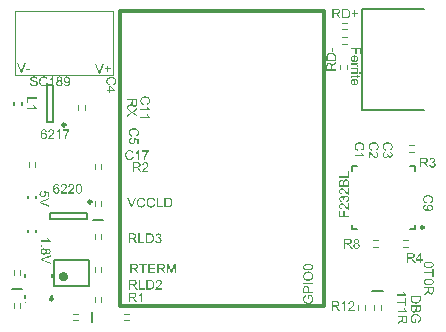
<source format=gto>
G04 Layer_Color=65535*
%FSAX44Y44*%
%MOMM*%
G71*
G01*
G75*
%ADD36C,0.3000*%
%ADD37C,0.4000*%
%ADD47C,0.2000*%
%ADD48C,0.1000*%
%ADD49C,0.2500*%
G36*
X01086204Y00932029D02*
X01087672D01*
X01088275Y00931023D01*
X01086204D01*
Y00930005D01*
X01085423D01*
Y00931023D01*
X01081789D01*
X01081706Y00931011D01*
X01081517Y00930999D01*
X01081434Y00930987D01*
X01081375Y00930976D01*
X01081351Y00930964D01*
X01081304Y00930928D01*
X01081244Y00930881D01*
X01081185Y00930798D01*
X01081173Y00930774D01*
X01081150Y00930715D01*
X01081126Y00930609D01*
X01081114Y00930455D01*
Y00930443D01*
Y00930419D01*
Y00930384D01*
Y00930337D01*
X01081126Y00930277D01*
Y00930194D01*
X01081138Y00930100D01*
X01081150Y00930005D01*
X01080262Y00929875D01*
Y00929899D01*
X01080250Y00929946D01*
X01080238Y00930029D01*
X01080227Y00930135D01*
X01080203Y00930254D01*
X01080191Y00930384D01*
X01080179Y00930644D01*
Y00930668D01*
Y00930739D01*
X01080191Y00930834D01*
X01080203Y00930952D01*
X01080215Y00931094D01*
X01080250Y00931236D01*
X01080286Y00931366D01*
X01080345Y00931496D01*
X01080357Y00931508D01*
X01080380Y00931544D01*
X01080416Y00931591D01*
X01080475Y00931662D01*
X01080534Y00931721D01*
X01080617Y00931792D01*
X01080700Y00931863D01*
X01080807Y00931911D01*
X01080818D01*
X01080866Y00931934D01*
X01080948Y00931946D01*
X01081067Y00931970D01*
X01081221Y00931994D01*
X01081315Y00932005D01*
X01081422D01*
X01081552Y00932017D01*
X01081682Y00932029D01*
X01085423D01*
Y00932775D01*
X01086204D01*
Y00932029D01*
D02*
G37*
G36*
Y00933734D02*
X01080262D01*
Y00934740D01*
X01086204D01*
Y00933734D01*
D02*
G37*
G36*
X01078314Y00793547D02*
X01078421D01*
X01078669Y00793535D01*
X01078930Y00793500D01*
X01079214Y00793464D01*
X01079474Y00793405D01*
X01079604Y00793369D01*
X01079711Y00793334D01*
X01079723D01*
X01079734Y00793322D01*
X01079806Y00793287D01*
X01079912Y00793239D01*
X01080042Y00793156D01*
X01080184Y00793050D01*
X01080338Y00792908D01*
X01080480Y00792742D01*
X01080622Y00792553D01*
Y00792541D01*
X01080634Y00792529D01*
X01080682Y00792458D01*
X01080729Y00792340D01*
X01080800Y00792186D01*
X01080859Y00792008D01*
X01080918Y00791795D01*
X01080954Y00791570D01*
X01080965Y00791322D01*
Y00791310D01*
Y00791286D01*
Y00791239D01*
X01080954Y00791180D01*
Y00791097D01*
X01080942Y00791014D01*
X01080894Y00790813D01*
X01080824Y00790576D01*
X01080729Y00790328D01*
X01080587Y00790079D01*
X01080492Y00789960D01*
X01080397Y00789842D01*
X01080386Y00789830D01*
X01080374Y00789818D01*
X01080338Y00789783D01*
X01080291Y00789747D01*
X01080232Y00789700D01*
X01080161Y00789653D01*
X01080066Y00789594D01*
X01079971Y00789523D01*
X01079853Y00789463D01*
X01079723Y00789404D01*
X01079581Y00789333D01*
X01079427Y00789274D01*
X01079249Y00789227D01*
X01079072Y00789167D01*
X01078870Y00789132D01*
X01078657Y00789097D01*
X01078681Y00789085D01*
X01078728Y00789061D01*
X01078800Y00789014D01*
X01078894Y00788966D01*
X01079107Y00788836D01*
X01079214Y00788753D01*
X01079308Y00788682D01*
X01079332Y00788659D01*
X01079391Y00788599D01*
X01079486Y00788505D01*
X01079604Y00788386D01*
X01079734Y00788221D01*
X01079888Y00788043D01*
X01080042Y00787830D01*
X01080208Y00787593D01*
X01081617Y00785368D01*
X01080267D01*
X01079190Y00787072D01*
Y00787084D01*
X01079166Y00787108D01*
X01079143Y00787143D01*
X01079107Y00787191D01*
X01079024Y00787321D01*
X01078918Y00787487D01*
X01078788Y00787664D01*
X01078657Y00787854D01*
X01078527Y00788031D01*
X01078409Y00788197D01*
X01078397Y00788209D01*
X01078362Y00788256D01*
X01078302Y00788327D01*
X01078220Y00788410D01*
X01078042Y00788587D01*
X01077947Y00788670D01*
X01077853Y00788741D01*
X01077841Y00788753D01*
X01077817Y00788765D01*
X01077770Y00788789D01*
X01077699Y00788824D01*
X01077628Y00788860D01*
X01077545Y00788895D01*
X01077355Y00788954D01*
X01077344D01*
X01077320Y00788966D01*
X01077273D01*
X01077213Y00788978D01*
X01077131Y00788990D01*
X01077036D01*
X01076906Y00789002D01*
X01075509D01*
Y00785368D01*
X01074420D01*
Y00793559D01*
X01078220D01*
X01078314Y00793547D01*
D02*
G37*
G36*
X01083422Y00929342D02*
X01083552Y00929330D01*
X01083695Y00929318D01*
X01083860Y00929295D01*
X01084026Y00929259D01*
X01084405Y00929165D01*
X01084594Y00929106D01*
X01084795Y00929035D01*
X01084985Y00928940D01*
X01085162Y00928833D01*
X01085340Y00928715D01*
X01085506Y00928585D01*
X01085517Y00928573D01*
X01085541Y00928549D01*
X01085576Y00928502D01*
X01085636Y00928443D01*
X01085695Y00928372D01*
X01085766Y00928277D01*
X01085849Y00928170D01*
X01085920Y00928040D01*
X01086003Y00927910D01*
X01086074Y00927756D01*
X01086145Y00927590D01*
X01086204Y00927413D01*
X01086263Y00927224D01*
X01086299Y00927022D01*
X01086322Y00926809D01*
X01086334Y00926584D01*
Y00926572D01*
Y00926537D01*
Y00926466D01*
X01086322Y00926383D01*
X01086310Y00926288D01*
X01086287Y00926170D01*
X01086263Y00926040D01*
X01086227Y00925886D01*
X01086192Y00925744D01*
X01086133Y00925578D01*
X01086074Y00925424D01*
X01085991Y00925259D01*
X01085896Y00925093D01*
X01085790Y00924927D01*
X01085659Y00924773D01*
X01085517Y00924631D01*
X01085506Y00924620D01*
X01085482Y00924596D01*
X01085434Y00924560D01*
X01085363Y00924513D01*
X01085281Y00924454D01*
X01085186Y00924395D01*
X01085068Y00924324D01*
X01084926Y00924253D01*
X01084772Y00924182D01*
X01084606Y00924110D01*
X01084417Y00924051D01*
X01084215Y00923992D01*
X01083990Y00923945D01*
X01083754Y00923909D01*
X01083505Y00923886D01*
X01083233Y00923874D01*
X01083091D01*
X01082972Y00923886D01*
Y00928324D01*
X01082925D01*
X01082878Y00928312D01*
X01082807D01*
X01082724Y00928301D01*
X01082629Y00928277D01*
X01082416Y00928241D01*
X01082179Y00928170D01*
X01081919Y00928076D01*
X01081682Y00927945D01*
X01081469Y00927780D01*
Y00927768D01*
X01081446Y00927756D01*
X01081386Y00927685D01*
X01081304Y00927579D01*
X01081221Y00927437D01*
X01081126Y00927247D01*
X01081043Y00927034D01*
X01080984Y00926797D01*
X01080972Y00926667D01*
X01080960Y00926525D01*
Y00926513D01*
Y00926501D01*
Y00926431D01*
X01080972Y00926324D01*
X01080996Y00926194D01*
X01081031Y00926052D01*
X01081079Y00925886D01*
X01081150Y00925732D01*
X01081244Y00925578D01*
X01081256Y00925566D01*
X01081304Y00925507D01*
X01081375Y00925436D01*
X01081469Y00925353D01*
X01081600Y00925259D01*
X01081765Y00925152D01*
X01081955Y00925046D01*
X01082179Y00924951D01*
X01082049Y00923909D01*
X01082038D01*
X01082014Y00923921D01*
X01081966Y00923933D01*
X01081895Y00923957D01*
X01081824Y00923992D01*
X01081730Y00924028D01*
X01081528Y00924122D01*
X01081304Y00924241D01*
X01081067Y00924406D01*
X01080842Y00924596D01*
X01080629Y00924833D01*
Y00924844D01*
X01080605Y00924868D01*
X01080582Y00924904D01*
X01080546Y00924951D01*
X01080511Y00925022D01*
X01080475Y00925093D01*
X01080428Y00925188D01*
X01080380Y00925294D01*
X01080333Y00925413D01*
X01080286Y00925531D01*
X01080215Y00925827D01*
X01080155Y00926158D01*
X01080132Y00926525D01*
Y00926537D01*
Y00926584D01*
Y00926655D01*
X01080144Y00926738D01*
X01080155Y00926845D01*
X01080179Y00926975D01*
X01080203Y00927117D01*
X01080227Y00927271D01*
X01080321Y00927602D01*
X01080392Y00927780D01*
X01080463Y00927945D01*
X01080558Y00928123D01*
X01080664Y00928289D01*
X01080783Y00928443D01*
X01080925Y00928596D01*
X01080937Y00928608D01*
X01080960Y00928632D01*
X01081008Y00928668D01*
X01081079Y00928715D01*
X01081162Y00928774D01*
X01081256Y00928833D01*
X01081375Y00928904D01*
X01081505Y00928975D01*
X01081659Y00929046D01*
X01081824Y00929117D01*
X01082014Y00929176D01*
X01082215Y00929236D01*
X01082428Y00929283D01*
X01082665Y00929318D01*
X01082913Y00929342D01*
X01083174Y00929354D01*
X01083316D01*
X01083422Y00929342D01*
D02*
G37*
G36*
X01086204Y00941463D02*
X01085304D01*
X01085316Y00941451D01*
X01085399Y00941404D01*
X01085506Y00941344D01*
X01085636Y00941250D01*
X01085766Y00941155D01*
X01085908Y00941048D01*
X01086026Y00940942D01*
X01086121Y00940835D01*
X01086133Y00940824D01*
X01086156Y00940788D01*
X01086192Y00940717D01*
X01086227Y00940646D01*
X01086263Y00940551D01*
X01086299Y00940433D01*
X01086322Y00940315D01*
X01086334Y00940184D01*
Y00940161D01*
Y00940101D01*
X01086322Y00939995D01*
X01086299Y00939865D01*
X01086251Y00939711D01*
X01086192Y00939545D01*
X01086109Y00939356D01*
X01086003Y00939155D01*
X01085079Y00939521D01*
X01085091Y00939533D01*
X01085115Y00939581D01*
X01085150Y00939652D01*
X01085186Y00939746D01*
X01085221Y00939853D01*
X01085257Y00939983D01*
X01085281Y00940113D01*
X01085293Y00940244D01*
Y00940255D01*
Y00940303D01*
X01085281Y00940362D01*
X01085269Y00940445D01*
X01085245Y00940528D01*
X01085210Y00940634D01*
X01085162Y00940741D01*
X01085091Y00940835D01*
X01085079Y00940847D01*
X01085056Y00940883D01*
X01085008Y00940918D01*
X01084949Y00940977D01*
X01084866Y00941037D01*
X01084772Y00941096D01*
X01084665Y00941155D01*
X01084535Y00941202D01*
X01084511Y00941214D01*
X01084440Y00941226D01*
X01084334Y00941250D01*
X01084192Y00941285D01*
X01084014Y00941321D01*
X01083813Y00941344D01*
X01083600Y00941356D01*
X01083363Y00941368D01*
X01080262D01*
Y00942374D01*
X01086204D01*
Y00941463D01*
D02*
G37*
G36*
X01083422Y00949062D02*
X01083552Y00949050D01*
X01083695Y00949038D01*
X01083860Y00949014D01*
X01084026Y00948979D01*
X01084405Y00948884D01*
X01084594Y00948825D01*
X01084795Y00948754D01*
X01084985Y00948659D01*
X01085162Y00948553D01*
X01085340Y00948434D01*
X01085506Y00948304D01*
X01085517Y00948292D01*
X01085541Y00948269D01*
X01085576Y00948221D01*
X01085636Y00948162D01*
X01085695Y00948091D01*
X01085766Y00947996D01*
X01085849Y00947890D01*
X01085920Y00947760D01*
X01086003Y00947629D01*
X01086074Y00947476D01*
X01086145Y00947310D01*
X01086204Y00947132D01*
X01086263Y00946943D01*
X01086299Y00946742D01*
X01086322Y00946529D01*
X01086334Y00946304D01*
Y00946292D01*
Y00946256D01*
Y00946185D01*
X01086322Y00946103D01*
X01086310Y00946008D01*
X01086287Y00945890D01*
X01086263Y00945759D01*
X01086227Y00945605D01*
X01086192Y00945463D01*
X01086133Y00945298D01*
X01086074Y00945144D01*
X01085991Y00944978D01*
X01085896Y00944812D01*
X01085790Y00944647D01*
X01085659Y00944493D01*
X01085517Y00944351D01*
X01085506Y00944339D01*
X01085482Y00944315D01*
X01085434Y00944280D01*
X01085363Y00944232D01*
X01085281Y00944173D01*
X01085186Y00944114D01*
X01085068Y00944043D01*
X01084926Y00943972D01*
X01084772Y00943901D01*
X01084606Y00943830D01*
X01084417Y00943771D01*
X01084215Y00943712D01*
X01083990Y00943664D01*
X01083754Y00943629D01*
X01083505Y00943605D01*
X01083233Y00943593D01*
X01083091D01*
X01082972Y00943605D01*
Y00948044D01*
X01082925D01*
X01082878Y00948032D01*
X01082807D01*
X01082724Y00948020D01*
X01082629Y00947996D01*
X01082416Y00947961D01*
X01082179Y00947890D01*
X01081919Y00947795D01*
X01081682Y00947665D01*
X01081469Y00947499D01*
Y00947487D01*
X01081446Y00947476D01*
X01081386Y00947405D01*
X01081304Y00947298D01*
X01081221Y00947156D01*
X01081126Y00946967D01*
X01081043Y00946754D01*
X01080984Y00946517D01*
X01080972Y00946387D01*
X01080960Y00946245D01*
Y00946233D01*
Y00946221D01*
Y00946150D01*
X01080972Y00946043D01*
X01080996Y00945913D01*
X01081031Y00945771D01*
X01081079Y00945605D01*
X01081150Y00945452D01*
X01081244Y00945298D01*
X01081256Y00945286D01*
X01081304Y00945227D01*
X01081375Y00945156D01*
X01081469Y00945073D01*
X01081600Y00944978D01*
X01081765Y00944872D01*
X01081955Y00944765D01*
X01082179Y00944670D01*
X01082049Y00943629D01*
X01082038D01*
X01082014Y00943641D01*
X01081966Y00943652D01*
X01081895Y00943676D01*
X01081824Y00943712D01*
X01081730Y00943747D01*
X01081528Y00943842D01*
X01081304Y00943960D01*
X01081067Y00944126D01*
X01080842Y00944315D01*
X01080629Y00944552D01*
Y00944564D01*
X01080605Y00944587D01*
X01080582Y00944623D01*
X01080546Y00944670D01*
X01080511Y00944741D01*
X01080475Y00944812D01*
X01080428Y00944907D01*
X01080380Y00945014D01*
X01080333Y00945132D01*
X01080286Y00945250D01*
X01080215Y00945546D01*
X01080155Y00945878D01*
X01080132Y00946245D01*
Y00946256D01*
Y00946304D01*
Y00946375D01*
X01080144Y00946458D01*
X01080155Y00946564D01*
X01080179Y00946694D01*
X01080203Y00946836D01*
X01080227Y00946990D01*
X01080321Y00947322D01*
X01080392Y00947499D01*
X01080463Y00947665D01*
X01080558Y00947842D01*
X01080664Y00948008D01*
X01080783Y00948162D01*
X01080925Y00948316D01*
X01080937Y00948328D01*
X01080960Y00948352D01*
X01081008Y00948387D01*
X01081079Y00948434D01*
X01081162Y00948493D01*
X01081256Y00948553D01*
X01081375Y00948624D01*
X01081505Y00948695D01*
X01081659Y00948766D01*
X01081824Y00948837D01*
X01082014Y00948896D01*
X01082215Y00948955D01*
X01082428Y00949003D01*
X01082665Y00949038D01*
X01082913Y00949062D01*
X01083174Y00949073D01*
X01083316D01*
X01083422Y00949062D01*
D02*
G37*
G36*
X01088453Y00933734D02*
X01087305D01*
Y00934740D01*
X01088453D01*
Y00933734D01*
D02*
G37*
G36*
X01086204Y00937651D02*
X01085304D01*
X01085316Y00937639D01*
X01085399Y00937592D01*
X01085506Y00937533D01*
X01085636Y00937438D01*
X01085766Y00937344D01*
X01085908Y00937237D01*
X01086026Y00937131D01*
X01086121Y00937024D01*
X01086133Y00937012D01*
X01086156Y00936977D01*
X01086192Y00936906D01*
X01086227Y00936835D01*
X01086263Y00936740D01*
X01086299Y00936622D01*
X01086322Y00936503D01*
X01086334Y00936373D01*
Y00936349D01*
Y00936290D01*
X01086322Y00936184D01*
X01086299Y00936053D01*
X01086251Y00935900D01*
X01086192Y00935734D01*
X01086109Y00935545D01*
X01086003Y00935343D01*
X01085079Y00935710D01*
X01085091Y00935722D01*
X01085115Y00935769D01*
X01085150Y00935840D01*
X01085186Y00935935D01*
X01085221Y00936042D01*
X01085257Y00936172D01*
X01085281Y00936302D01*
X01085293Y00936432D01*
Y00936444D01*
Y00936491D01*
X01085281Y00936551D01*
X01085269Y00936633D01*
X01085245Y00936716D01*
X01085210Y00936823D01*
X01085162Y00936929D01*
X01085091Y00937024D01*
X01085079Y00937036D01*
X01085056Y00937071D01*
X01085008Y00937107D01*
X01084949Y00937166D01*
X01084866Y00937225D01*
X01084772Y00937284D01*
X01084665Y00937344D01*
X01084535Y00937391D01*
X01084511Y00937403D01*
X01084440Y00937415D01*
X01084334Y00937438D01*
X01084192Y00937474D01*
X01084014Y00937509D01*
X01083813Y00937533D01*
X01083600Y00937545D01*
X01083363Y00937557D01*
X01080262D01*
Y00938563D01*
X01086204D01*
Y00937651D01*
D02*
G37*
G36*
X00820224Y00931357D02*
X00820330Y00931345D01*
X00820460Y00931333D01*
X00820591Y00931321D01*
X00820744Y00931286D01*
X00821064Y00931215D01*
X00821419Y00931108D01*
X00821597Y00931037D01*
X00821762Y00930955D01*
X00821928Y00930848D01*
X00822094Y00930742D01*
X00822106Y00930730D01*
X00822129Y00930718D01*
X00822177Y00930682D01*
X00822236Y00930623D01*
X00822295Y00930564D01*
X00822378Y00930481D01*
X00822461Y00930386D01*
X00822555Y00930292D01*
X00822650Y00930173D01*
X00822745Y00930031D01*
X00822851Y00929889D01*
X00822946Y00929735D01*
X00823029Y00929558D01*
X00823124Y00929380D01*
X00823195Y00929191D01*
X00823266Y00928978D01*
X00822200Y00928729D01*
Y00928741D01*
X00822189Y00928765D01*
X00822165Y00928812D01*
X00822141Y00928871D01*
X00822117Y00928942D01*
X00822082Y00929037D01*
X00821987Y00929226D01*
X00821869Y00929439D01*
X00821727Y00929652D01*
X00821549Y00929854D01*
X00821360Y00930031D01*
X00821336Y00930055D01*
X00821265Y00930102D01*
X00821147Y00930162D01*
X00820993Y00930244D01*
X00820792Y00930315D01*
X00820567Y00930386D01*
X00820295Y00930434D01*
X00819999Y00930446D01*
X00819904D01*
X00819845Y00930434D01*
X00819762D01*
X00819667Y00930422D01*
X00819443Y00930386D01*
X00819194Y00930339D01*
X00818933Y00930256D01*
X00818661Y00930138D01*
X00818413Y00929984D01*
X00818401D01*
X00818389Y00929960D01*
X00818306Y00929901D01*
X00818200Y00929806D01*
X00818070Y00929664D01*
X00817916Y00929487D01*
X00817774Y00929286D01*
X00817643Y00929037D01*
X00817525Y00928765D01*
Y00928753D01*
X00817513Y00928729D01*
X00817501Y00928694D01*
X00817489Y00928635D01*
X00817466Y00928564D01*
X00817442Y00928481D01*
X00817407Y00928279D01*
X00817359Y00928043D01*
X00817312Y00927782D01*
X00817288Y00927498D01*
X00817276Y00927191D01*
Y00927179D01*
Y00927143D01*
Y00927084D01*
Y00927013D01*
X00817288Y00926930D01*
Y00926824D01*
X00817300Y00926705D01*
X00817312Y00926575D01*
X00817347Y00926291D01*
X00817407Y00925983D01*
X00817478Y00925676D01*
X00817572Y00925368D01*
Y00925356D01*
X00817584Y00925332D01*
X00817608Y00925297D01*
X00817632Y00925238D01*
X00817703Y00925096D01*
X00817809Y00924930D01*
X00817939Y00924740D01*
X00818105Y00924539D01*
X00818294Y00924362D01*
X00818519Y00924196D01*
X00818531D01*
X00818555Y00924184D01*
X00818590Y00924161D01*
X00818638Y00924137D01*
X00818697Y00924113D01*
X00818768Y00924078D01*
X00818933Y00924007D01*
X00819147Y00923936D01*
X00819383Y00923876D01*
X00819644Y00923829D01*
X00819916Y00923817D01*
X00819999D01*
X00820070Y00923829D01*
X00820153D01*
X00820236Y00923841D01*
X00820449Y00923888D01*
X00820697Y00923947D01*
X00820946Y00924042D01*
X00821206Y00924172D01*
X00821336Y00924243D01*
X00821455Y00924338D01*
X00821467Y00924350D01*
X00821478Y00924362D01*
X00821514Y00924397D01*
X00821561Y00924433D01*
X00821609Y00924492D01*
X00821668Y00924563D01*
X00821739Y00924634D01*
X00821798Y00924729D01*
X00821869Y00924835D01*
X00821952Y00924954D01*
X00822023Y00925072D01*
X00822094Y00925214D01*
X00822153Y00925368D01*
X00822212Y00925534D01*
X00822271Y00925711D01*
X00822319Y00925900D01*
X00823408Y00925628D01*
Y00925616D01*
X00823396Y00925569D01*
X00823372Y00925498D01*
X00823337Y00925403D01*
X00823301Y00925297D01*
X00823254Y00925167D01*
X00823195Y00925024D01*
X00823124Y00924871D01*
X00822958Y00924539D01*
X00822745Y00924208D01*
X00822615Y00924042D01*
X00822485Y00923876D01*
X00822342Y00923734D01*
X00822177Y00923592D01*
X00822165Y00923580D01*
X00822141Y00923557D01*
X00822082Y00923533D01*
X00822023Y00923486D01*
X00821928Y00923427D01*
X00821833Y00923367D01*
X00821703Y00923308D01*
X00821573Y00923249D01*
X00821419Y00923178D01*
X00821254Y00923119D01*
X00821076Y00923060D01*
X00820887Y00923000D01*
X00820685Y00922953D01*
X00820472Y00922930D01*
X00820247Y00922906D01*
X00820011Y00922894D01*
X00819881D01*
X00819786Y00922906D01*
X00819679D01*
X00819549Y00922918D01*
X00819407Y00922941D01*
X00819241Y00922965D01*
X00818898Y00923024D01*
X00818543Y00923119D01*
X00818188Y00923249D01*
X00818022Y00923332D01*
X00817856Y00923427D01*
X00817845Y00923438D01*
X00817821Y00923450D01*
X00817774Y00923486D01*
X00817726Y00923533D01*
X00817655Y00923580D01*
X00817572Y00923652D01*
X00817478Y00923734D01*
X00817383Y00923829D01*
X00817288Y00923936D01*
X00817182Y00924042D01*
X00816969Y00924314D01*
X00816768Y00924634D01*
X00816590Y00924989D01*
Y00925001D01*
X00816566Y00925036D01*
X00816554Y00925096D01*
X00816519Y00925167D01*
X00816495Y00925261D01*
X00816460Y00925380D01*
X00816412Y00925510D01*
X00816377Y00925652D01*
X00816341Y00925806D01*
X00816294Y00925983D01*
X00816235Y00926350D01*
X00816188Y00926765D01*
X00816164Y00927191D01*
Y00927202D01*
Y00927250D01*
Y00927321D01*
X00816176Y00927404D01*
Y00927522D01*
X00816188Y00927640D01*
X00816199Y00927794D01*
X00816223Y00927948D01*
X00816282Y00928291D01*
X00816365Y00928670D01*
X00816483Y00929049D01*
X00816649Y00929416D01*
X00816661Y00929428D01*
X00816673Y00929463D01*
X00816696Y00929510D01*
X00816744Y00929570D01*
X00816791Y00929652D01*
X00816850Y00929747D01*
X00817004Y00929960D01*
X00817205Y00930197D01*
X00817442Y00930434D01*
X00817714Y00930670D01*
X00818034Y00930872D01*
X00818046Y00930883D01*
X00818081Y00930895D01*
X00818129Y00930919D01*
X00818188Y00930955D01*
X00818282Y00930990D01*
X00818377Y00931026D01*
X00818496Y00931073D01*
X00818626Y00931120D01*
X00818768Y00931168D01*
X00818922Y00931215D01*
X00819253Y00931286D01*
X00819632Y00931345D01*
X00820023Y00931369D01*
X00820141D01*
X00820224Y00931357D01*
D02*
G37*
G36*
X00811903D02*
X00811986D01*
X00812210Y00931333D01*
X00812459Y00931298D01*
X00812719Y00931239D01*
X00813003Y00931168D01*
X00813264Y00931073D01*
X00813276D01*
X00813299Y00931061D01*
X00813335Y00931037D01*
X00813382Y00931014D01*
X00813501Y00930955D01*
X00813654Y00930848D01*
X00813832Y00930730D01*
X00814010Y00930576D01*
X00814175Y00930398D01*
X00814329Y00930197D01*
Y00930185D01*
X00814341Y00930173D01*
X00814365Y00930138D01*
X00814388Y00930102D01*
X00814447Y00929984D01*
X00814519Y00929830D01*
X00814601Y00929641D01*
X00814661Y00929416D01*
X00814720Y00929179D01*
X00814743Y00928919D01*
X00813702Y00928836D01*
Y00928848D01*
Y00928871D01*
X00813690Y00928907D01*
X00813678Y00928966D01*
X00813643Y00929096D01*
X00813595Y00929274D01*
X00813524Y00929463D01*
X00813418Y00929652D01*
X00813288Y00929830D01*
X00813122Y00929996D01*
X00813098Y00930008D01*
X00813039Y00930055D01*
X00812921Y00930126D01*
X00812767Y00930197D01*
X00812566Y00930268D01*
X00812329Y00930339D01*
X00812033Y00930386D01*
X00811702Y00930398D01*
X00811536D01*
X00811465Y00930386D01*
X00811370Y00930375D01*
X00811157Y00930351D01*
X00810920Y00930303D01*
X00810684Y00930244D01*
X00810459Y00930150D01*
X00810364Y00930090D01*
X00810269Y00930031D01*
X00810246Y00930020D01*
X00810198Y00929972D01*
X00810127Y00929889D01*
X00810056Y00929795D01*
X00809973Y00929664D01*
X00809902Y00929522D01*
X00809855Y00929357D01*
X00809831Y00929167D01*
Y00929144D01*
Y00929096D01*
X00809843Y00929013D01*
X00809867Y00928919D01*
X00809902Y00928800D01*
X00809962Y00928682D01*
X00810033Y00928564D01*
X00810139Y00928445D01*
X00810151Y00928433D01*
X00810210Y00928398D01*
X00810257Y00928362D01*
X00810305Y00928339D01*
X00810376Y00928303D01*
X00810459Y00928256D01*
X00810565Y00928220D01*
X00810684Y00928173D01*
X00810814Y00928126D01*
X00810968Y00928066D01*
X00811133Y00928019D01*
X00811323Y00927960D01*
X00811536Y00927913D01*
X00811773Y00927853D01*
X00811784D01*
X00811832Y00927842D01*
X00811903Y00927830D01*
X00811986Y00927806D01*
X00812092Y00927782D01*
X00812222Y00927747D01*
X00812353Y00927711D01*
X00812495Y00927676D01*
X00812802Y00927593D01*
X00813098Y00927510D01*
X00813240Y00927463D01*
X00813370Y00927415D01*
X00813489Y00927380D01*
X00813584Y00927333D01*
X00813595D01*
X00813619Y00927321D01*
X00813654Y00927297D01*
X00813702Y00927273D01*
X00813832Y00927202D01*
X00813986Y00927108D01*
X00814164Y00926977D01*
X00814341Y00926835D01*
X00814507Y00926670D01*
X00814649Y00926492D01*
X00814661Y00926469D01*
X00814708Y00926409D01*
X00814755Y00926303D01*
X00814826Y00926161D01*
X00814885Y00925995D01*
X00814945Y00925794D01*
X00814980Y00925569D01*
X00814992Y00925332D01*
Y00925320D01*
Y00925309D01*
Y00925273D01*
Y00925226D01*
X00814968Y00925096D01*
X00814945Y00924930D01*
X00814897Y00924740D01*
X00814838Y00924539D01*
X00814743Y00924326D01*
X00814613Y00924101D01*
Y00924089D01*
X00814601Y00924078D01*
X00814542Y00924007D01*
X00814459Y00923900D01*
X00814341Y00923782D01*
X00814187Y00923640D01*
X00813998Y00923486D01*
X00813785Y00923344D01*
X00813536Y00923214D01*
X00813524D01*
X00813501Y00923202D01*
X00813465Y00923190D01*
X00813418Y00923166D01*
X00813347Y00923142D01*
X00813264Y00923107D01*
X00813074Y00923060D01*
X00812850Y00923000D01*
X00812577Y00922941D01*
X00812281Y00922906D01*
X00811962Y00922894D01*
X00811773D01*
X00811678Y00922906D01*
X00811571D01*
X00811453Y00922918D01*
X00811311Y00922930D01*
X00811015Y00922977D01*
X00810707Y00923024D01*
X00810399Y00923107D01*
X00810104Y00923214D01*
X00810092D01*
X00810068Y00923225D01*
X00810033Y00923249D01*
X00809985Y00923273D01*
X00809843Y00923344D01*
X00809678Y00923450D01*
X00809488Y00923592D01*
X00809287Y00923758D01*
X00809098Y00923959D01*
X00808920Y00924184D01*
Y00924196D01*
X00808896Y00924220D01*
X00808884Y00924255D01*
X00808849Y00924303D01*
X00808825Y00924362D01*
X00808790Y00924433D01*
X00808707Y00924610D01*
X00808624Y00924835D01*
X00808553Y00925084D01*
X00808506Y00925368D01*
X00808482Y00925664D01*
X00809500Y00925758D01*
Y00925747D01*
Y00925735D01*
X00809512Y00925699D01*
Y00925652D01*
X00809535Y00925545D01*
X00809571Y00925391D01*
X00809618Y00925238D01*
X00809666Y00925060D01*
X00809749Y00924894D01*
X00809831Y00924740D01*
X00809843Y00924729D01*
X00809879Y00924681D01*
X00809938Y00924598D01*
X00810033Y00924516D01*
X00810151Y00924409D01*
X00810281Y00924303D01*
X00810459Y00924196D01*
X00810648Y00924101D01*
X00810660D01*
X00810672Y00924089D01*
X00810707Y00924078D01*
X00810743Y00924066D01*
X00810861Y00924030D01*
X00811015Y00923983D01*
X00811204Y00923936D01*
X00811417Y00923900D01*
X00811654Y00923876D01*
X00811915Y00923865D01*
X00812021D01*
X00812139Y00923876D01*
X00812281Y00923888D01*
X00812447Y00923912D01*
X00812637Y00923936D01*
X00812826Y00923983D01*
X00813003Y00924042D01*
X00813027Y00924054D01*
X00813086Y00924078D01*
X00813169Y00924125D01*
X00813276Y00924172D01*
X00813382Y00924255D01*
X00813501Y00924338D01*
X00813619Y00924433D01*
X00813714Y00924551D01*
X00813726Y00924563D01*
X00813749Y00924610D01*
X00813785Y00924669D01*
X00813832Y00924764D01*
X00813879Y00924859D01*
X00813915Y00924977D01*
X00813939Y00925107D01*
X00813950Y00925249D01*
Y00925261D01*
Y00925320D01*
X00813939Y00925391D01*
X00813927Y00925486D01*
X00813891Y00925581D01*
X00813856Y00925699D01*
X00813796Y00925818D01*
X00813714Y00925924D01*
X00813702Y00925936D01*
X00813666Y00925971D01*
X00813619Y00926019D01*
X00813536Y00926090D01*
X00813441Y00926161D01*
X00813311Y00926244D01*
X00813157Y00926327D01*
X00812980Y00926397D01*
X00812968Y00926409D01*
X00812909Y00926421D01*
X00812814Y00926457D01*
X00812755Y00926469D01*
X00812672Y00926492D01*
X00812589Y00926528D01*
X00812483Y00926551D01*
X00812364Y00926587D01*
X00812222Y00926622D01*
X00812080Y00926658D01*
X00811915Y00926705D01*
X00811725Y00926753D01*
X00811524Y00926800D01*
X00811512D01*
X00811477Y00926812D01*
X00811417Y00926824D01*
X00811346Y00926847D01*
X00811252Y00926871D01*
X00811145Y00926895D01*
X00810909Y00926966D01*
X00810648Y00927048D01*
X00810376Y00927131D01*
X00810139Y00927214D01*
X00810033Y00927262D01*
X00809938Y00927309D01*
X00809926D01*
X00809914Y00927321D01*
X00809843Y00927368D01*
X00809737Y00927427D01*
X00809618Y00927522D01*
X00809476Y00927628D01*
X00809334Y00927759D01*
X00809192Y00927913D01*
X00809074Y00928078D01*
X00809062Y00928102D01*
X00809026Y00928161D01*
X00808979Y00928256D01*
X00808932Y00928374D01*
X00808884Y00928528D01*
X00808837Y00928706D01*
X00808802Y00928895D01*
X00808790Y00929096D01*
Y00929108D01*
Y00929120D01*
Y00929155D01*
Y00929203D01*
X00808813Y00929321D01*
X00808837Y00929475D01*
X00808873Y00929652D01*
X00808932Y00929854D01*
X00809015Y00930055D01*
X00809133Y00930256D01*
Y00930268D01*
X00809145Y00930280D01*
X00809204Y00930351D01*
X00809287Y00930446D01*
X00809393Y00930564D01*
X00809535Y00930694D01*
X00809713Y00930836D01*
X00809926Y00930966D01*
X00810163Y00931085D01*
X00810175D01*
X00810198Y00931097D01*
X00810234Y00931108D01*
X00810281Y00931132D01*
X00810340Y00931156D01*
X00810423Y00931179D01*
X00810601Y00931227D01*
X00810826Y00931274D01*
X00811086Y00931321D01*
X00811358Y00931357D01*
X00811666Y00931369D01*
X00811820D01*
X00811903Y00931357D01*
D02*
G37*
G36*
X00828119Y00923036D02*
X00827113D01*
Y00929439D01*
X00827101Y00929428D01*
X00827041Y00929380D01*
X00826971Y00929309D01*
X00826852Y00929226D01*
X00826722Y00929120D01*
X00826556Y00929001D01*
X00826367Y00928871D01*
X00826154Y00928741D01*
X00826142D01*
X00826130Y00928729D01*
X00826059Y00928682D01*
X00825941Y00928623D01*
X00825799Y00928552D01*
X00825633Y00928469D01*
X00825455Y00928386D01*
X00825278Y00928303D01*
X00825100Y00928232D01*
Y00929203D01*
X00825112D01*
X00825136Y00929226D01*
X00825183Y00929238D01*
X00825242Y00929274D01*
X00825313Y00929309D01*
X00825396Y00929357D01*
X00825597Y00929475D01*
X00825834Y00929605D01*
X00826071Y00929771D01*
X00826320Y00929960D01*
X00826568Y00930162D01*
X00826580Y00930173D01*
X00826592Y00930185D01*
X00826627Y00930221D01*
X00826674Y00930256D01*
X00826781Y00930375D01*
X00826923Y00930517D01*
X00827065Y00930682D01*
X00827219Y00930872D01*
X00827349Y00931061D01*
X00827468Y00931262D01*
X00828119D01*
Y00923036D01*
D02*
G37*
G36*
X00839777Y00931251D02*
X00839837D01*
X00839920Y00931239D01*
X00840121Y00931203D01*
X00840346Y00931156D01*
X00840594Y00931073D01*
X00840843Y00930966D01*
X00841091Y00930824D01*
X00841103D01*
X00841115Y00930801D01*
X00841151Y00930777D01*
X00841198Y00930742D01*
X00841316Y00930647D01*
X00841470Y00930517D01*
X00841624Y00930339D01*
X00841802Y00930126D01*
X00841955Y00929877D01*
X00842097Y00929593D01*
Y00929582D01*
X00842109Y00929558D01*
X00842133Y00929510D01*
X00842157Y00929451D01*
X00842180Y00929369D01*
X00842216Y00929262D01*
X00842239Y00929144D01*
X00842275Y00929013D01*
X00842310Y00928859D01*
X00842346Y00928682D01*
X00842370Y00928493D01*
X00842393Y00928291D01*
X00842417Y00928066D01*
X00842441Y00927830D01*
X00842452Y00927569D01*
Y00927297D01*
Y00927285D01*
Y00927226D01*
Y00927143D01*
Y00927037D01*
X00842441Y00926907D01*
Y00926753D01*
X00842429Y00926575D01*
X00842405Y00926397D01*
X00842370Y00925995D01*
X00842310Y00925569D01*
X00842228Y00925167D01*
X00842168Y00924965D01*
X00842109Y00924788D01*
Y00924776D01*
X00842097Y00924752D01*
X00842074Y00924705D01*
X00842050Y00924634D01*
X00842014Y00924563D01*
X00841967Y00924468D01*
X00841849Y00924267D01*
X00841707Y00924042D01*
X00841541Y00923805D01*
X00841328Y00923580D01*
X00841091Y00923379D01*
X00841079D01*
X00841056Y00923356D01*
X00841020Y00923332D01*
X00840973Y00923308D01*
X00840902Y00923273D01*
X00840831Y00923225D01*
X00840736Y00923178D01*
X00840641Y00923142D01*
X00840417Y00923048D01*
X00840144Y00922965D01*
X00839848Y00922918D01*
X00839517Y00922894D01*
X00839422D01*
X00839363Y00922906D01*
X00839280D01*
X00839186Y00922918D01*
X00838961Y00922965D01*
X00838712Y00923024D01*
X00838452Y00923119D01*
X00838191Y00923249D01*
X00838061Y00923332D01*
X00837943Y00923427D01*
X00837931Y00923438D01*
X00837919Y00923450D01*
X00837884Y00923486D01*
X00837848Y00923521D01*
X00837801Y00923580D01*
X00837742Y00923652D01*
X00837623Y00923817D01*
X00837505Y00924030D01*
X00837386Y00924291D01*
X00837292Y00924587D01*
X00837221Y00924930D01*
X00838191Y00925013D01*
Y00925001D01*
X00838203Y00924977D01*
Y00924954D01*
X00838215Y00924906D01*
X00838251Y00924776D01*
X00838298Y00924634D01*
X00838357Y00924468D01*
X00838440Y00924303D01*
X00838535Y00924149D01*
X00838653Y00924018D01*
X00838665Y00924007D01*
X00838712Y00923971D01*
X00838795Y00923924D01*
X00838890Y00923876D01*
X00839020Y00923817D01*
X00839174Y00923770D01*
X00839351Y00923734D01*
X00839541Y00923723D01*
X00839624D01*
X00839706Y00923734D01*
X00839813Y00923746D01*
X00839943Y00923770D01*
X00840073Y00923805D01*
X00840215Y00923853D01*
X00840346Y00923924D01*
X00840357Y00923936D01*
X00840405Y00923959D01*
X00840476Y00924007D01*
X00840547Y00924078D01*
X00840641Y00924161D01*
X00840736Y00924255D01*
X00840831Y00924362D01*
X00840926Y00924492D01*
X00840937Y00924504D01*
X00840961Y00924563D01*
X00841008Y00924646D01*
X00841056Y00924752D01*
X00841115Y00924894D01*
X00841174Y00925060D01*
X00841233Y00925249D01*
X00841292Y00925462D01*
Y00925474D01*
X00841304Y00925486D01*
Y00925522D01*
X00841316Y00925569D01*
X00841340Y00925687D01*
X00841375Y00925841D01*
X00841399Y00926031D01*
X00841423Y00926232D01*
X00841434Y00926457D01*
X00841446Y00926693D01*
Y00926705D01*
Y00926741D01*
Y00926800D01*
Y00926895D01*
X00841434Y00926871D01*
X00841387Y00926812D01*
X00841316Y00926729D01*
X00841233Y00926611D01*
X00841115Y00926492D01*
X00840973Y00926362D01*
X00840807Y00926232D01*
X00840618Y00926114D01*
X00840594Y00926102D01*
X00840523Y00926066D01*
X00840417Y00926019D01*
X00840286Y00925971D01*
X00840109Y00925912D01*
X00839920Y00925865D01*
X00839706Y00925829D01*
X00839482Y00925818D01*
X00839387D01*
X00839316Y00925829D01*
X00839221Y00925841D01*
X00839126Y00925853D01*
X00839008Y00925877D01*
X00838890Y00925912D01*
X00838617Y00925995D01*
X00838475Y00926054D01*
X00838333Y00926125D01*
X00838179Y00926208D01*
X00838037Y00926315D01*
X00837896Y00926421D01*
X00837765Y00926551D01*
X00837753Y00926563D01*
X00837730Y00926587D01*
X00837706Y00926622D01*
X00837659Y00926682D01*
X00837599Y00926765D01*
X00837540Y00926847D01*
X00837481Y00926954D01*
X00837422Y00927072D01*
X00837351Y00927202D01*
X00837292Y00927344D01*
X00837233Y00927510D01*
X00837173Y00927676D01*
X00837126Y00927865D01*
X00837102Y00928066D01*
X00837079Y00928268D01*
X00837067Y00928493D01*
Y00928504D01*
Y00928552D01*
Y00928611D01*
X00837079Y00928694D01*
X00837091Y00928800D01*
X00837102Y00928931D01*
X00837126Y00929061D01*
X00837162Y00929215D01*
X00837244Y00929522D01*
X00837304Y00929688D01*
X00837375Y00929866D01*
X00837458Y00930031D01*
X00837564Y00930185D01*
X00837671Y00930351D01*
X00837801Y00930493D01*
X00837813Y00930505D01*
X00837836Y00930528D01*
X00837872Y00930564D01*
X00837931Y00930611D01*
X00838002Y00930670D01*
X00838097Y00930742D01*
X00838191Y00930801D01*
X00838310Y00930883D01*
X00838428Y00930955D01*
X00838570Y00931014D01*
X00838890Y00931144D01*
X00839055Y00931191D01*
X00839245Y00931227D01*
X00839434Y00931251D01*
X00839635Y00931262D01*
X00839718D01*
X00839777Y00931251D01*
D02*
G37*
G36*
X00893060Y00868873D02*
X00893166Y00868861D01*
X00893297Y00868849D01*
X00893427Y00868838D01*
X00893581Y00868802D01*
X00893900Y00868731D01*
X00894255Y00868624D01*
X00894433Y00868553D01*
X00894599Y00868471D01*
X00894764Y00868364D01*
X00894930Y00868258D01*
X00894942Y00868246D01*
X00894966Y00868234D01*
X00895013Y00868198D01*
X00895072Y00868139D01*
X00895131Y00868080D01*
X00895214Y00867997D01*
X00895297Y00867902D01*
X00895392Y00867808D01*
X00895486Y00867689D01*
X00895581Y00867547D01*
X00895688Y00867405D01*
X00895782Y00867251D01*
X00895865Y00867074D01*
X00895960Y00866896D01*
X00896031Y00866707D01*
X00896102Y00866494D01*
X00895037Y00866245D01*
Y00866257D01*
X00895025Y00866281D01*
X00895001Y00866328D01*
X00894977Y00866387D01*
X00894954Y00866458D01*
X00894918Y00866553D01*
X00894824Y00866742D01*
X00894705Y00866955D01*
X00894563Y00867169D01*
X00894386Y00867370D01*
X00894196Y00867547D01*
X00894173Y00867571D01*
X00894101Y00867618D01*
X00893983Y00867678D01*
X00893829Y00867760D01*
X00893628Y00867831D01*
X00893403Y00867902D01*
X00893131Y00867950D01*
X00892835Y00867962D01*
X00892740D01*
X00892681Y00867950D01*
X00892598D01*
X00892504Y00867938D01*
X00892279Y00867902D01*
X00892030Y00867855D01*
X00891770Y00867772D01*
X00891497Y00867654D01*
X00891249Y00867500D01*
X00891237D01*
X00891225Y00867476D01*
X00891142Y00867417D01*
X00891036Y00867322D01*
X00890906Y00867180D01*
X00890752Y00867003D01*
X00890610Y00866802D01*
X00890480Y00866553D01*
X00890361Y00866281D01*
Y00866269D01*
X00890349Y00866245D01*
X00890338Y00866210D01*
X00890326Y00866151D01*
X00890302Y00866080D01*
X00890278Y00865997D01*
X00890243Y00865796D01*
X00890195Y00865559D01*
X00890148Y00865298D01*
X00890125Y00865014D01*
X00890113Y00864707D01*
Y00864695D01*
Y00864659D01*
Y00864600D01*
Y00864529D01*
X00890125Y00864446D01*
Y00864340D01*
X00890136Y00864221D01*
X00890148Y00864091D01*
X00890184Y00863807D01*
X00890243Y00863499D01*
X00890314Y00863192D01*
X00890408Y00862884D01*
Y00862872D01*
X00890420Y00862848D01*
X00890444Y00862813D01*
X00890468Y00862754D01*
X00890539Y00862611D01*
X00890645Y00862446D01*
X00890776Y00862256D01*
X00890941Y00862055D01*
X00891131Y00861878D01*
X00891355Y00861712D01*
X00891367D01*
X00891391Y00861700D01*
X00891426Y00861676D01*
X00891474Y00861653D01*
X00891533Y00861629D01*
X00891604Y00861594D01*
X00891770Y00861523D01*
X00891983Y00861452D01*
X00892219Y00861392D01*
X00892480Y00861345D01*
X00892752Y00861333D01*
X00892835D01*
X00892906Y00861345D01*
X00892989D01*
X00893072Y00861357D01*
X00893285Y00861404D01*
X00893533Y00861463D01*
X00893782Y00861558D01*
X00894042Y00861688D01*
X00894173Y00861759D01*
X00894291Y00861854D01*
X00894303Y00861866D01*
X00894314Y00861878D01*
X00894350Y00861913D01*
X00894397Y00861949D01*
X00894445Y00862008D01*
X00894504Y00862079D01*
X00894575Y00862150D01*
X00894634Y00862245D01*
X00894705Y00862351D01*
X00894788Y00862469D01*
X00894859Y00862588D01*
X00894930Y00862730D01*
X00894989Y00862884D01*
X00895048Y00863049D01*
X00895108Y00863227D01*
X00895155Y00863416D01*
X00896244Y00863144D01*
Y00863132D01*
X00896232Y00863085D01*
X00896208Y00863014D01*
X00896173Y00862919D01*
X00896137Y00862813D01*
X00896090Y00862683D01*
X00896031Y00862541D01*
X00895960Y00862387D01*
X00895794Y00862055D01*
X00895581Y00861724D01*
X00895451Y00861558D01*
X00895321Y00861392D01*
X00895179Y00861250D01*
X00895013Y00861108D01*
X00895001Y00861096D01*
X00894977Y00861073D01*
X00894918Y00861049D01*
X00894859Y00861002D01*
X00894764Y00860943D01*
X00894670Y00860883D01*
X00894539Y00860824D01*
X00894409Y00860765D01*
X00894255Y00860694D01*
X00894090Y00860635D01*
X00893912Y00860576D01*
X00893723Y00860517D01*
X00893521Y00860469D01*
X00893308Y00860445D01*
X00893084Y00860422D01*
X00892847Y00860410D01*
X00892717D01*
X00892622Y00860422D01*
X00892515D01*
X00892385Y00860434D01*
X00892243Y00860457D01*
X00892077Y00860481D01*
X00891734Y00860540D01*
X00891379Y00860635D01*
X00891024Y00860765D01*
X00890858Y00860848D01*
X00890693Y00860943D01*
X00890681Y00860954D01*
X00890657Y00860966D01*
X00890610Y00861002D01*
X00890562Y00861049D01*
X00890491Y00861096D01*
X00890408Y00861168D01*
X00890314Y00861250D01*
X00890219Y00861345D01*
X00890125Y00861452D01*
X00890018Y00861558D01*
X00889805Y00861830D01*
X00889604Y00862150D01*
X00889426Y00862505D01*
Y00862517D01*
X00889402Y00862552D01*
X00889391Y00862611D01*
X00889355Y00862683D01*
X00889331Y00862777D01*
X00889296Y00862896D01*
X00889249Y00863026D01*
X00889213Y00863168D01*
X00889177Y00863322D01*
X00889130Y00863499D01*
X00889071Y00863866D01*
X00889024Y00864280D01*
X00889000Y00864707D01*
Y00864718D01*
Y00864766D01*
Y00864837D01*
X00889012Y00864920D01*
Y00865038D01*
X00889024Y00865156D01*
X00889035Y00865310D01*
X00889059Y00865464D01*
X00889118Y00865807D01*
X00889201Y00866186D01*
X00889320Y00866565D01*
X00889485Y00866932D01*
X00889497Y00866944D01*
X00889509Y00866979D01*
X00889533Y00867027D01*
X00889580Y00867086D01*
X00889627Y00867169D01*
X00889687Y00867263D01*
X00889840Y00867476D01*
X00890042Y00867713D01*
X00890278Y00867950D01*
X00890551Y00868186D01*
X00890870Y00868388D01*
X00890882Y00868400D01*
X00890918Y00868411D01*
X00890965Y00868435D01*
X00891024Y00868471D01*
X00891119Y00868506D01*
X00891213Y00868542D01*
X00891332Y00868589D01*
X00891462Y00868636D01*
X00891604Y00868684D01*
X00891758Y00868731D01*
X00892089Y00868802D01*
X00892468Y00868861D01*
X00892859Y00868885D01*
X00892977D01*
X00893060Y00868873D01*
D02*
G37*
G36*
X01085096Y00793583D02*
X01085191Y00793571D01*
X01085298Y00793559D01*
X01085416Y00793547D01*
X01085534Y00793511D01*
X01085818Y00793440D01*
X01086103Y00793334D01*
X01086245Y00793263D01*
X01086387Y00793180D01*
X01086517Y00793074D01*
X01086647Y00792967D01*
X01086659Y00792955D01*
X01086671Y00792943D01*
X01086706Y00792908D01*
X01086753Y00792860D01*
X01086801Y00792789D01*
X01086860Y00792718D01*
X01086978Y00792541D01*
X01087097Y00792316D01*
X01087203Y00792056D01*
X01087286Y00791760D01*
X01087298Y00791606D01*
X01087310Y00791440D01*
Y00791428D01*
Y00791416D01*
Y00791345D01*
X01087298Y00791239D01*
X01087274Y00791109D01*
X01087239Y00790943D01*
X01087180Y00790777D01*
X01087109Y00790611D01*
X01087002Y00790446D01*
X01086990Y00790422D01*
X01086943Y00790375D01*
X01086872Y00790304D01*
X01086777Y00790209D01*
X01086647Y00790103D01*
X01086493Y00789996D01*
X01086316Y00789890D01*
X01086103Y00789795D01*
X01086114D01*
X01086138Y00789783D01*
X01086173Y00789771D01*
X01086221Y00789747D01*
X01086363Y00789688D01*
X01086529Y00789605D01*
X01086706Y00789487D01*
X01086896Y00789357D01*
X01087073Y00789191D01*
X01087239Y00789002D01*
Y00788990D01*
X01087251Y00788978D01*
X01087298Y00788907D01*
X01087369Y00788789D01*
X01087440Y00788635D01*
X01087511Y00788446D01*
X01087582Y00788221D01*
X01087629Y00787972D01*
X01087641Y00787700D01*
Y00787688D01*
Y00787652D01*
Y00787593D01*
X01087629Y00787522D01*
X01087618Y00787439D01*
X01087606Y00787333D01*
X01087582Y00787215D01*
X01087547Y00787084D01*
X01087464Y00786812D01*
X01087404Y00786658D01*
X01087322Y00786516D01*
X01087239Y00786362D01*
X01087144Y00786220D01*
X01087026Y00786078D01*
X01086896Y00785936D01*
X01086884Y00785924D01*
X01086860Y00785901D01*
X01086824Y00785865D01*
X01086765Y00785830D01*
X01086683Y00785770D01*
X01086600Y00785711D01*
X01086493Y00785652D01*
X01086375Y00785581D01*
X01086245Y00785510D01*
X01086091Y00785451D01*
X01085925Y00785392D01*
X01085759Y00785332D01*
X01085570Y00785297D01*
X01085369Y00785262D01*
X01085167Y00785238D01*
X01084943Y00785226D01*
X01084824D01*
X01084741Y00785238D01*
X01084635Y00785250D01*
X01084516Y00785262D01*
X01084386Y00785285D01*
X01084244Y00785321D01*
X01083925Y00785404D01*
X01083759Y00785463D01*
X01083605Y00785522D01*
X01083439Y00785605D01*
X01083274Y00785699D01*
X01083120Y00785806D01*
X01082978Y00785936D01*
X01082966Y00785948D01*
X01082942Y00785972D01*
X01082907Y00786007D01*
X01082859Y00786066D01*
X01082812Y00786137D01*
X01082741Y00786220D01*
X01082682Y00786315D01*
X01082611Y00786433D01*
X01082540Y00786552D01*
X01082481Y00786694D01*
X01082362Y00786990D01*
X01082315Y00787167D01*
X01082279Y00787345D01*
X01082256Y00787534D01*
X01082244Y00787723D01*
Y00787735D01*
Y00787759D01*
Y00787806D01*
X01082256Y00787854D01*
Y00787925D01*
X01082268Y00788008D01*
X01082291Y00788197D01*
X01082339Y00788410D01*
X01082410Y00788623D01*
X01082516Y00788848D01*
X01082646Y00789061D01*
Y00789073D01*
X01082670Y00789085D01*
X01082717Y00789144D01*
X01082812Y00789239D01*
X01082942Y00789357D01*
X01083108Y00789475D01*
X01083309Y00789605D01*
X01083534Y00789712D01*
X01083806Y00789795D01*
X01083794D01*
X01083783Y00789807D01*
X01083747Y00789818D01*
X01083700Y00789842D01*
X01083593Y00789890D01*
X01083451Y00789960D01*
X01083297Y00790055D01*
X01083143Y00790174D01*
X01083001Y00790304D01*
X01082871Y00790446D01*
X01082859Y00790470D01*
X01082824Y00790517D01*
X01082776Y00790611D01*
X01082729Y00790730D01*
X01082670Y00790884D01*
X01082623Y00791061D01*
X01082587Y00791263D01*
X01082575Y00791476D01*
Y00791487D01*
Y00791511D01*
Y00791558D01*
X01082587Y00791629D01*
X01082599Y00791701D01*
X01082611Y00791795D01*
X01082658Y00791996D01*
X01082729Y00792233D01*
X01082848Y00792482D01*
X01082918Y00792612D01*
X01083001Y00792742D01*
X01083108Y00792860D01*
X01083214Y00792979D01*
X01083226Y00792991D01*
X01083250Y00793002D01*
X01083286Y00793038D01*
X01083333Y00793074D01*
X01083392Y00793121D01*
X01083475Y00793168D01*
X01083569Y00793227D01*
X01083664Y00793287D01*
X01083783Y00793346D01*
X01083913Y00793405D01*
X01084055Y00793452D01*
X01084209Y00793500D01*
X01084540Y00793571D01*
X01084730Y00793583D01*
X01084919Y00793594D01*
X01085025D01*
X01085096Y00793583D01*
D02*
G37*
G36*
X00900955Y00860552D02*
X00899949D01*
Y00866955D01*
X00899937Y00866944D01*
X00899878Y00866896D01*
X00899807Y00866825D01*
X00899688Y00866742D01*
X00899558Y00866636D01*
X00899392Y00866517D01*
X00899203Y00866387D01*
X00898990Y00866257D01*
X00898978D01*
X00898966Y00866245D01*
X00898895Y00866198D01*
X00898777Y00866139D01*
X00898635Y00866068D01*
X00898469Y00865985D01*
X00898292Y00865902D01*
X00898114Y00865819D01*
X00897936Y00865748D01*
Y00866719D01*
X00897948D01*
X00897972Y00866742D01*
X00898019Y00866754D01*
X00898079Y00866790D01*
X00898149Y00866825D01*
X00898232Y00866873D01*
X00898434Y00866991D01*
X00898670Y00867121D01*
X00898907Y00867287D01*
X00899156Y00867476D01*
X00899404Y00867678D01*
X00899416Y00867689D01*
X00899428Y00867701D01*
X00899463Y00867737D01*
X00899511Y00867772D01*
X00899617Y00867891D01*
X00899759Y00868033D01*
X00899901Y00868198D01*
X00900055Y00868388D01*
X00900185Y00868577D01*
X00900304Y00868778D01*
X00900955D01*
Y00860552D01*
D02*
G37*
G36*
X00908909Y00867843D02*
X00908897Y00867831D01*
X00908873Y00867808D01*
X00908826Y00867760D01*
X00908779Y00867689D01*
X00908708Y00867607D01*
X00908613Y00867512D01*
X00908518Y00867393D01*
X00908412Y00867251D01*
X00908305Y00867109D01*
X00908175Y00866944D01*
X00908045Y00866754D01*
X00907915Y00866565D01*
X00907773Y00866352D01*
X00907630Y00866127D01*
X00907488Y00865878D01*
X00907346Y00865630D01*
X00907335Y00865618D01*
X00907311Y00865571D01*
X00907275Y00865500D01*
X00907216Y00865393D01*
X00907157Y00865263D01*
X00907086Y00865121D01*
X00907003Y00864955D01*
X00906920Y00864766D01*
X00906826Y00864553D01*
X00906719Y00864340D01*
X00906624Y00864103D01*
X00906530Y00863854D01*
X00906340Y00863345D01*
X00906163Y00862801D01*
Y00862789D01*
X00906151Y00862754D01*
X00906139Y00862694D01*
X00906115Y00862623D01*
X00906092Y00862529D01*
X00906068Y00862410D01*
X00906033Y00862280D01*
X00906009Y00862138D01*
X00905973Y00861972D01*
X00905938Y00861795D01*
X00905879Y00861416D01*
X00905819Y00861002D01*
X00905784Y00860552D01*
X00904754D01*
Y00860564D01*
Y00860599D01*
Y00860647D01*
X00904766Y00860718D01*
Y00860812D01*
X00904778Y00860931D01*
X00904790Y00861061D01*
X00904802Y00861203D01*
X00904825Y00861369D01*
X00904849Y00861534D01*
X00904884Y00861736D01*
X00904920Y00861937D01*
X00904956Y00862150D01*
X00905003Y00862387D01*
X00905121Y00862872D01*
Y00862884D01*
X00905133Y00862931D01*
X00905157Y00863002D01*
X00905192Y00863109D01*
X00905228Y00863227D01*
X00905275Y00863369D01*
X00905322Y00863535D01*
X00905393Y00863712D01*
X00905464Y00863913D01*
X00905536Y00864115D01*
X00905713Y00864565D01*
X00905926Y00865038D01*
X00906163Y00865511D01*
X00906175Y00865523D01*
X00906198Y00865571D01*
X00906234Y00865630D01*
X00906281Y00865724D01*
X00906340Y00865831D01*
X00906423Y00865961D01*
X00906506Y00866103D01*
X00906601Y00866257D01*
X00906826Y00866600D01*
X00907062Y00866955D01*
X00907335Y00867322D01*
X00907619Y00867666D01*
X00903606D01*
Y00868636D01*
X00908909D01*
Y00867843D01*
D02*
G37*
G36*
X01131654Y00781609D02*
X01131761D01*
X01132009Y00781597D01*
X01132270Y00781562D01*
X01132554Y00781526D01*
X01132814Y00781467D01*
X01132944Y00781431D01*
X01133051Y00781396D01*
X01133063D01*
X01133074Y00781384D01*
X01133146Y00781349D01*
X01133252Y00781301D01*
X01133382Y00781218D01*
X01133524Y00781112D01*
X01133678Y00780970D01*
X01133820Y00780804D01*
X01133962Y00780615D01*
Y00780603D01*
X01133974Y00780591D01*
X01134022Y00780520D01*
X01134069Y00780402D01*
X01134140Y00780248D01*
X01134199Y00780070D01*
X01134258Y00779857D01*
X01134294Y00779632D01*
X01134305Y00779384D01*
Y00779372D01*
Y00779348D01*
Y00779301D01*
X01134294Y00779242D01*
Y00779159D01*
X01134282Y00779076D01*
X01134234Y00778875D01*
X01134164Y00778638D01*
X01134069Y00778390D01*
X01133927Y00778141D01*
X01133832Y00778023D01*
X01133737Y00777904D01*
X01133726Y00777892D01*
X01133714Y00777880D01*
X01133678Y00777845D01*
X01133631Y00777810D01*
X01133572Y00777762D01*
X01133501Y00777715D01*
X01133406Y00777656D01*
X01133311Y00777585D01*
X01133193Y00777525D01*
X01133063Y00777466D01*
X01132921Y00777395D01*
X01132767Y00777336D01*
X01132589Y00777289D01*
X01132412Y00777230D01*
X01132210Y00777194D01*
X01131997Y00777159D01*
X01132021Y00777147D01*
X01132068Y00777123D01*
X01132140Y00777076D01*
X01132234Y00777028D01*
X01132447Y00776898D01*
X01132554Y00776815D01*
X01132648Y00776744D01*
X01132672Y00776721D01*
X01132731Y00776661D01*
X01132826Y00776567D01*
X01132944Y00776448D01*
X01133074Y00776283D01*
X01133228Y00776105D01*
X01133382Y00775892D01*
X01133548Y00775655D01*
X01134957Y00773430D01*
X01133607D01*
X01132530Y00775134D01*
Y00775146D01*
X01132506Y00775170D01*
X01132483Y00775206D01*
X01132447Y00775253D01*
X01132364Y00775383D01*
X01132258Y00775549D01*
X01132128Y00775726D01*
X01131997Y00775916D01*
X01131867Y00776093D01*
X01131749Y00776259D01*
X01131737Y00776271D01*
X01131702Y00776318D01*
X01131642Y00776389D01*
X01131560Y00776472D01*
X01131382Y00776649D01*
X01131287Y00776732D01*
X01131193Y00776803D01*
X01131181Y00776815D01*
X01131157Y00776827D01*
X01131110Y00776851D01*
X01131039Y00776886D01*
X01130968Y00776922D01*
X01130885Y00776957D01*
X01130695Y00777016D01*
X01130684D01*
X01130660Y00777028D01*
X01130613D01*
X01130553Y00777040D01*
X01130471Y00777052D01*
X01130376D01*
X01130246Y00777064D01*
X01128849D01*
Y00773430D01*
X01127760D01*
Y00781621D01*
X01131560D01*
X01131654Y00781609D01*
D02*
G37*
G36*
X01139821Y00776318D02*
X01140934D01*
Y00775395D01*
X01139821D01*
Y00773430D01*
X01138815D01*
Y00775395D01*
X01135252D01*
Y00776318D01*
X01139005Y00781621D01*
X01139821D01*
Y00776318D01*
D02*
G37*
G36*
X01076125Y00988619D02*
X01076362Y00988607D01*
X01076599Y00988583D01*
X01076836Y00988548D01*
X01077037Y00988512D01*
X01077049D01*
X01077072Y00988501D01*
X01077108D01*
X01077155Y00988477D01*
X01077286Y00988441D01*
X01077451Y00988382D01*
X01077641Y00988299D01*
X01077842Y00988193D01*
X01078043Y00988074D01*
X01078232Y00987921D01*
X01078244Y00987909D01*
X01078256Y00987897D01*
X01078292Y00987861D01*
X01078339Y00987826D01*
X01078457Y00987708D01*
X01078599Y00987542D01*
X01078753Y00987341D01*
X01078919Y00987104D01*
X01079073Y00986832D01*
X01079203Y00986524D01*
Y00986512D01*
X01079215Y00986488D01*
X01079239Y00986441D01*
X01079250Y00986370D01*
X01079286Y00986287D01*
X01079309Y00986192D01*
X01079333Y00986086D01*
X01079369Y00985956D01*
X01079404Y00985826D01*
X01079428Y00985672D01*
X01079487Y00985340D01*
X01079523Y00984973D01*
X01079534Y00984571D01*
Y00984559D01*
Y00984535D01*
Y00984476D01*
Y00984417D01*
X01079523Y00984334D01*
Y00984240D01*
X01079511Y00984015D01*
X01079475Y00983754D01*
X01079440Y00983482D01*
X01079380Y00983198D01*
X01079309Y00982914D01*
Y00982902D01*
X01079298Y00982878D01*
X01079286Y00982843D01*
X01079274Y00982795D01*
X01079227Y00982665D01*
X01079156Y00982499D01*
X01079085Y00982310D01*
X01078990Y00982121D01*
X01078872Y00981919D01*
X01078753Y00981730D01*
X01078741Y00981706D01*
X01078694Y00981647D01*
X01078623Y00981564D01*
X01078528Y00981458D01*
X01078422Y00981340D01*
X01078292Y00981221D01*
X01078161Y00981091D01*
X01078008Y00980984D01*
X01077984Y00980973D01*
X01077936Y00980937D01*
X01077854Y00980890D01*
X01077735Y00980831D01*
X01077593Y00980760D01*
X01077428Y00980700D01*
X01077238Y00980629D01*
X01077025Y00980570D01*
X01077001D01*
X01076966Y00980558D01*
X01076930Y00980546D01*
X01076812Y00980535D01*
X01076646Y00980511D01*
X01076457Y00980487D01*
X01076232Y00980464D01*
X01075984Y00980452D01*
X01075711Y00980440D01*
X01072764D01*
Y00988631D01*
X01075912D01*
X01076125Y00988619D01*
D02*
G37*
G36*
X01083938Y00984950D02*
X01086163D01*
Y00984015D01*
X01083938D01*
Y00981766D01*
X01082991D01*
Y00984015D01*
X01080765D01*
Y00984950D01*
X01082991D01*
Y00987175D01*
X01083938D01*
Y00984950D01*
D02*
G37*
G36*
X01147134Y00822655D02*
X01147240Y00822643D01*
X01147371Y00822631D01*
X01147501Y00822608D01*
X01147655Y00822572D01*
X01147962Y00822489D01*
X01148128Y00822430D01*
X01148306Y00822359D01*
X01148471Y00822276D01*
X01148625Y00822170D01*
X01148791Y00822063D01*
X01148933Y00821933D01*
X01148945Y00821921D01*
X01148968Y00821898D01*
X01149004Y00821862D01*
X01149051Y00821803D01*
X01149110Y00821732D01*
X01149182Y00821637D01*
X01149241Y00821542D01*
X01149324Y00821424D01*
X01149395Y00821306D01*
X01149454Y00821164D01*
X01149584Y00820844D01*
X01149631Y00820678D01*
X01149667Y00820489D01*
X01149690Y00820300D01*
X01149702Y00820098D01*
Y00820087D01*
Y00820063D01*
Y00820015D01*
X01149690Y00819956D01*
Y00819897D01*
X01149679Y00819814D01*
X01149643Y00819613D01*
X01149596Y00819388D01*
X01149513Y00819140D01*
X01149406Y00818891D01*
X01149264Y00818643D01*
Y00818631D01*
X01149241Y00818619D01*
X01149217Y00818583D01*
X01149182Y00818536D01*
X01149087Y00818418D01*
X01148957Y00818264D01*
X01148779Y00818110D01*
X01148566Y00817932D01*
X01148317Y00817778D01*
X01148033Y00817636D01*
X01148021D01*
X01147998Y00817625D01*
X01147951Y00817601D01*
X01147891Y00817577D01*
X01147809Y00817554D01*
X01147702Y00817518D01*
X01147584Y00817494D01*
X01147453Y00817459D01*
X01147299Y00817423D01*
X01147122Y00817388D01*
X01146933Y00817364D01*
X01146731Y00817340D01*
X01146507Y00817317D01*
X01146270Y00817293D01*
X01146009Y00817281D01*
X01145477D01*
X01145347Y00817293D01*
X01145193D01*
X01145015Y00817305D01*
X01144837Y00817329D01*
X01144435Y00817364D01*
X01144009Y00817423D01*
X01143607Y00817506D01*
X01143405Y00817565D01*
X01143228Y00817625D01*
X01143216D01*
X01143192Y00817636D01*
X01143145Y00817660D01*
X01143074Y00817684D01*
X01143003Y00817719D01*
X01142908Y00817767D01*
X01142707Y00817885D01*
X01142482Y00818027D01*
X01142245Y00818193D01*
X01142020Y00818406D01*
X01141819Y00818643D01*
Y00818654D01*
X01141796Y00818678D01*
X01141772Y00818714D01*
X01141748Y00818761D01*
X01141713Y00818832D01*
X01141665Y00818903D01*
X01141618Y00818998D01*
X01141582Y00819092D01*
X01141488Y00819317D01*
X01141405Y00819589D01*
X01141358Y00819885D01*
X01141334Y00820217D01*
Y00820229D01*
Y00820264D01*
Y00820311D01*
X01141346Y00820371D01*
Y00820453D01*
X01141358Y00820548D01*
X01141405Y00820773D01*
X01141464Y00821022D01*
X01141559Y00821282D01*
X01141689Y00821542D01*
X01141772Y00821673D01*
X01141867Y00821791D01*
X01141878Y00821803D01*
X01141890Y00821815D01*
X01141926Y00821850D01*
X01141961Y00821886D01*
X01142020Y00821933D01*
X01142092Y00821992D01*
X01142257Y00822111D01*
X01142470Y00822229D01*
X01142731Y00822347D01*
X01143027Y00822442D01*
X01143370Y00822513D01*
X01143453Y00821542D01*
X01143441D01*
X01143417Y00821531D01*
X01143393D01*
X01143346Y00821519D01*
X01143216Y00821483D01*
X01143074Y00821436D01*
X01142908Y00821377D01*
X01142742Y00821294D01*
X01142589Y00821199D01*
X01142458Y00821081D01*
X01142447Y00821069D01*
X01142411Y00821022D01*
X01142364Y00820939D01*
X01142316Y00820844D01*
X01142257Y00820714D01*
X01142210Y00820560D01*
X01142174Y00820383D01*
X01142162Y00820193D01*
Y00820169D01*
Y00820110D01*
X01142174Y00820027D01*
X01142186Y00819921D01*
X01142210Y00819791D01*
X01142245Y00819660D01*
X01142293Y00819518D01*
X01142364Y00819388D01*
X01142376Y00819376D01*
X01142399Y00819329D01*
X01142447Y00819258D01*
X01142518Y00819187D01*
X01142600Y00819092D01*
X01142695Y00818998D01*
X01142802Y00818903D01*
X01142932Y00818808D01*
X01142944Y00818796D01*
X01143003Y00818773D01*
X01143086Y00818725D01*
X01143192Y00818678D01*
X01143334Y00818619D01*
X01143500Y00818560D01*
X01143689Y00818501D01*
X01143903Y00818441D01*
X01143914D01*
X01143926Y00818429D01*
X01143962D01*
X01144009Y00818418D01*
X01144127Y00818394D01*
X01144281Y00818358D01*
X01144471Y00818335D01*
X01144672Y00818311D01*
X01144897Y00818299D01*
X01145133Y00818287D01*
X01145335D01*
X01145311Y00818299D01*
X01145252Y00818347D01*
X01145169Y00818418D01*
X01145051Y00818501D01*
X01144932Y00818619D01*
X01144802Y00818761D01*
X01144672Y00818927D01*
X01144554Y00819116D01*
X01144542Y00819140D01*
X01144506Y00819211D01*
X01144459Y00819317D01*
X01144411Y00819447D01*
X01144352Y00819625D01*
X01144305Y00819814D01*
X01144269Y00820027D01*
X01144258Y00820252D01*
Y00820264D01*
Y00820300D01*
Y00820347D01*
X01144269Y00820418D01*
X01144281Y00820513D01*
X01144293Y00820607D01*
X01144317Y00820726D01*
X01144352Y00820844D01*
X01144435Y00821116D01*
X01144494Y00821258D01*
X01144565Y00821400D01*
X01144648Y00821554D01*
X01144755Y00821696D01*
X01144861Y00821838D01*
X01144991Y00821969D01*
X01145003Y00821980D01*
X01145027Y00822004D01*
X01145062Y00822028D01*
X01145122Y00822075D01*
X01145204Y00822134D01*
X01145287Y00822193D01*
X01145394Y00822253D01*
X01145512Y00822312D01*
X01145642Y00822383D01*
X01145784Y00822442D01*
X01145950Y00822501D01*
X01146116Y00822560D01*
X01146305Y00822608D01*
X01146507Y00822631D01*
X01146708Y00822655D01*
X01146933Y00822667D01*
X01147051D01*
X01147134Y00822655D01*
D02*
G37*
G36*
X01145844Y00830822D02*
X01145962D01*
X01146080Y00830810D01*
X01146234Y00830798D01*
X01146388Y00830775D01*
X01146731Y00830716D01*
X01147110Y00830633D01*
X01147489Y00830514D01*
X01147856Y00830349D01*
X01147868Y00830337D01*
X01147903Y00830325D01*
X01147951Y00830301D01*
X01148010Y00830254D01*
X01148092Y00830207D01*
X01148187Y00830147D01*
X01148400Y00829994D01*
X01148637Y00829792D01*
X01148874Y00829556D01*
X01149110Y00829283D01*
X01149312Y00828964D01*
X01149324Y00828952D01*
X01149335Y00828916D01*
X01149359Y00828869D01*
X01149395Y00828810D01*
X01149430Y00828715D01*
X01149466Y00828621D01*
X01149513Y00828502D01*
X01149560Y00828372D01*
X01149608Y00828230D01*
X01149655Y00828076D01*
X01149726Y00827745D01*
X01149785Y00827366D01*
X01149809Y00826975D01*
Y00826964D01*
Y00826916D01*
Y00826857D01*
X01149797Y00826774D01*
X01149785Y00826668D01*
X01149773Y00826537D01*
X01149762Y00826407D01*
X01149726Y00826253D01*
X01149655Y00825934D01*
X01149548Y00825579D01*
X01149477Y00825401D01*
X01149395Y00825235D01*
X01149288Y00825070D01*
X01149182Y00824904D01*
X01149170Y00824892D01*
X01149158Y00824868D01*
X01149122Y00824821D01*
X01149063Y00824762D01*
X01149004Y00824703D01*
X01148921Y00824620D01*
X01148826Y00824537D01*
X01148732Y00824442D01*
X01148613Y00824348D01*
X01148471Y00824253D01*
X01148329Y00824146D01*
X01148175Y00824052D01*
X01147998Y00823969D01*
X01147820Y00823874D01*
X01147631Y00823803D01*
X01147418Y00823732D01*
X01147169Y00824797D01*
X01147181D01*
X01147205Y00824809D01*
X01147252Y00824833D01*
X01147311Y00824857D01*
X01147382Y00824880D01*
X01147477Y00824916D01*
X01147666Y00825011D01*
X01147879Y00825129D01*
X01148092Y00825271D01*
X01148294Y00825448D01*
X01148471Y00825638D01*
X01148495Y00825661D01*
X01148542Y00825732D01*
X01148602Y00825851D01*
X01148684Y00826005D01*
X01148755Y00826206D01*
X01148826Y00826431D01*
X01148874Y00826703D01*
X01148886Y00826999D01*
Y00827011D01*
Y00827046D01*
Y00827094D01*
X01148874Y00827153D01*
Y00827236D01*
X01148862Y00827330D01*
X01148826Y00827555D01*
X01148779Y00827804D01*
X01148696Y00828064D01*
X01148578Y00828336D01*
X01148424Y00828585D01*
Y00828597D01*
X01148400Y00828609D01*
X01148341Y00828692D01*
X01148246Y00828798D01*
X01148104Y00828928D01*
X01147927Y00829082D01*
X01147726Y00829224D01*
X01147477Y00829354D01*
X01147205Y00829473D01*
X01147193D01*
X01147169Y00829485D01*
X01147134Y00829497D01*
X01147075Y00829508D01*
X01147004Y00829532D01*
X01146921Y00829556D01*
X01146720Y00829591D01*
X01146483Y00829639D01*
X01146222Y00829686D01*
X01145938Y00829709D01*
X01145631Y00829721D01*
X01145453D01*
X01145370Y00829709D01*
X01145264D01*
X01145145Y00829698D01*
X01145015Y00829686D01*
X01144731Y00829650D01*
X01144423Y00829591D01*
X01144116Y00829520D01*
X01143808Y00829426D01*
X01143796D01*
X01143772Y00829414D01*
X01143737Y00829390D01*
X01143678Y00829366D01*
X01143536Y00829295D01*
X01143370Y00829189D01*
X01143180Y00829059D01*
X01142979Y00828893D01*
X01142802Y00828703D01*
X01142636Y00828479D01*
Y00828467D01*
X01142624Y00828443D01*
X01142600Y00828408D01*
X01142577Y00828360D01*
X01142553Y00828301D01*
X01142518Y00828230D01*
X01142447Y00828064D01*
X01142376Y00827851D01*
X01142316Y00827615D01*
X01142269Y00827354D01*
X01142257Y00827082D01*
Y00827070D01*
Y00827046D01*
Y00826999D01*
X01142269Y00826928D01*
Y00826845D01*
X01142281Y00826762D01*
X01142328Y00826549D01*
X01142387Y00826301D01*
X01142482Y00826052D01*
X01142612Y00825792D01*
X01142683Y00825661D01*
X01142778Y00825543D01*
X01142790Y00825531D01*
X01142802Y00825519D01*
X01142837Y00825484D01*
X01142873Y00825437D01*
X01142932Y00825389D01*
X01143003Y00825330D01*
X01143074Y00825259D01*
X01143169Y00825200D01*
X01143275Y00825129D01*
X01143393Y00825046D01*
X01143512Y00824975D01*
X01143654Y00824904D01*
X01143808Y00824845D01*
X01143973Y00824786D01*
X01144151Y00824726D01*
X01144340Y00824679D01*
X01144068Y00823590D01*
X01144056D01*
X01144009Y00823602D01*
X01143938Y00823626D01*
X01143843Y00823661D01*
X01143737Y00823697D01*
X01143607Y00823744D01*
X01143465Y00823803D01*
X01143311Y00823874D01*
X01142979Y00824040D01*
X01142648Y00824253D01*
X01142482Y00824383D01*
X01142316Y00824513D01*
X01142174Y00824655D01*
X01142032Y00824821D01*
X01142020Y00824833D01*
X01141997Y00824857D01*
X01141973Y00824916D01*
X01141926Y00824975D01*
X01141867Y00825070D01*
X01141807Y00825164D01*
X01141748Y00825295D01*
X01141689Y00825425D01*
X01141618Y00825579D01*
X01141559Y00825744D01*
X01141500Y00825922D01*
X01141441Y00826111D01*
X01141393Y00826312D01*
X01141369Y00826526D01*
X01141346Y00826750D01*
X01141334Y00826987D01*
Y00826999D01*
Y00827046D01*
Y00827117D01*
X01141346Y00827212D01*
Y00827319D01*
X01141358Y00827449D01*
X01141381Y00827591D01*
X01141405Y00827757D01*
X01141464Y00828100D01*
X01141559Y00828455D01*
X01141689Y00828810D01*
X01141772Y00828976D01*
X01141867Y00829141D01*
X01141878Y00829153D01*
X01141890Y00829177D01*
X01141926Y00829224D01*
X01141973Y00829272D01*
X01142020Y00829343D01*
X01142092Y00829426D01*
X01142174Y00829520D01*
X01142269Y00829615D01*
X01142376Y00829709D01*
X01142482Y00829816D01*
X01142754Y00830029D01*
X01143074Y00830230D01*
X01143429Y00830408D01*
X01143441D01*
X01143476Y00830432D01*
X01143536Y00830443D01*
X01143607Y00830479D01*
X01143701Y00830503D01*
X01143820Y00830538D01*
X01143950Y00830585D01*
X01144092Y00830621D01*
X01144246Y00830657D01*
X01144423Y00830704D01*
X01144790Y00830763D01*
X01145204Y00830810D01*
X01145631Y00830834D01*
X01145761D01*
X01145844Y00830822D01*
D02*
G37*
G36*
X01142608Y00862349D02*
X01142715D01*
X01142963Y00862337D01*
X01143224Y00862302D01*
X01143508Y00862266D01*
X01143768Y00862207D01*
X01143898Y00862171D01*
X01144005Y00862136D01*
X01144017D01*
X01144028Y00862124D01*
X01144100Y00862089D01*
X01144206Y00862041D01*
X01144336Y00861958D01*
X01144478Y00861852D01*
X01144632Y00861710D01*
X01144774Y00861544D01*
X01144916Y00861355D01*
Y00861343D01*
X01144928Y00861331D01*
X01144975Y00861260D01*
X01145023Y00861142D01*
X01145094Y00860988D01*
X01145153Y00860810D01*
X01145212Y00860597D01*
X01145248Y00860372D01*
X01145259Y00860124D01*
Y00860112D01*
Y00860088D01*
Y00860041D01*
X01145248Y00859982D01*
Y00859899D01*
X01145236Y00859816D01*
X01145189Y00859615D01*
X01145117Y00859378D01*
X01145023Y00859129D01*
X01144881Y00858881D01*
X01144786Y00858763D01*
X01144691Y00858644D01*
X01144679Y00858632D01*
X01144668Y00858621D01*
X01144632Y00858585D01*
X01144585Y00858549D01*
X01144526Y00858502D01*
X01144455Y00858455D01*
X01144360Y00858396D01*
X01144265Y00858325D01*
X01144147Y00858265D01*
X01144017Y00858206D01*
X01143875Y00858135D01*
X01143721Y00858076D01*
X01143543Y00858029D01*
X01143366Y00857970D01*
X01143165Y00857934D01*
X01142951Y00857898D01*
X01142975Y00857887D01*
X01143022Y00857863D01*
X01143093Y00857816D01*
X01143188Y00857768D01*
X01143401Y00857638D01*
X01143508Y00857555D01*
X01143602Y00857484D01*
X01143626Y00857460D01*
X01143685Y00857401D01*
X01143780Y00857307D01*
X01143898Y00857188D01*
X01144028Y00857023D01*
X01144182Y00856845D01*
X01144336Y00856632D01*
X01144502Y00856395D01*
X01145910Y00854170D01*
X01144561D01*
X01143484Y00855874D01*
Y00855886D01*
X01143460Y00855910D01*
X01143437Y00855946D01*
X01143401Y00855993D01*
X01143318Y00856123D01*
X01143212Y00856289D01*
X01143082Y00856466D01*
X01142951Y00856656D01*
X01142821Y00856833D01*
X01142703Y00856999D01*
X01142691Y00857011D01*
X01142655Y00857058D01*
X01142596Y00857129D01*
X01142514Y00857212D01*
X01142336Y00857390D01*
X01142241Y00857472D01*
X01142147Y00857543D01*
X01142135Y00857555D01*
X01142111Y00857567D01*
X01142064Y00857591D01*
X01141993Y00857626D01*
X01141922Y00857662D01*
X01141839Y00857697D01*
X01141649Y00857757D01*
X01141638D01*
X01141614Y00857768D01*
X01141567D01*
X01141507Y00857780D01*
X01141424Y00857792D01*
X01141330D01*
X01141200Y00857804D01*
X01139803D01*
Y00854170D01*
X01138714D01*
Y00862361D01*
X01142514D01*
X01142608Y00862349D01*
D02*
G37*
G36*
X01149367Y00862384D02*
X01149521Y00862361D01*
X01149710Y00862325D01*
X01149923Y00862266D01*
X01150136Y00862195D01*
X01150349Y00862100D01*
X01150361D01*
X01150373Y00862089D01*
X01150444Y00862053D01*
X01150550Y00861982D01*
X01150669Y00861899D01*
X01150811Y00861781D01*
X01150953Y00861651D01*
X01151095Y00861497D01*
X01151213Y00861319D01*
X01151225Y00861295D01*
X01151261Y00861236D01*
X01151308Y00861130D01*
X01151367Y00861000D01*
X01151426Y00860846D01*
X01151474Y00860668D01*
X01151509Y00860467D01*
X01151521Y00860266D01*
Y00860242D01*
Y00860171D01*
X01151509Y00860076D01*
X01151486Y00859946D01*
X01151450Y00859792D01*
X01151391Y00859627D01*
X01151320Y00859461D01*
X01151225Y00859295D01*
X01151213Y00859271D01*
X01151178Y00859224D01*
X01151107Y00859141D01*
X01151012Y00859047D01*
X01150894Y00858940D01*
X01150752Y00858822D01*
X01150586Y00858715D01*
X01150385Y00858609D01*
X01150396D01*
X01150420Y00858597D01*
X01150456Y00858585D01*
X01150503Y00858573D01*
X01150633Y00858526D01*
X01150799Y00858455D01*
X01150988Y00858360D01*
X01151178Y00858242D01*
X01151355Y00858088D01*
X01151521Y00857910D01*
X01151533Y00857887D01*
X01151580Y00857816D01*
X01151651Y00857697D01*
X01151722Y00857543D01*
X01151793Y00857354D01*
X01151864Y00857129D01*
X01151912Y00856869D01*
X01151923Y00856585D01*
Y00856573D01*
Y00856537D01*
Y00856478D01*
X01151912Y00856407D01*
X01151900Y00856312D01*
X01151876Y00856206D01*
X01151852Y00856087D01*
X01151829Y00855957D01*
X01151734Y00855673D01*
X01151663Y00855519D01*
X01151592Y00855377D01*
X01151497Y00855223D01*
X01151391Y00855070D01*
X01151272Y00854916D01*
X01151130Y00854774D01*
X01151118Y00854762D01*
X01151095Y00854738D01*
X01151048Y00854703D01*
X01150988Y00854655D01*
X01150917Y00854596D01*
X01150823Y00854537D01*
X01150716Y00854466D01*
X01150586Y00854407D01*
X01150456Y00854336D01*
X01150302Y00854265D01*
X01150148Y00854205D01*
X01149970Y00854146D01*
X01149781Y00854099D01*
X01149580Y00854063D01*
X01149379Y00854040D01*
X01149154Y00854028D01*
X01149047D01*
X01148976Y00854040D01*
X01148881Y00854052D01*
X01148775Y00854063D01*
X01148657Y00854087D01*
X01148526Y00854111D01*
X01148242Y00854182D01*
X01147946Y00854300D01*
X01147793Y00854371D01*
X01147651Y00854454D01*
X01147508Y00854561D01*
X01147366Y00854667D01*
X01147355Y00854679D01*
X01147331Y00854703D01*
X01147295Y00854738D01*
X01147260Y00854786D01*
X01147201Y00854845D01*
X01147141Y00854928D01*
X01147070Y00855010D01*
X01147000Y00855117D01*
X01146928Y00855235D01*
X01146857Y00855354D01*
X01146727Y00855638D01*
X01146621Y00855969D01*
X01146585Y00856147D01*
X01146562Y00856336D01*
X01147568Y00856466D01*
Y00856454D01*
X01147579Y00856431D01*
X01147591Y00856383D01*
X01147603Y00856324D01*
X01147615Y00856253D01*
X01147639Y00856170D01*
X01147698Y00855993D01*
X01147781Y00855780D01*
X01147887Y00855579D01*
X01148006Y00855389D01*
X01148148Y00855223D01*
X01148171Y00855212D01*
X01148219Y00855164D01*
X01148313Y00855105D01*
X01148432Y00855046D01*
X01148574Y00854975D01*
X01148751Y00854916D01*
X01148952Y00854868D01*
X01149165Y00854856D01*
X01149237D01*
X01149284Y00854868D01*
X01149414Y00854880D01*
X01149580Y00854916D01*
X01149769Y00854975D01*
X01149970Y00855058D01*
X01150172Y00855176D01*
X01150361Y00855342D01*
X01150385Y00855366D01*
X01150444Y00855436D01*
X01150515Y00855543D01*
X01150610Y00855685D01*
X01150704Y00855863D01*
X01150775Y00856064D01*
X01150835Y00856301D01*
X01150858Y00856561D01*
Y00856573D01*
Y00856597D01*
Y00856632D01*
X01150846Y00856679D01*
X01150835Y00856809D01*
X01150799Y00856963D01*
X01150752Y00857153D01*
X01150669Y00857342D01*
X01150550Y00857532D01*
X01150396Y00857709D01*
X01150373Y00857733D01*
X01150314Y00857780D01*
X01150219Y00857851D01*
X01150089Y00857934D01*
X01149923Y00858017D01*
X01149722Y00858088D01*
X01149497Y00858135D01*
X01149248Y00858159D01*
X01149142D01*
X01149059Y00858147D01*
X01148952Y00858135D01*
X01148834Y00858111D01*
X01148692Y00858088D01*
X01148538Y00858052D01*
X01148657Y00858940D01*
X01148716D01*
X01148763Y00858928D01*
X01148917D01*
X01149047Y00858952D01*
X01149201Y00858976D01*
X01149379Y00859011D01*
X01149580Y00859070D01*
X01149769Y00859153D01*
X01149970Y00859260D01*
X01149982D01*
X01149994Y00859271D01*
X01150053Y00859319D01*
X01150136Y00859402D01*
X01150231Y00859508D01*
X01150325Y00859662D01*
X01150408Y00859840D01*
X01150468Y00860041D01*
X01150491Y00860159D01*
Y00860289D01*
Y00860301D01*
Y00860313D01*
Y00860384D01*
X01150468Y00860479D01*
X01150444Y00860609D01*
X01150396Y00860751D01*
X01150337Y00860905D01*
X01150243Y00861059D01*
X01150112Y00861201D01*
X01150101Y00861213D01*
X01150041Y00861260D01*
X01149959Y00861319D01*
X01149852Y00861390D01*
X01149710Y00861449D01*
X01149544Y00861509D01*
X01149355Y00861556D01*
X01149142Y00861568D01*
X01149047D01*
X01148941Y00861544D01*
X01148799Y00861520D01*
X01148645Y00861473D01*
X01148491Y00861414D01*
X01148325Y00861319D01*
X01148171Y00861201D01*
X01148159Y00861189D01*
X01148112Y00861130D01*
X01148041Y00861047D01*
X01147958Y00860929D01*
X01147875Y00860775D01*
X01147793Y00860585D01*
X01147721Y00860360D01*
X01147674Y00860100D01*
X01146668Y00860278D01*
Y00860289D01*
X01146680Y00860325D01*
X01146692Y00860372D01*
X01146703Y00860443D01*
X01146727Y00860526D01*
X01146763Y00860621D01*
X01146834Y00860846D01*
X01146952Y00861106D01*
X01147094Y00861367D01*
X01147272Y00861615D01*
X01147497Y00861840D01*
X01147508Y00861852D01*
X01147532Y00861864D01*
X01147568Y00861887D01*
X01147615Y00861923D01*
X01147674Y00861970D01*
X01147757Y00862018D01*
X01147840Y00862065D01*
X01147946Y00862124D01*
X01148183Y00862219D01*
X01148455Y00862314D01*
X01148775Y00862373D01*
X01148941Y00862396D01*
X01149237D01*
X01149367Y00862384D01*
D02*
G37*
G36*
X00908121Y00905452D02*
X00908144Y00905428D01*
X00908156Y00905381D01*
X00908192Y00905322D01*
X00908227Y00905250D01*
X00908275Y00905168D01*
X00908393Y00904966D01*
X00908523Y00904730D01*
X00908689Y00904493D01*
X00908878Y00904244D01*
X00909080Y00903996D01*
X00909091Y00903984D01*
X00909103Y00903972D01*
X00909139Y00903937D01*
X00909174Y00903889D01*
X00909293Y00903783D01*
X00909435Y00903641D01*
X00909600Y00903499D01*
X00909790Y00903345D01*
X00909979Y00903215D01*
X00910180Y00903096D01*
Y00902445D01*
X00901954D01*
Y00903451D01*
X00908357D01*
X00908346Y00903463D01*
X00908298Y00903522D01*
X00908227Y00903593D01*
X00908144Y00903712D01*
X00908038Y00903842D01*
X00907919Y00904008D01*
X00907789Y00904197D01*
X00907659Y00904410D01*
Y00904422D01*
X00907647Y00904434D01*
X00907600Y00904505D01*
X00907541Y00904623D01*
X00907470Y00904765D01*
X00907387Y00904931D01*
X00907304Y00905108D01*
X00907221Y00905286D01*
X00907150Y00905463D01*
X00908121D01*
Y00905452D01*
D02*
G37*
G36*
X00906322Y00914388D02*
X00906440D01*
X00906558Y00914376D01*
X00906712Y00914364D01*
X00906866Y00914341D01*
X00907209Y00914282D01*
X00907588Y00914199D01*
X00907967Y00914080D01*
X00908334Y00913915D01*
X00908346Y00913903D01*
X00908381Y00913891D01*
X00908428Y00913867D01*
X00908488Y00913820D01*
X00908570Y00913773D01*
X00908665Y00913714D01*
X00908878Y00913560D01*
X00909115Y00913358D01*
X00909352Y00913122D01*
X00909588Y00912849D01*
X00909790Y00912530D01*
X00909801Y00912518D01*
X00909813Y00912483D01*
X00909837Y00912435D01*
X00909873Y00912376D01*
X00909908Y00912281D01*
X00909944Y00912187D01*
X00909991Y00912068D01*
X00910038Y00911938D01*
X00910086Y00911796D01*
X00910133Y00911642D01*
X00910204Y00911311D01*
X00910263Y00910932D01*
X00910287Y00910541D01*
Y00910529D01*
Y00910482D01*
Y00910423D01*
X00910275Y00910340D01*
X00910263Y00910234D01*
X00910251Y00910103D01*
X00910239Y00909973D01*
X00910204Y00909819D01*
X00910133Y00909500D01*
X00910026Y00909145D01*
X00909955Y00908967D01*
X00909873Y00908801D01*
X00909766Y00908636D01*
X00909660Y00908470D01*
X00909648Y00908458D01*
X00909636Y00908435D01*
X00909600Y00908387D01*
X00909541Y00908328D01*
X00909482Y00908269D01*
X00909399Y00908186D01*
X00909304Y00908103D01*
X00909210Y00908008D01*
X00909091Y00907914D01*
X00908949Y00907819D01*
X00908807Y00907712D01*
X00908653Y00907618D01*
X00908476Y00907535D01*
X00908298Y00907440D01*
X00908109Y00907369D01*
X00907896Y00907298D01*
X00907647Y00908363D01*
X00907659D01*
X00907683Y00908375D01*
X00907730Y00908399D01*
X00907789Y00908423D01*
X00907860Y00908446D01*
X00907955Y00908482D01*
X00908144Y00908577D01*
X00908357Y00908695D01*
X00908570Y00908837D01*
X00908772Y00909014D01*
X00908949Y00909204D01*
X00908973Y00909228D01*
X00909020Y00909298D01*
X00909080Y00909417D01*
X00909162Y00909571D01*
X00909233Y00909772D01*
X00909304Y00909997D01*
X00909352Y00910269D01*
X00909364Y00910565D01*
Y00910577D01*
Y00910612D01*
Y00910660D01*
X00909352Y00910719D01*
Y00910802D01*
X00909340Y00910896D01*
X00909304Y00911121D01*
X00909257Y00911370D01*
X00909174Y00911630D01*
X00909056Y00911902D01*
X00908902Y00912151D01*
Y00912163D01*
X00908878Y00912175D01*
X00908819Y00912258D01*
X00908724Y00912364D01*
X00908582Y00912494D01*
X00908405Y00912648D01*
X00908204Y00912790D01*
X00907955Y00912921D01*
X00907683Y00913039D01*
X00907671D01*
X00907647Y00913051D01*
X00907612Y00913063D01*
X00907553Y00913074D01*
X00907482Y00913098D01*
X00907399Y00913122D01*
X00907197Y00913157D01*
X00906961Y00913204D01*
X00906700Y00913252D01*
X00906416Y00913276D01*
X00906109Y00913287D01*
X00905931D01*
X00905848Y00913276D01*
X00905742D01*
X00905623Y00913264D01*
X00905493Y00913252D01*
X00905209Y00913216D01*
X00904901Y00913157D01*
X00904594Y00913086D01*
X00904286Y00912991D01*
X00904274D01*
X00904250Y00912980D01*
X00904215Y00912956D01*
X00904156Y00912932D01*
X00904014Y00912861D01*
X00903848Y00912755D01*
X00903658Y00912625D01*
X00903457Y00912459D01*
X00903280Y00912269D01*
X00903114Y00912045D01*
Y00912033D01*
X00903102Y00912009D01*
X00903079Y00911973D01*
X00903055Y00911926D01*
X00903031Y00911867D01*
X00902996Y00911796D01*
X00902925Y00911630D01*
X00902854Y00911417D01*
X00902794Y00911180D01*
X00902747Y00910920D01*
X00902735Y00910648D01*
Y00910636D01*
Y00910612D01*
Y00910565D01*
X00902747Y00910494D01*
Y00910411D01*
X00902759Y00910328D01*
X00902806Y00910115D01*
X00902865Y00909867D01*
X00902960Y00909618D01*
X00903090Y00909358D01*
X00903161Y00909228D01*
X00903256Y00909109D01*
X00903268Y00909097D01*
X00903280Y00909085D01*
X00903315Y00909050D01*
X00903351Y00909003D01*
X00903410Y00908955D01*
X00903481Y00908896D01*
X00903552Y00908825D01*
X00903647Y00908766D01*
X00903753Y00908695D01*
X00903872Y00908612D01*
X00903990Y00908541D01*
X00904132Y00908470D01*
X00904286Y00908411D01*
X00904452Y00908352D01*
X00904629Y00908292D01*
X00904818Y00908245D01*
X00904546Y00907156D01*
X00904534D01*
X00904487Y00907168D01*
X00904416Y00907192D01*
X00904321Y00907227D01*
X00904215Y00907263D01*
X00904085Y00907310D01*
X00903942Y00907369D01*
X00903789Y00907440D01*
X00903457Y00907606D01*
X00903126Y00907819D01*
X00902960Y00907949D01*
X00902794Y00908079D01*
X00902652Y00908221D01*
X00902510Y00908387D01*
X00902498Y00908399D01*
X00902475Y00908423D01*
X00902451Y00908482D01*
X00902404Y00908541D01*
X00902345Y00908636D01*
X00902285Y00908730D01*
X00902226Y00908861D01*
X00902167Y00908991D01*
X00902096Y00909145D01*
X00902037Y00909310D01*
X00901978Y00909488D01*
X00901918Y00909677D01*
X00901871Y00909878D01*
X00901848Y00910092D01*
X00901824Y00910316D01*
X00901812Y00910553D01*
Y00910565D01*
Y00910612D01*
Y00910683D01*
X00901824Y00910778D01*
Y00910885D01*
X00901836Y00911015D01*
X00901859Y00911157D01*
X00901883Y00911322D01*
X00901942Y00911666D01*
X00902037Y00912021D01*
X00902167Y00912376D01*
X00902250Y00912542D01*
X00902345Y00912707D01*
X00902356Y00912719D01*
X00902368Y00912743D01*
X00902404Y00912790D01*
X00902451Y00912838D01*
X00902498Y00912909D01*
X00902570Y00912991D01*
X00902652Y00913086D01*
X00902747Y00913181D01*
X00902854Y00913276D01*
X00902960Y00913382D01*
X00903232Y00913595D01*
X00903552Y00913796D01*
X00903907Y00913974D01*
X00903919D01*
X00903954Y00913998D01*
X00904014Y00914009D01*
X00904085Y00914045D01*
X00904179Y00914069D01*
X00904298Y00914104D01*
X00904428Y00914151D01*
X00904570Y00914187D01*
X00904724Y00914222D01*
X00904901Y00914270D01*
X00905268Y00914329D01*
X00905683Y00914376D01*
X00906109Y00914400D01*
X00906239D01*
X00906322Y00914388D01*
D02*
G37*
G36*
X01088453Y00950009D02*
X01087482D01*
Y00954459D01*
X01084949D01*
Y00950612D01*
X01083979D01*
Y00954459D01*
X01080262D01*
Y00955548D01*
X01088453D01*
Y00950009D01*
D02*
G37*
G36*
X00908121Y00899084D02*
X00908144Y00899060D01*
X00908156Y00899013D01*
X00908192Y00898953D01*
X00908227Y00898883D01*
X00908275Y00898800D01*
X00908393Y00898598D01*
X00908523Y00898362D01*
X00908689Y00898125D01*
X00908878Y00897876D01*
X00909080Y00897628D01*
X00909091Y00897616D01*
X00909103Y00897604D01*
X00909139Y00897569D01*
X00909174Y00897521D01*
X00909293Y00897415D01*
X00909435Y00897273D01*
X00909600Y00897131D01*
X00909790Y00896977D01*
X00909979Y00896847D01*
X00910180Y00896728D01*
Y00896077D01*
X00901954D01*
Y00897083D01*
X00908357D01*
X00908346Y00897095D01*
X00908298Y00897154D01*
X00908227Y00897225D01*
X00908144Y00897344D01*
X00908038Y00897474D01*
X00907919Y00897640D01*
X00907789Y00897829D01*
X00907659Y00898042D01*
Y00898054D01*
X00907647Y00898066D01*
X00907600Y00898137D01*
X00907541Y00898255D01*
X00907470Y00898397D01*
X00907387Y00898563D01*
X00907304Y00898740D01*
X00907221Y00898918D01*
X00907150Y00899096D01*
X00908121D01*
Y00899084D01*
D02*
G37*
G36*
X01065100Y00952223D02*
X01064094D01*
Y00955336D01*
X01065100D01*
Y00952223D01*
D02*
G37*
G36*
X01068408Y00988619D02*
X01068515D01*
X01068763Y00988607D01*
X01069024Y00988572D01*
X01069308Y00988536D01*
X01069568Y00988477D01*
X01069698Y00988441D01*
X01069805Y00988406D01*
X01069817D01*
X01069828Y00988394D01*
X01069900Y00988359D01*
X01070006Y00988311D01*
X01070136Y00988228D01*
X01070278Y00988122D01*
X01070432Y00987980D01*
X01070574Y00987814D01*
X01070716Y00987625D01*
Y00987613D01*
X01070728Y00987601D01*
X01070776Y00987530D01*
X01070823Y00987412D01*
X01070894Y00987258D01*
X01070953Y00987080D01*
X01071012Y00986867D01*
X01071048Y00986642D01*
X01071059Y00986394D01*
Y00986382D01*
Y00986358D01*
Y00986311D01*
X01071048Y00986252D01*
Y00986169D01*
X01071036Y00986086D01*
X01070988Y00985885D01*
X01070918Y00985648D01*
X01070823Y00985399D01*
X01070681Y00985151D01*
X01070586Y00985033D01*
X01070491Y00984914D01*
X01070480Y00984902D01*
X01070468Y00984891D01*
X01070432Y00984855D01*
X01070385Y00984819D01*
X01070326Y00984772D01*
X01070255Y00984725D01*
X01070160Y00984666D01*
X01070065Y00984595D01*
X01069947Y00984535D01*
X01069817Y00984476D01*
X01069675Y00984405D01*
X01069521Y00984346D01*
X01069343Y00984299D01*
X01069166Y00984240D01*
X01068964Y00984204D01*
X01068751Y00984168D01*
X01068775Y00984157D01*
X01068822Y00984133D01*
X01068894Y00984086D01*
X01068988Y00984038D01*
X01069201Y00983908D01*
X01069308Y00983825D01*
X01069402Y00983754D01*
X01069426Y00983730D01*
X01069485Y00983671D01*
X01069580Y00983577D01*
X01069698Y00983458D01*
X01069828Y00983293D01*
X01069982Y00983115D01*
X01070136Y00982902D01*
X01070302Y00982665D01*
X01071711Y00980440D01*
X01070361D01*
X01069284Y00982144D01*
Y00982156D01*
X01069260Y00982180D01*
X01069237Y00982215D01*
X01069201Y00982263D01*
X01069118Y00982393D01*
X01069012Y00982559D01*
X01068882Y00982736D01*
X01068751Y00982926D01*
X01068621Y00983103D01*
X01068503Y00983269D01*
X01068491Y00983281D01*
X01068456Y00983328D01*
X01068396Y00983399D01*
X01068314Y00983482D01*
X01068136Y00983660D01*
X01068041Y00983742D01*
X01067947Y00983813D01*
X01067935Y00983825D01*
X01067911Y00983837D01*
X01067864Y00983861D01*
X01067793Y00983896D01*
X01067722Y00983932D01*
X01067639Y00983967D01*
X01067449Y00984026D01*
X01067438D01*
X01067414Y00984038D01*
X01067367D01*
X01067307Y00984050D01*
X01067225Y00984062D01*
X01067130D01*
X01067000Y00984074D01*
X01065603D01*
Y00980440D01*
X01064514D01*
Y00988631D01*
X01068314D01*
X01068408Y00988619D01*
D02*
G37*
G36*
X01067562Y00942091D02*
X01065858Y00941014D01*
X01065846D01*
X01065822Y00940990D01*
X01065787Y00940967D01*
X01065739Y00940931D01*
X01065609Y00940848D01*
X01065443Y00940742D01*
X01065266Y00940612D01*
X01065076Y00940481D01*
X01064899Y00940351D01*
X01064733Y00940233D01*
X01064721Y00940221D01*
X01064674Y00940185D01*
X01064603Y00940126D01*
X01064520Y00940043D01*
X01064342Y00939866D01*
X01064260Y00939771D01*
X01064189Y00939677D01*
X01064177Y00939665D01*
X01064165Y00939641D01*
X01064141Y00939594D01*
X01064106Y00939523D01*
X01064070Y00939452D01*
X01064035Y00939369D01*
X01063976Y00939179D01*
Y00939168D01*
X01063964Y00939144D01*
Y00939097D01*
X01063952Y00939037D01*
X01063940Y00938954D01*
Y00938860D01*
X01063928Y00938730D01*
Y00938588D01*
Y00937333D01*
X01067562D01*
Y00936244D01*
X01059371D01*
Y00939866D01*
Y00939878D01*
Y00939913D01*
Y00939973D01*
Y00940043D01*
X01059383Y00940138D01*
Y00940245D01*
X01059395Y00940493D01*
X01059430Y00940754D01*
X01059466Y00941038D01*
X01059525Y00941298D01*
X01059561Y00941428D01*
X01059596Y00941535D01*
Y00941547D01*
X01059608Y00941559D01*
X01059643Y00941630D01*
X01059691Y00941736D01*
X01059774Y00941866D01*
X01059880Y00942008D01*
X01060022Y00942162D01*
X01060188Y00942304D01*
X01060377Y00942446D01*
X01060389D01*
X01060401Y00942458D01*
X01060472Y00942505D01*
X01060590Y00942553D01*
X01060744Y00942624D01*
X01060922Y00942683D01*
X01061135Y00942742D01*
X01061360Y00942778D01*
X01061608Y00942790D01*
X01061691D01*
X01061750Y00942778D01*
X01061833D01*
X01061916Y00942766D01*
X01062117Y00942719D01*
X01062354Y00942647D01*
X01062602Y00942553D01*
X01062851Y00942411D01*
X01062970Y00942316D01*
X01063088Y00942221D01*
X01063100Y00942209D01*
X01063111Y00942198D01*
X01063147Y00942162D01*
X01063183Y00942115D01*
X01063230Y00942056D01*
X01063277Y00941985D01*
X01063336Y00941890D01*
X01063407Y00941795D01*
X01063467Y00941677D01*
X01063526Y00941547D01*
X01063597Y00941405D01*
X01063656Y00941251D01*
X01063703Y00941073D01*
X01063763Y00940896D01*
X01063798Y00940695D01*
X01063833Y00940481D01*
X01063845Y00940505D01*
X01063869Y00940552D01*
X01063916Y00940623D01*
X01063964Y00940718D01*
X01064094Y00940931D01*
X01064177Y00941038D01*
X01064248Y00941132D01*
X01064271Y00941156D01*
X01064331Y00941215D01*
X01064425Y00941310D01*
X01064544Y00941428D01*
X01064709Y00941559D01*
X01064887Y00941712D01*
X01065100Y00941866D01*
X01065337Y00942032D01*
X01067562Y00943440D01*
Y00942091D01*
D02*
G37*
G36*
X01063668Y00951253D02*
X01063763D01*
X01063987Y00951241D01*
X01064248Y00951205D01*
X01064520Y00951170D01*
X01064804Y00951111D01*
X01065088Y00951040D01*
X01065100D01*
X01065124Y00951028D01*
X01065159Y00951016D01*
X01065207Y00951004D01*
X01065337Y00950957D01*
X01065502Y00950886D01*
X01065692Y00950815D01*
X01065881Y00950720D01*
X01066082Y00950602D01*
X01066272Y00950483D01*
X01066295Y00950471D01*
X01066355Y00950424D01*
X01066438Y00950353D01*
X01066544Y00950258D01*
X01066662Y00950152D01*
X01066781Y00950022D01*
X01066911Y00949891D01*
X01067018Y00949737D01*
X01067029Y00949714D01*
X01067065Y00949667D01*
X01067112Y00949584D01*
X01067171Y00949465D01*
X01067242Y00949323D01*
X01067302Y00949157D01*
X01067373Y00948968D01*
X01067432Y00948755D01*
Y00948743D01*
Y00948731D01*
X01067444Y00948696D01*
X01067456Y00948660D01*
X01067467Y00948542D01*
X01067491Y00948376D01*
X01067515Y00948187D01*
X01067538Y00947962D01*
X01067550Y00947713D01*
X01067562Y00947441D01*
Y00944494D01*
X01059371D01*
Y00947311D01*
Y00947323D01*
Y00947358D01*
Y00947406D01*
Y00947465D01*
Y00947548D01*
Y00947643D01*
X01059383Y00947856D01*
X01059395Y00948092D01*
X01059419Y00948329D01*
X01059454Y00948566D01*
X01059490Y00948767D01*
Y00948779D01*
X01059501Y00948802D01*
Y00948838D01*
X01059525Y00948885D01*
X01059561Y00949016D01*
X01059620Y00949181D01*
X01059703Y00949371D01*
X01059809Y00949572D01*
X01059928Y00949773D01*
X01060081Y00949962D01*
X01060093Y00949974D01*
X01060105Y00949986D01*
X01060141Y00950022D01*
X01060176Y00950069D01*
X01060294Y00950187D01*
X01060460Y00950329D01*
X01060661Y00950483D01*
X01060898Y00950649D01*
X01061170Y00950803D01*
X01061478Y00950933D01*
X01061490D01*
X01061514Y00950945D01*
X01061561Y00950968D01*
X01061632Y00950980D01*
X01061715Y00951016D01*
X01061809Y00951040D01*
X01061916Y00951063D01*
X01062046Y00951099D01*
X01062176Y00951134D01*
X01062330Y00951158D01*
X01062662Y00951217D01*
X01063029Y00951253D01*
X01063431Y00951264D01*
X01063585D01*
X01063668Y00951253D01*
D02*
G37*
G36*
X01048004Y00755629D02*
X01039813D01*
Y00756718D01*
X01048004D01*
Y00755629D01*
D02*
G37*
G36*
X01044145Y00766128D02*
X01044252D01*
X01044382Y00766116D01*
X01044524Y00766092D01*
X01044678Y00766081D01*
X01045021Y00766021D01*
X01045400Y00765927D01*
X01045779Y00765797D01*
X01045968Y00765725D01*
X01046158Y00765631D01*
X01046169D01*
X01046205Y00765607D01*
X01046252Y00765583D01*
X01046323Y00765536D01*
X01046406Y00765489D01*
X01046489Y00765430D01*
X01046714Y00765264D01*
X01046951Y00765063D01*
X01047199Y00764826D01*
X01047436Y00764542D01*
X01047649Y00764211D01*
Y00764199D01*
X01047673Y00764175D01*
X01047696Y00764116D01*
X01047732Y00764045D01*
X01047767Y00763962D01*
X01047803Y00763867D01*
X01047850Y00763749D01*
X01047897Y00763619D01*
X01047945Y00763477D01*
X01047992Y00763323D01*
X01048063Y00762980D01*
X01048122Y00762613D01*
X01048146Y00762222D01*
Y00762210D01*
Y00762175D01*
Y00762104D01*
X01048134Y00762033D01*
Y00761926D01*
X01048111Y00761808D01*
X01048099Y00761677D01*
X01048075Y00761524D01*
X01048004Y00761204D01*
X01047909Y00760861D01*
X01047767Y00760506D01*
X01047684Y00760328D01*
X01047590Y00760151D01*
X01047578Y00760139D01*
X01047566Y00760115D01*
X01047531Y00760068D01*
X01047483Y00759997D01*
X01047436Y00759926D01*
X01047365Y00759843D01*
X01047187Y00759642D01*
X01046974Y00759417D01*
X01046714Y00759180D01*
X01046418Y00758967D01*
X01046075Y00758766D01*
X01046063D01*
X01046027Y00758742D01*
X01045980Y00758718D01*
X01045909Y00758695D01*
X01045814Y00758659D01*
X01045708Y00758624D01*
X01045589Y00758576D01*
X01045459Y00758541D01*
X01045305Y00758493D01*
X01045151Y00758446D01*
X01044796Y00758375D01*
X01044429Y00758328D01*
X01044027Y00758304D01*
X01043932D01*
X01043826Y00758316D01*
X01043684D01*
X01043518Y00758340D01*
X01043317Y00758363D01*
X01043092Y00758399D01*
X01042855Y00758446D01*
X01042607Y00758493D01*
X01042346Y00758565D01*
X01042086Y00758659D01*
X01041814Y00758766D01*
X01041553Y00758884D01*
X01041293Y00759038D01*
X01041056Y00759204D01*
X01040831Y00759393D01*
X01040819Y00759405D01*
X01040784Y00759440D01*
X01040725Y00759511D01*
X01040654Y00759594D01*
X01040559Y00759701D01*
X01040464Y00759831D01*
X01040358Y00759985D01*
X01040251Y00760162D01*
X01040145Y00760352D01*
X01040038Y00760565D01*
X01039943Y00760802D01*
X01039849Y00761050D01*
X01039778Y00761322D01*
X01039718Y00761607D01*
X01039683Y00761902D01*
X01039671Y00762222D01*
Y00762234D01*
Y00762269D01*
Y00762328D01*
X01039683Y00762411D01*
Y00762518D01*
X01039695Y00762624D01*
X01039718Y00762766D01*
X01039742Y00762908D01*
X01039801Y00763216D01*
X01039896Y00763571D01*
X01040038Y00763915D01*
X01040121Y00764092D01*
X01040216Y00764270D01*
X01040228Y00764281D01*
X01040239Y00764305D01*
X01040275Y00764352D01*
X01040310Y00764424D01*
X01040369Y00764494D01*
X01040441Y00764589D01*
X01040606Y00764790D01*
X01040819Y00765004D01*
X01041080Y00765240D01*
X01041387Y00765465D01*
X01041731Y00765655D01*
X01041742D01*
X01041778Y00765678D01*
X01041825Y00765702D01*
X01041896Y00765725D01*
X01041991Y00765773D01*
X01042098Y00765808D01*
X01042228Y00765856D01*
X01042370Y00765903D01*
X01042524Y00765939D01*
X01042690Y00765986D01*
X01042879Y00766033D01*
X01043068Y00766069D01*
X01043483Y00766116D01*
X01043932Y00766140D01*
X01044051D01*
X01044145Y00766128D01*
D02*
G37*
G36*
X01046880Y00746207D02*
X01046891Y00746184D01*
X01046927Y00746136D01*
X01046974Y00746077D01*
X01047022Y00746006D01*
X01047081Y00745923D01*
X01047152Y00745817D01*
X01047223Y00745710D01*
X01047377Y00745462D01*
X01047542Y00745178D01*
X01047696Y00744882D01*
X01047827Y00744562D01*
Y00744550D01*
X01047838Y00744527D01*
X01047850Y00744479D01*
X01047874Y00744420D01*
X01047897Y00744337D01*
X01047933Y00744242D01*
X01047957Y00744136D01*
X01047980Y00744029D01*
X01048039Y00743769D01*
X01048099Y00743473D01*
X01048134Y00743154D01*
X01048146Y00742822D01*
Y00742810D01*
Y00742763D01*
Y00742704D01*
X01048134Y00742621D01*
Y00742514D01*
X01048122Y00742384D01*
X01048099Y00742242D01*
X01048087Y00742088D01*
X01048016Y00741745D01*
X01047933Y00741378D01*
X01047803Y00740999D01*
X01047732Y00740810D01*
X01047637Y00740620D01*
X01047625Y00740609D01*
X01047613Y00740573D01*
X01047578Y00740526D01*
X01047542Y00740455D01*
X01047483Y00740372D01*
X01047424Y00740289D01*
X01047258Y00740064D01*
X01047045Y00739827D01*
X01046785Y00739579D01*
X01046489Y00739342D01*
X01046146Y00739129D01*
X01046134D01*
X01046098Y00739106D01*
X01046051Y00739082D01*
X01045968Y00739046D01*
X01045885Y00739011D01*
X01045767Y00738975D01*
X01045649Y00738928D01*
X01045507Y00738881D01*
X01045353Y00738833D01*
X01045175Y00738786D01*
X01044998Y00738750D01*
X01044808Y00738715D01*
X01044394Y00738656D01*
X01043956Y00738632D01*
X01043838D01*
X01043755Y00738644D01*
X01043648D01*
X01043518Y00738656D01*
X01043388Y00738679D01*
X01043234Y00738691D01*
X01043068Y00738727D01*
X01042891Y00738750D01*
X01042512Y00738845D01*
X01042121Y00738963D01*
X01041731Y00739129D01*
X01041719Y00739141D01*
X01041683Y00739153D01*
X01041636Y00739176D01*
X01041565Y00739224D01*
X01041470Y00739271D01*
X01041376Y00739330D01*
X01041151Y00739496D01*
X01040890Y00739697D01*
X01040642Y00739946D01*
X01040393Y00740230D01*
X01040287Y00740396D01*
X01040180Y00740561D01*
X01040168Y00740573D01*
X01040156Y00740609D01*
X01040133Y00740656D01*
X01040097Y00740727D01*
X01040062Y00740822D01*
X01040014Y00740928D01*
X01039967Y00741047D01*
X01039920Y00741189D01*
X01039872Y00741342D01*
X01039837Y00741508D01*
X01039790Y00741686D01*
X01039754Y00741875D01*
X01039695Y00742289D01*
X01039671Y00742503D01*
Y00742727D01*
Y00742739D01*
Y00742763D01*
Y00742810D01*
Y00742881D01*
X01039683Y00742952D01*
Y00743047D01*
X01039707Y00743272D01*
X01039742Y00743520D01*
X01039801Y00743781D01*
X01039872Y00744065D01*
X01039967Y00744337D01*
Y00744349D01*
X01039979Y00744373D01*
X01039991Y00744408D01*
X01040014Y00744455D01*
X01040085Y00744586D01*
X01040168Y00744751D01*
X01040287Y00744929D01*
X01040429Y00745118D01*
X01040583Y00745296D01*
X01040772Y00745462D01*
X01040796Y00745485D01*
X01040867Y00745533D01*
X01040973Y00745604D01*
X01041127Y00745698D01*
X01041316Y00745793D01*
X01041553Y00745900D01*
X01041814Y00746006D01*
X01042110Y00746089D01*
X01042370Y00745107D01*
X01042358D01*
X01042346Y00745095D01*
X01042311Y00745083D01*
X01042263Y00745071D01*
X01042157Y00745035D01*
X01042015Y00744988D01*
X01041849Y00744917D01*
X01041695Y00744834D01*
X01041529Y00744751D01*
X01041387Y00744645D01*
X01041376Y00744633D01*
X01041328Y00744597D01*
X01041269Y00744527D01*
X01041186Y00744444D01*
X01041092Y00744337D01*
X01040997Y00744195D01*
X01040902Y00744041D01*
X01040819Y00743864D01*
X01040807Y00743840D01*
X01040784Y00743781D01*
X01040748Y00743674D01*
X01040701Y00743532D01*
X01040665Y00743367D01*
X01040630Y00743177D01*
X01040606Y00742964D01*
X01040594Y00742739D01*
Y00742727D01*
Y00742704D01*
Y00742668D01*
Y00742609D01*
X01040606Y00742550D01*
Y00742479D01*
X01040618Y00742301D01*
X01040654Y00742100D01*
X01040689Y00741875D01*
X01040748Y00741662D01*
X01040831Y00741449D01*
X01040843Y00741425D01*
X01040867Y00741354D01*
X01040926Y00741260D01*
X01040985Y00741141D01*
X01041080Y00740999D01*
X01041174Y00740845D01*
X01041293Y00740703D01*
X01041423Y00740573D01*
X01041435Y00740561D01*
X01041482Y00740514D01*
X01041565Y00740455D01*
X01041660Y00740384D01*
X01041778Y00740301D01*
X01041920Y00740218D01*
X01042074Y00740135D01*
X01042240Y00740052D01*
X01042252D01*
X01042275Y00740041D01*
X01042311Y00740029D01*
X01042370Y00740005D01*
X01042441Y00739981D01*
X01042524Y00739958D01*
X01042618Y00739922D01*
X01042725Y00739899D01*
X01042973Y00739839D01*
X01043258Y00739792D01*
X01043553Y00739756D01*
X01043885Y00739745D01*
X01043991D01*
X01044062Y00739756D01*
X01044157D01*
X01044276Y00739768D01*
X01044394Y00739780D01*
X01044524Y00739792D01*
X01044820Y00739839D01*
X01045128Y00739899D01*
X01045435Y00739993D01*
X01045731Y00740112D01*
X01045743D01*
X01045767Y00740135D01*
X01045802Y00740147D01*
X01045850Y00740183D01*
X01045980Y00740265D01*
X01046146Y00740396D01*
X01046323Y00740549D01*
X01046501Y00740739D01*
X01046666Y00740964D01*
X01046820Y00741212D01*
Y00741224D01*
X01046832Y00741248D01*
X01046856Y00741283D01*
X01046880Y00741342D01*
X01046903Y00741402D01*
X01046927Y00741485D01*
X01046998Y00741674D01*
X01047057Y00741911D01*
X01047116Y00742171D01*
X01047164Y00742455D01*
X01047176Y00742751D01*
Y00742763D01*
Y00742787D01*
Y00742822D01*
Y00742869D01*
X01047164Y00742940D01*
Y00743011D01*
X01047140Y00743189D01*
X01047116Y00743402D01*
X01047069Y00743627D01*
X01046998Y00743876D01*
X01046915Y00744124D01*
Y00744136D01*
X01046903Y00744160D01*
X01046891Y00744183D01*
X01046868Y00744231D01*
X01046808Y00744361D01*
X01046738Y00744503D01*
X01046655Y00744669D01*
X01046560Y00744846D01*
X01046453Y00745012D01*
X01046335Y00745154D01*
X01044796D01*
Y00742739D01*
X01043826D01*
Y00746219D01*
X01046868D01*
X01046880Y00746207D01*
D02*
G37*
G36*
X01042370Y00754055D02*
X01042453Y00754043D01*
X01042559Y00754031D01*
X01042678Y00754007D01*
X01042808Y00753984D01*
X01043080Y00753901D01*
X01043222Y00753854D01*
X01043376Y00753783D01*
X01043530Y00753700D01*
X01043672Y00753617D01*
X01043814Y00753510D01*
X01043956Y00753392D01*
X01043968Y00753380D01*
X01043991Y00753356D01*
X01044027Y00753321D01*
X01044062Y00753262D01*
X01044122Y00753191D01*
X01044181Y00753096D01*
X01044252Y00752978D01*
X01044311Y00752848D01*
X01044382Y00752694D01*
X01044453Y00752516D01*
X01044512Y00752327D01*
X01044560Y00752102D01*
X01044607Y00751865D01*
X01044642Y00751605D01*
X01044666Y00751309D01*
X01044678Y00751001D01*
Y00748906D01*
X01048004D01*
Y00747817D01*
X01039813D01*
Y00750894D01*
Y00750906D01*
Y00750930D01*
Y00750977D01*
Y00751025D01*
Y00751096D01*
Y00751179D01*
X01039825Y00751356D01*
X01039837Y00751557D01*
X01039849Y00751770D01*
X01039872Y00751972D01*
X01039896Y00752149D01*
Y00752161D01*
Y00752173D01*
X01039920Y00752256D01*
X01039943Y00752362D01*
X01039979Y00752504D01*
X01040038Y00752658D01*
X01040109Y00752824D01*
X01040192Y00753001D01*
X01040287Y00753155D01*
X01040298Y00753179D01*
X01040334Y00753226D01*
X01040405Y00753297D01*
X01040488Y00753392D01*
X01040594Y00753499D01*
X01040736Y00753605D01*
X01040890Y00753723D01*
X01041068Y00753818D01*
X01041092Y00753830D01*
X01041151Y00753854D01*
X01041257Y00753901D01*
X01041399Y00753948D01*
X01041565Y00753984D01*
X01041754Y00754031D01*
X01041967Y00754055D01*
X01042192Y00754067D01*
X01042287D01*
X01042370Y00754055D01*
D02*
G37*
G36*
X00874733Y00938214D02*
X00876958D01*
Y00937279D01*
X00874733D01*
Y00935030D01*
X00873786D01*
Y00937279D01*
X00871561D01*
Y00938214D01*
X00873786D01*
Y00940439D01*
X00874733D01*
Y00938214D01*
D02*
G37*
G36*
X00801603Y00934212D02*
X00800466D01*
X00797294Y00942403D01*
X00798478D01*
X00800608Y00936449D01*
Y00936437D01*
X00800620Y00936414D01*
X00800632Y00936378D01*
X00800656Y00936331D01*
X00800667Y00936260D01*
X00800691Y00936189D01*
X00800750Y00936011D01*
X00800821Y00935810D01*
X00800892Y00935585D01*
X00801034Y00935112D01*
Y00935123D01*
X00801046Y00935147D01*
X00801058Y00935183D01*
X00801070Y00935230D01*
X00801105Y00935360D01*
X00801165Y00935538D01*
X00801224Y00935739D01*
X00801295Y00935964D01*
X00801378Y00936200D01*
X00801472Y00936449D01*
X00803698Y00942403D01*
X00804798D01*
X00801603Y00934212D01*
D02*
G37*
G36*
X01044335Y00772460D02*
X01044477D01*
X01044631Y00772449D01*
X01044796Y00772437D01*
X01045175Y00772401D01*
X01045566Y00772342D01*
X01045945Y00772271D01*
X01046122Y00772224D01*
X01046300Y00772165D01*
X01046311D01*
X01046335Y00772153D01*
X01046382Y00772129D01*
X01046442Y00772105D01*
X01046525Y00772082D01*
X01046607Y00772034D01*
X01046808Y00771940D01*
X01047022Y00771821D01*
X01047258Y00771667D01*
X01047471Y00771490D01*
X01047673Y00771277D01*
Y00771265D01*
X01047696Y00771253D01*
X01047720Y00771218D01*
X01047744Y00771170D01*
X01047779Y00771111D01*
X01047827Y00771052D01*
X01047909Y00770874D01*
X01047992Y00770661D01*
X01048075Y00770413D01*
X01048122Y00770117D01*
X01048146Y00769797D01*
Y00769785D01*
Y00769750D01*
Y00769679D01*
X01048134Y00769596D01*
X01048122Y00769501D01*
X01048099Y00769383D01*
X01048075Y00769253D01*
X01048039Y00769111D01*
X01047992Y00768969D01*
X01047945Y00768815D01*
X01047874Y00768661D01*
X01047791Y00768507D01*
X01047696Y00768353D01*
X01047578Y00768199D01*
X01047448Y00768057D01*
X01047306Y00767927D01*
X01047294Y00767915D01*
X01047258Y00767892D01*
X01047199Y00767856D01*
X01047104Y00767797D01*
X01046998Y00767738D01*
X01046856Y00767679D01*
X01046690Y00767596D01*
X01046501Y00767525D01*
X01046288Y00767454D01*
X01046039Y00767383D01*
X01045767Y00767312D01*
X01045459Y00767252D01*
X01045128Y00767193D01*
X01044773Y00767158D01*
X01044382Y00767134D01*
X01043968Y00767122D01*
X01043731D01*
X01043601Y00767134D01*
X01043459D01*
X01043305Y00767146D01*
X01043127Y00767158D01*
X01042760Y00767193D01*
X01042370Y00767252D01*
X01041979Y00767323D01*
X01041802Y00767371D01*
X01041624Y00767418D01*
X01041612D01*
X01041589Y00767430D01*
X01041541Y00767454D01*
X01041482Y00767477D01*
X01041399Y00767501D01*
X01041316Y00767548D01*
X01041115Y00767643D01*
X01040902Y00767761D01*
X01040677Y00767915D01*
X01040452Y00768093D01*
X01040263Y00768306D01*
Y00768318D01*
X01040239Y00768329D01*
X01040216Y00768365D01*
X01040192Y00768412D01*
X01040145Y00768472D01*
X01040109Y00768543D01*
X01040014Y00768720D01*
X01039932Y00768933D01*
X01039849Y00769182D01*
X01039801Y00769478D01*
X01039778Y00769797D01*
Y00769809D01*
Y00769821D01*
Y00769856D01*
Y00769904D01*
X01039790Y00770034D01*
X01039813Y00770188D01*
X01039849Y00770365D01*
X01039896Y00770555D01*
X01039955Y00770756D01*
X01040050Y00770945D01*
Y00770957D01*
X01040062Y00770969D01*
X01040097Y00771028D01*
X01040156Y00771123D01*
X01040239Y00771241D01*
X01040358Y00771372D01*
X01040488Y00771514D01*
X01040642Y00771644D01*
X01040819Y00771774D01*
X01040843Y00771786D01*
X01040902Y00771833D01*
X01041009Y00771880D01*
X01041163Y00771963D01*
X01041340Y00772034D01*
X01041541Y00772129D01*
X01041778Y00772212D01*
X01042038Y00772283D01*
X01042050D01*
X01042074Y00772295D01*
X01042110Y00772307D01*
X01042169Y00772318D01*
X01042240Y00772330D01*
X01042322Y00772342D01*
X01042429Y00772366D01*
X01042547Y00772378D01*
X01042678Y00772401D01*
X01042820Y00772413D01*
X01042985Y00772425D01*
X01043151Y00772449D01*
X01043341Y00772460D01*
X01043530D01*
X01043743Y00772472D01*
X01044204D01*
X01044335Y00772460D01*
D02*
G37*
G36*
X00867643Y00933704D02*
X00866506D01*
X00863334Y00941895D01*
X00864518D01*
X00866648Y00935941D01*
Y00935929D01*
X00866660Y00935906D01*
X00866672Y00935870D01*
X00866696Y00935823D01*
X00866708Y00935752D01*
X00866731Y00935681D01*
X00866790Y00935503D01*
X00866861Y00935302D01*
X00866932Y00935077D01*
X00867075Y00934604D01*
Y00934615D01*
X00867086Y00934639D01*
X00867098Y00934675D01*
X00867110Y00934722D01*
X00867145Y00934852D01*
X00867205Y00935030D01*
X00867264Y00935231D01*
X00867335Y00935456D01*
X00867418Y00935693D01*
X00867512Y00935941D01*
X00869738Y00941895D01*
X00870838D01*
X00867643Y00933704D01*
D02*
G37*
G36*
X01127061Y00736908D02*
X01126090D01*
Y00739607D01*
X01118870D01*
Y00740696D01*
X01126090D01*
Y00743395D01*
X01127061D01*
Y00736908D01*
D02*
G37*
G36*
X01125037Y00748780D02*
X01125060Y00748756D01*
X01125072Y00748709D01*
X01125108Y00748650D01*
X01125143Y00748579D01*
X01125191Y00748496D01*
X01125309Y00748295D01*
X01125439Y00748058D01*
X01125605Y00747821D01*
X01125794Y00747573D01*
X01125995Y00747324D01*
X01126007Y00747312D01*
X01126019Y00747301D01*
X01126055Y00747265D01*
X01126090Y00747218D01*
X01126209Y00747111D01*
X01126351Y00746969D01*
X01126516Y00746827D01*
X01126706Y00746673D01*
X01126895Y00746543D01*
X01127096Y00746425D01*
Y00745774D01*
X01118870D01*
Y00746780D01*
X01125274D01*
X01125262Y00746792D01*
X01125214Y00746851D01*
X01125143Y00746922D01*
X01125060Y00747040D01*
X01124954Y00747170D01*
X01124836Y00747336D01*
X01124705Y00747525D01*
X01124575Y00747739D01*
Y00747750D01*
X01124563Y00747762D01*
X01124516Y00747833D01*
X01124457Y00747952D01*
X01124386Y00748094D01*
X01124303Y00748259D01*
X01124220Y00748437D01*
X01124137Y00748615D01*
X01124066Y00748792D01*
X01125037D01*
Y00748780D01*
D02*
G37*
G36*
X01127823Y00725175D02*
Y00725163D01*
Y00725128D01*
Y00725069D01*
Y00724998D01*
X01127811Y00724903D01*
Y00724797D01*
X01127799Y00724548D01*
X01127764Y00724288D01*
X01127728Y00724004D01*
X01127669Y00723743D01*
X01127633Y00723613D01*
X01127598Y00723506D01*
Y00723495D01*
X01127586Y00723483D01*
X01127551Y00723412D01*
X01127503Y00723305D01*
X01127420Y00723175D01*
X01127314Y00723033D01*
X01127172Y00722879D01*
X01127006Y00722737D01*
X01126817Y00722595D01*
X01126805D01*
X01126793Y00722583D01*
X01126722Y00722536D01*
X01126604Y00722488D01*
X01126450Y00722418D01*
X01126272Y00722358D01*
X01126059Y00722299D01*
X01125834Y00722264D01*
X01125586Y00722252D01*
X01125503D01*
X01125444Y00722264D01*
X01125361D01*
X01125278Y00722275D01*
X01125077Y00722323D01*
X01124840Y00722394D01*
X01124592Y00722488D01*
X01124343Y00722630D01*
X01124224Y00722725D01*
X01124106Y00722820D01*
X01124094Y00722832D01*
X01124082Y00722844D01*
X01124047Y00722879D01*
X01124012Y00722926D01*
X01123964Y00722986D01*
X01123917Y00723057D01*
X01123858Y00723151D01*
X01123787Y00723246D01*
X01123727Y00723364D01*
X01123668Y00723495D01*
X01123597Y00723637D01*
X01123538Y00723791D01*
X01123491Y00723968D01*
X01123431Y00724146D01*
X01123396Y00724347D01*
X01123361Y00724560D01*
X01123349Y00724536D01*
X01123325Y00724489D01*
X01123278Y00724418D01*
X01123230Y00724323D01*
X01123100Y00724110D01*
X01123017Y00724004D01*
X01122946Y00723909D01*
X01122923Y00723885D01*
X01122863Y00723826D01*
X01122769Y00723731D01*
X01122650Y00723613D01*
X01122485Y00723483D01*
X01122307Y00723329D01*
X01122094Y00723175D01*
X01121857Y00723009D01*
X01119632Y00721601D01*
Y00722950D01*
X01121336Y00724027D01*
X01121348D01*
X01121372Y00724051D01*
X01121407Y00724074D01*
X01121455Y00724110D01*
X01121585Y00724193D01*
X01121751Y00724299D01*
X01121928Y00724430D01*
X01122118Y00724560D01*
X01122295Y00724690D01*
X01122461Y00724808D01*
X01122473Y00724820D01*
X01122520Y00724856D01*
X01122591Y00724915D01*
X01122674Y00724998D01*
X01122851Y00725175D01*
X01122934Y00725270D01*
X01123005Y00725365D01*
X01123017Y00725377D01*
X01123029Y00725400D01*
X01123053Y00725448D01*
X01123088Y00725519D01*
X01123124Y00725590D01*
X01123159Y00725673D01*
X01123218Y00725862D01*
Y00725874D01*
X01123230Y00725897D01*
Y00725945D01*
X01123242Y00726004D01*
X01123254Y00726087D01*
Y00726181D01*
X01123266Y00726312D01*
Y00726454D01*
Y00727708D01*
X01119632D01*
Y00728797D01*
X01127823D01*
Y00725175D01*
D02*
G37*
G36*
X01125799Y00734810D02*
X01125822Y00734787D01*
X01125834Y00734739D01*
X01125870Y00734680D01*
X01125905Y00734609D01*
X01125953Y00734526D01*
X01126071Y00734325D01*
X01126201Y00734088D01*
X01126367Y00733851D01*
X01126556Y00733603D01*
X01126758Y00733354D01*
X01126769Y00733342D01*
X01126781Y00733331D01*
X01126817Y00733295D01*
X01126852Y00733248D01*
X01126971Y00733141D01*
X01127113Y00732999D01*
X01127278Y00732857D01*
X01127468Y00732703D01*
X01127657Y00732573D01*
X01127858Y00732455D01*
Y00731804D01*
X01119632D01*
Y00732810D01*
X01126036D01*
X01126024Y00732822D01*
X01125976Y00732881D01*
X01125905Y00732952D01*
X01125822Y00733070D01*
X01125716Y00733200D01*
X01125598Y00733366D01*
X01125467Y00733556D01*
X01125337Y00733769D01*
Y00733780D01*
X01125325Y00733792D01*
X01125278Y00733863D01*
X01125219Y00733982D01*
X01125148Y00734124D01*
X01125065Y00734289D01*
X01124982Y00734467D01*
X01124899Y00734644D01*
X01124828Y00734822D01*
X01125799D01*
Y00734810D01*
D02*
G37*
G36*
X01150175Y00761793D02*
X01149204D01*
Y00764492D01*
X01141984D01*
Y00765581D01*
X01149204D01*
Y00768279D01*
X01150175D01*
Y00761793D01*
D02*
G37*
G36*
X01146387Y00774434D02*
X01146529D01*
X01146683Y00774422D01*
X01146861Y00774410D01*
X01147227Y00774375D01*
X01147618Y00774316D01*
X01148009Y00774245D01*
X01148186Y00774197D01*
X01148364Y00774150D01*
X01148376D01*
X01148399Y00774138D01*
X01148447Y00774115D01*
X01148506Y00774091D01*
X01148589Y00774067D01*
X01148672Y00774020D01*
X01148873Y00773925D01*
X01149086Y00773807D01*
X01149311Y00773653D01*
X01149536Y00773475D01*
X01149725Y00773262D01*
Y00773251D01*
X01149749Y00773239D01*
X01149772Y00773203D01*
X01149796Y00773156D01*
X01149843Y00773097D01*
X01149879Y00773026D01*
X01149974Y00772848D01*
X01150056Y00772635D01*
X01150139Y00772386D01*
X01150187Y00772091D01*
X01150210Y00771771D01*
Y00771759D01*
Y00771747D01*
Y00771712D01*
Y00771664D01*
X01150199Y00771534D01*
X01150175Y00771380D01*
X01150139Y00771203D01*
X01150092Y00771013D01*
X01150033Y00770812D01*
X01149938Y00770623D01*
Y00770611D01*
X01149926Y00770599D01*
X01149891Y00770540D01*
X01149831Y00770445D01*
X01149749Y00770327D01*
X01149630Y00770197D01*
X01149500Y00770055D01*
X01149346Y00769924D01*
X01149169Y00769794D01*
X01149145Y00769782D01*
X01149086Y00769735D01*
X01148979Y00769688D01*
X01148825Y00769605D01*
X01148648Y00769534D01*
X01148447Y00769439D01*
X01148210Y00769356D01*
X01147950Y00769285D01*
X01147938D01*
X01147914Y00769274D01*
X01147878Y00769262D01*
X01147819Y00769250D01*
X01147748Y00769238D01*
X01147665Y00769226D01*
X01147559Y00769202D01*
X01147441Y00769191D01*
X01147310Y00769167D01*
X01147168Y00769155D01*
X01147003Y00769143D01*
X01146837Y00769120D01*
X01146647Y00769108D01*
X01146458D01*
X01146245Y00769096D01*
X01145783D01*
X01145653Y00769108D01*
X01145511D01*
X01145357Y00769120D01*
X01145192Y00769131D01*
X01144813Y00769167D01*
X01144422Y00769226D01*
X01144044Y00769297D01*
X01143866Y00769344D01*
X01143688Y00769404D01*
X01143677D01*
X01143653Y00769416D01*
X01143606Y00769439D01*
X01143546Y00769463D01*
X01143464Y00769486D01*
X01143381Y00769534D01*
X01143179Y00769629D01*
X01142966Y00769747D01*
X01142730Y00769901D01*
X01142517Y00770078D01*
X01142315Y00770291D01*
Y00770303D01*
X01142292Y00770315D01*
X01142268Y00770351D01*
X01142244Y00770398D01*
X01142209Y00770457D01*
X01142161Y00770516D01*
X01142079Y00770694D01*
X01141996Y00770907D01*
X01141913Y00771155D01*
X01141866Y00771451D01*
X01141842Y00771771D01*
Y00771783D01*
Y00771818D01*
Y00771889D01*
X01141854Y00771972D01*
X01141866Y00772067D01*
X01141889Y00772185D01*
X01141913Y00772315D01*
X01141948Y00772458D01*
X01141996Y00772599D01*
X01142043Y00772753D01*
X01142114Y00772907D01*
X01142197Y00773061D01*
X01142292Y00773215D01*
X01142410Y00773369D01*
X01142540Y00773511D01*
X01142682Y00773641D01*
X01142694Y00773653D01*
X01142730Y00773677D01*
X01142789Y00773712D01*
X01142884Y00773771D01*
X01142990Y00773830D01*
X01143132Y00773890D01*
X01143298Y00773972D01*
X01143487Y00774044D01*
X01143700Y00774115D01*
X01143949Y00774186D01*
X01144221Y00774257D01*
X01144529Y00774316D01*
X01144860Y00774375D01*
X01145215Y00774410D01*
X01145606Y00774434D01*
X01146020Y00774446D01*
X01146257D01*
X01146387Y00774434D01*
D02*
G37*
G36*
X01150175Y00749552D02*
Y00749540D01*
Y00749505D01*
Y00749445D01*
Y00749374D01*
X01150163Y00749280D01*
Y00749173D01*
X01150151Y00748925D01*
X01150116Y00748664D01*
X01150080Y00748380D01*
X01150021Y00748120D01*
X01149985Y00747990D01*
X01149950Y00747883D01*
Y00747871D01*
X01149938Y00747859D01*
X01149903Y00747788D01*
X01149855Y00747682D01*
X01149772Y00747552D01*
X01149666Y00747410D01*
X01149524Y00747256D01*
X01149358Y00747114D01*
X01149169Y00746972D01*
X01149157D01*
X01149145Y00746960D01*
X01149074Y00746913D01*
X01148956Y00746865D01*
X01148802Y00746794D01*
X01148624Y00746735D01*
X01148411Y00746676D01*
X01148186Y00746640D01*
X01147938Y00746628D01*
X01147855D01*
X01147796Y00746640D01*
X01147713D01*
X01147630Y00746652D01*
X01147429Y00746699D01*
X01147192Y00746770D01*
X01146944Y00746865D01*
X01146695Y00747007D01*
X01146577Y00747102D01*
X01146458Y00747197D01*
X01146446Y00747208D01*
X01146434Y00747220D01*
X01146399Y00747256D01*
X01146364Y00747303D01*
X01146316Y00747362D01*
X01146269Y00747433D01*
X01146210Y00747528D01*
X01146139Y00747623D01*
X01146079Y00747741D01*
X01146020Y00747871D01*
X01145949Y00748013D01*
X01145890Y00748167D01*
X01145843Y00748345D01*
X01145783Y00748522D01*
X01145748Y00748723D01*
X01145713Y00748936D01*
X01145701Y00748913D01*
X01145677Y00748866D01*
X01145630Y00748794D01*
X01145582Y00748700D01*
X01145452Y00748487D01*
X01145369Y00748380D01*
X01145298Y00748286D01*
X01145275Y00748262D01*
X01145215Y00748203D01*
X01145121Y00748108D01*
X01145002Y00747990D01*
X01144837Y00747859D01*
X01144659Y00747706D01*
X01144446Y00747552D01*
X01144209Y00747386D01*
X01141984Y00745977D01*
Y00747327D01*
X01143688Y00748404D01*
X01143700D01*
X01143724Y00748428D01*
X01143760Y00748451D01*
X01143807Y00748487D01*
X01143937Y00748569D01*
X01144103Y00748676D01*
X01144280Y00748806D01*
X01144470Y00748936D01*
X01144647Y00749067D01*
X01144813Y00749185D01*
X01144825Y00749197D01*
X01144872Y00749232D01*
X01144943Y00749292D01*
X01145026Y00749374D01*
X01145203Y00749552D01*
X01145286Y00749647D01*
X01145357Y00749741D01*
X01145369Y00749753D01*
X01145381Y00749777D01*
X01145405Y00749824D01*
X01145440Y00749895D01*
X01145476Y00749966D01*
X01145511Y00750049D01*
X01145570Y00750238D01*
Y00750250D01*
X01145582Y00750274D01*
Y00750321D01*
X01145594Y00750380D01*
X01145606Y00750463D01*
Y00750558D01*
X01145618Y00750688D01*
Y00750830D01*
Y00752085D01*
X01141984D01*
Y00753174D01*
X01150175D01*
Y00749552D01*
D02*
G37*
G36*
X01146387Y00759956D02*
X01146529D01*
X01146683Y00759944D01*
X01146861Y00759932D01*
X01147227Y00759897D01*
X01147618Y00759838D01*
X01148009Y00759767D01*
X01148186Y00759719D01*
X01148364Y00759672D01*
X01148376D01*
X01148399Y00759660D01*
X01148447Y00759637D01*
X01148506Y00759613D01*
X01148589Y00759589D01*
X01148672Y00759542D01*
X01148873Y00759447D01*
X01149086Y00759329D01*
X01149311Y00759175D01*
X01149536Y00758997D01*
X01149725Y00758784D01*
Y00758773D01*
X01149749Y00758761D01*
X01149772Y00758725D01*
X01149796Y00758678D01*
X01149843Y00758619D01*
X01149879Y00758548D01*
X01149974Y00758370D01*
X01150056Y00758157D01*
X01150139Y00757908D01*
X01150187Y00757613D01*
X01150210Y00757293D01*
Y00757281D01*
Y00757269D01*
Y00757234D01*
Y00757186D01*
X01150199Y00757056D01*
X01150175Y00756902D01*
X01150139Y00756725D01*
X01150092Y00756535D01*
X01150033Y00756334D01*
X01149938Y00756145D01*
Y00756133D01*
X01149926Y00756121D01*
X01149891Y00756062D01*
X01149831Y00755967D01*
X01149749Y00755849D01*
X01149630Y00755719D01*
X01149500Y00755577D01*
X01149346Y00755446D01*
X01149169Y00755316D01*
X01149145Y00755304D01*
X01149086Y00755257D01*
X01148979Y00755210D01*
X01148825Y00755127D01*
X01148648Y00755056D01*
X01148447Y00754961D01*
X01148210Y00754878D01*
X01147950Y00754807D01*
X01147938D01*
X01147914Y00754796D01*
X01147878Y00754784D01*
X01147819Y00754772D01*
X01147748Y00754760D01*
X01147665Y00754748D01*
X01147559Y00754725D01*
X01147441Y00754713D01*
X01147310Y00754689D01*
X01147168Y00754677D01*
X01147003Y00754665D01*
X01146837Y00754642D01*
X01146647Y00754630D01*
X01146458D01*
X01146245Y00754618D01*
X01145783D01*
X01145653Y00754630D01*
X01145511D01*
X01145357Y00754642D01*
X01145192Y00754653D01*
X01144813Y00754689D01*
X01144422Y00754748D01*
X01144044Y00754819D01*
X01143866Y00754866D01*
X01143688Y00754926D01*
X01143677D01*
X01143653Y00754938D01*
X01143606Y00754961D01*
X01143546Y00754985D01*
X01143464Y00755008D01*
X01143381Y00755056D01*
X01143179Y00755151D01*
X01142966Y00755269D01*
X01142730Y00755423D01*
X01142517Y00755600D01*
X01142315Y00755813D01*
Y00755825D01*
X01142292Y00755837D01*
X01142268Y00755873D01*
X01142244Y00755920D01*
X01142209Y00755979D01*
X01142161Y00756038D01*
X01142079Y00756216D01*
X01141996Y00756429D01*
X01141913Y00756677D01*
X01141866Y00756973D01*
X01141842Y00757293D01*
Y00757305D01*
Y00757340D01*
Y00757411D01*
X01141854Y00757494D01*
X01141866Y00757589D01*
X01141889Y00757707D01*
X01141913Y00757837D01*
X01141948Y00757980D01*
X01141996Y00758121D01*
X01142043Y00758275D01*
X01142114Y00758429D01*
X01142197Y00758583D01*
X01142292Y00758737D01*
X01142410Y00758891D01*
X01142540Y00759033D01*
X01142682Y00759163D01*
X01142694Y00759175D01*
X01142730Y00759199D01*
X01142789Y00759234D01*
X01142884Y00759293D01*
X01142990Y00759352D01*
X01143132Y00759412D01*
X01143298Y00759494D01*
X01143487Y00759566D01*
X01143700Y00759637D01*
X01143949Y00759708D01*
X01144221Y00759779D01*
X01144529Y00759838D01*
X01144860Y00759897D01*
X01145215Y00759932D01*
X01145606Y00759956D01*
X01146020Y00759968D01*
X01146257D01*
X01146387Y00759956D01*
D02*
G37*
G36*
X00820485Y00886546D02*
X00820568D01*
X00820663Y00886535D01*
X00820887Y00886487D01*
X00821136Y00886428D01*
X00821396Y00886333D01*
X00821657Y00886191D01*
X00821787Y00886108D01*
X00821905Y00886014D01*
X00821917Y00886002D01*
X00821929Y00885990D01*
X00821964Y00885955D01*
X00822000Y00885919D01*
X00822059Y00885860D01*
X00822107Y00885789D01*
X00822237Y00885623D01*
X00822367Y00885410D01*
X00822485Y00885150D01*
X00822592Y00884854D01*
X00822663Y00884522D01*
X00821657Y00884440D01*
Y00884451D01*
X00821645Y00884463D01*
X00821633Y00884534D01*
X00821598Y00884641D01*
X00821550Y00884771D01*
X00821503Y00884913D01*
X00821432Y00885055D01*
X00821349Y00885185D01*
X00821266Y00885292D01*
X00821243Y00885315D01*
X00821195Y00885363D01*
X00821112Y00885434D01*
X00820994Y00885517D01*
X00820840Y00885588D01*
X00820674Y00885659D01*
X00820473Y00885706D01*
X00820260Y00885730D01*
X00820177D01*
X00820082Y00885718D01*
X00819976Y00885694D01*
X00819834Y00885659D01*
X00819692Y00885611D01*
X00819550Y00885552D01*
X00819408Y00885458D01*
X00819384Y00885446D01*
X00819325Y00885398D01*
X00819242Y00885315D01*
X00819136Y00885197D01*
X00819017Y00885055D01*
X00818887Y00884889D01*
X00818769Y00884676D01*
X00818650Y00884440D01*
Y00884428D01*
X00818639Y00884404D01*
X00818627Y00884369D01*
X00818603Y00884321D01*
X00818591Y00884250D01*
X00818568Y00884167D01*
X00818544Y00884073D01*
X00818520Y00883954D01*
X00818485Y00883824D01*
X00818461Y00883682D01*
X00818437Y00883528D01*
X00818425Y00883363D01*
X00818402Y00883173D01*
X00818390Y00882984D01*
X00818378Y00882771D01*
Y00882558D01*
X00818390Y00882569D01*
X00818437Y00882640D01*
X00818520Y00882735D01*
X00818627Y00882853D01*
X00818745Y00882996D01*
X00818899Y00883126D01*
X00819065Y00883256D01*
X00819254Y00883374D01*
X00819266D01*
X00819278Y00883386D01*
X00819349Y00883422D01*
X00819455Y00883457D01*
X00819597Y00883516D01*
X00819763Y00883564D01*
X00819952Y00883599D01*
X00820154Y00883635D01*
X00820367Y00883646D01*
X00820461D01*
X00820532Y00883635D01*
X00820627Y00883623D01*
X00820722Y00883611D01*
X00820840Y00883587D01*
X00820958Y00883552D01*
X00821231Y00883469D01*
X00821373Y00883410D01*
X00821515Y00883327D01*
X00821657Y00883244D01*
X00821811Y00883149D01*
X00821953Y00883031D01*
X00822083Y00882901D01*
X00822095Y00882889D01*
X00822118Y00882865D01*
X00822154Y00882830D01*
X00822189Y00882771D01*
X00822249Y00882688D01*
X00822308Y00882605D01*
X00822367Y00882498D01*
X00822438Y00882380D01*
X00822509Y00882250D01*
X00822568Y00882108D01*
X00822627Y00881942D01*
X00822686Y00881776D01*
X00822722Y00881599D01*
X00822758Y00881398D01*
X00822781Y00881196D01*
X00822793Y00880983D01*
Y00880972D01*
Y00880948D01*
Y00880912D01*
Y00880853D01*
X00822781Y00880782D01*
Y00880711D01*
X00822746Y00880522D01*
X00822710Y00880297D01*
X00822651Y00880060D01*
X00822568Y00879800D01*
X00822450Y00879551D01*
Y00879539D01*
X00822438Y00879528D01*
X00822414Y00879492D01*
X00822391Y00879445D01*
X00822320Y00879326D01*
X00822213Y00879172D01*
X00822083Y00879007D01*
X00821929Y00878841D01*
X00821740Y00878675D01*
X00821538Y00878533D01*
X00821527D01*
X00821515Y00878521D01*
X00821479Y00878498D01*
X00821432Y00878486D01*
X00821313Y00878427D01*
X00821160Y00878367D01*
X00820958Y00878297D01*
X00820733Y00878249D01*
X00820485Y00878202D01*
X00820213Y00878190D01*
X00820154D01*
X00820094Y00878202D01*
X00820000D01*
X00819893Y00878214D01*
X00819775Y00878237D01*
X00819633Y00878273D01*
X00819491Y00878308D01*
X00819325Y00878356D01*
X00819159Y00878415D01*
X00818994Y00878486D01*
X00818816Y00878581D01*
X00818650Y00878687D01*
X00818485Y00878805D01*
X00818319Y00878948D01*
X00818165Y00879113D01*
X00818153Y00879125D01*
X00818130Y00879161D01*
X00818094Y00879208D01*
X00818047Y00879291D01*
X00817976Y00879397D01*
X00817916Y00879516D01*
X00817846Y00879669D01*
X00817774Y00879835D01*
X00817692Y00880036D01*
X00817621Y00880261D01*
X00817561Y00880510D01*
X00817502Y00880782D01*
X00817443Y00881090D01*
X00817408Y00881421D01*
X00817384Y00881776D01*
X00817372Y00882155D01*
Y00882167D01*
Y00882179D01*
Y00882214D01*
Y00882262D01*
X00817384Y00882380D01*
Y00882546D01*
X00817396Y00882735D01*
X00817419Y00882960D01*
X00817443Y00883209D01*
X00817478Y00883481D01*
X00817526Y00883753D01*
X00817585Y00884049D01*
X00817656Y00884333D01*
X00817739Y00884617D01*
X00817846Y00884889D01*
X00817964Y00885150D01*
X00818094Y00885398D01*
X00818248Y00885611D01*
X00818260Y00885623D01*
X00818283Y00885647D01*
X00818331Y00885694D01*
X00818390Y00885765D01*
X00818461Y00885836D01*
X00818556Y00885907D01*
X00818674Y00886002D01*
X00818792Y00886085D01*
X00818934Y00886168D01*
X00819088Y00886262D01*
X00819266Y00886333D01*
X00819443Y00886416D01*
X00819645Y00886475D01*
X00819858Y00886523D01*
X00820082Y00886546D01*
X00820319Y00886558D01*
X00820414D01*
X00820485Y00886546D01*
D02*
G37*
G36*
X00850103Y00840319D02*
X00850257Y00840295D01*
X00850434Y00840259D01*
X00850624Y00840212D01*
X00850825Y00840153D01*
X00851014Y00840058D01*
X00851026D01*
X00851038Y00840046D01*
X00851097Y00840011D01*
X00851192Y00839951D01*
X00851310Y00839869D01*
X00851441Y00839750D01*
X00851583Y00839620D01*
X00851713Y00839466D01*
X00851843Y00839289D01*
X00851855Y00839265D01*
X00851902Y00839206D01*
X00851949Y00839099D01*
X00852032Y00838945D01*
X00852103Y00838768D01*
X00852198Y00838567D01*
X00852281Y00838330D01*
X00852352Y00838070D01*
Y00838058D01*
X00852364Y00838034D01*
X00852376Y00837999D01*
X00852387Y00837939D01*
X00852399Y00837868D01*
X00852411Y00837785D01*
X00852435Y00837679D01*
X00852447Y00837561D01*
X00852470Y00837430D01*
X00852482Y00837288D01*
X00852494Y00837123D01*
X00852518Y00836957D01*
X00852530Y00836768D01*
Y00836578D01*
X00852541Y00836365D01*
Y00836140D01*
Y00836128D01*
Y00836081D01*
Y00835998D01*
Y00835903D01*
X00852530Y00835773D01*
Y00835631D01*
X00852518Y00835477D01*
X00852506Y00835312D01*
X00852470Y00834933D01*
X00852411Y00834542D01*
X00852340Y00834164D01*
X00852293Y00833986D01*
X00852234Y00833808D01*
Y00833797D01*
X00852222Y00833773D01*
X00852198Y00833726D01*
X00852174Y00833666D01*
X00852151Y00833584D01*
X00852103Y00833501D01*
X00852009Y00833299D01*
X00851890Y00833086D01*
X00851737Y00832850D01*
X00851559Y00832637D01*
X00851346Y00832435D01*
X00851334D01*
X00851322Y00832412D01*
X00851287Y00832388D01*
X00851239Y00832364D01*
X00851180Y00832329D01*
X00851121Y00832281D01*
X00850943Y00832199D01*
X00850730Y00832116D01*
X00850482Y00832033D01*
X00850186Y00831986D01*
X00849866Y00831962D01*
X00849748D01*
X00849665Y00831974D01*
X00849570Y00831986D01*
X00849452Y00832009D01*
X00849322Y00832033D01*
X00849180Y00832068D01*
X00849038Y00832116D01*
X00848884Y00832163D01*
X00848730Y00832234D01*
X00848576Y00832317D01*
X00848422Y00832412D01*
X00848268Y00832530D01*
X00848126Y00832660D01*
X00847996Y00832802D01*
X00847984Y00832814D01*
X00847961Y00832850D01*
X00847925Y00832909D01*
X00847866Y00833004D01*
X00847807Y00833110D01*
X00847748Y00833252D01*
X00847665Y00833418D01*
X00847594Y00833607D01*
X00847523Y00833820D01*
X00847452Y00834069D01*
X00847381Y00834341D01*
X00847321Y00834649D01*
X00847262Y00834980D01*
X00847227Y00835335D01*
X00847203Y00835726D01*
X00847191Y00836140D01*
Y00836152D01*
Y00836199D01*
Y00836282D01*
Y00836377D01*
X00847203Y00836507D01*
Y00836649D01*
X00847215Y00836803D01*
X00847227Y00836981D01*
X00847262Y00837347D01*
X00847321Y00837738D01*
X00847393Y00838129D01*
X00847440Y00838306D01*
X00847487Y00838484D01*
Y00838496D01*
X00847499Y00838519D01*
X00847523Y00838567D01*
X00847546Y00838626D01*
X00847570Y00838709D01*
X00847617Y00838792D01*
X00847712Y00838993D01*
X00847831Y00839206D01*
X00847984Y00839431D01*
X00848162Y00839656D01*
X00848375Y00839845D01*
X00848387D01*
X00848399Y00839869D01*
X00848434Y00839892D01*
X00848482Y00839916D01*
X00848541Y00839963D01*
X00848612Y00839999D01*
X00848789Y00840094D01*
X00849002Y00840176D01*
X00849251Y00840259D01*
X00849547Y00840307D01*
X00849866Y00840330D01*
X00849973D01*
X00850103Y00840319D01*
D02*
G37*
G36*
X00833943Y00878332D02*
X00832937D01*
Y00884735D01*
X00832925Y00884724D01*
X00832866Y00884676D01*
X00832795Y00884605D01*
X00832676Y00884522D01*
X00832546Y00884416D01*
X00832381Y00884297D01*
X00832191Y00884167D01*
X00831978Y00884037D01*
X00831966D01*
X00831954Y00884025D01*
X00831883Y00883978D01*
X00831765Y00883919D01*
X00831623Y00883848D01*
X00831457Y00883765D01*
X00831280Y00883682D01*
X00831102Y00883599D01*
X00830925Y00883528D01*
Y00884499D01*
X00830937D01*
X00830960Y00884522D01*
X00831008Y00884534D01*
X00831067Y00884570D01*
X00831138Y00884605D01*
X00831221Y00884653D01*
X00831422Y00884771D01*
X00831658Y00884901D01*
X00831895Y00885067D01*
X00832144Y00885256D01*
X00832392Y00885458D01*
X00832404Y00885469D01*
X00832416Y00885481D01*
X00832452Y00885517D01*
X00832499Y00885552D01*
X00832605Y00885671D01*
X00832747Y00885813D01*
X00832889Y00885978D01*
X00833043Y00886168D01*
X00833174Y00886357D01*
X00833292Y00886558D01*
X00833943D01*
Y00878332D01*
D02*
G37*
G36*
X00841897Y00885623D02*
X00841885Y00885611D01*
X00841861Y00885588D01*
X00841814Y00885540D01*
X00841767Y00885469D01*
X00841696Y00885387D01*
X00841601Y00885292D01*
X00841506Y00885173D01*
X00841400Y00885031D01*
X00841293Y00884889D01*
X00841163Y00884724D01*
X00841033Y00884534D01*
X00840903Y00884345D01*
X00840761Y00884132D01*
X00840619Y00883907D01*
X00840477Y00883658D01*
X00840335Y00883410D01*
X00840323Y00883398D01*
X00840299Y00883351D01*
X00840264Y00883280D01*
X00840204Y00883173D01*
X00840145Y00883043D01*
X00840074Y00882901D01*
X00839991Y00882735D01*
X00839909Y00882546D01*
X00839814Y00882333D01*
X00839707Y00882120D01*
X00839613Y00881883D01*
X00839518Y00881634D01*
X00839329Y00881125D01*
X00839151Y00880581D01*
Y00880569D01*
X00839139Y00880534D01*
X00839127Y00880474D01*
X00839104Y00880403D01*
X00839080Y00880309D01*
X00839056Y00880190D01*
X00839021Y00880060D01*
X00838997Y00879918D01*
X00838962Y00879752D01*
X00838926Y00879575D01*
X00838867Y00879196D01*
X00838808Y00878782D01*
X00838772Y00878332D01*
X00837742D01*
Y00878344D01*
Y00878379D01*
Y00878427D01*
X00837754Y00878498D01*
Y00878592D01*
X00837766Y00878711D01*
X00837778Y00878841D01*
X00837790Y00878983D01*
X00837813Y00879149D01*
X00837837Y00879314D01*
X00837873Y00879516D01*
X00837908Y00879717D01*
X00837944Y00879930D01*
X00837991Y00880167D01*
X00838109Y00880652D01*
Y00880664D01*
X00838121Y00880711D01*
X00838145Y00880782D01*
X00838180Y00880889D01*
X00838216Y00881007D01*
X00838263Y00881149D01*
X00838311Y00881315D01*
X00838382Y00881492D01*
X00838453Y00881693D01*
X00838524Y00881895D01*
X00838701Y00882345D01*
X00838914Y00882818D01*
X00839151Y00883291D01*
X00839163Y00883303D01*
X00839186Y00883351D01*
X00839222Y00883410D01*
X00839269Y00883504D01*
X00839329Y00883611D01*
X00839411Y00883741D01*
X00839494Y00883883D01*
X00839589Y00884037D01*
X00839814Y00884380D01*
X00840051Y00884735D01*
X00840323Y00885102D01*
X00840607Y00885446D01*
X00836594D01*
Y00886416D01*
X00841897D01*
Y00885623D01*
D02*
G37*
G36*
X00831153Y00840319D02*
X00831236D01*
X00831330Y00840307D01*
X00831555Y00840259D01*
X00831804Y00840200D01*
X00832064Y00840105D01*
X00832325Y00839963D01*
X00832455Y00839881D01*
X00832573Y00839786D01*
X00832585Y00839774D01*
X00832597Y00839762D01*
X00832633Y00839727D01*
X00832668Y00839691D01*
X00832727Y00839632D01*
X00832775Y00839561D01*
X00832905Y00839395D01*
X00833035Y00839182D01*
X00833153Y00838922D01*
X00833260Y00838626D01*
X00833331Y00838294D01*
X00832325Y00838212D01*
Y00838223D01*
X00832313Y00838235D01*
X00832301Y00838306D01*
X00832266Y00838413D01*
X00832218Y00838543D01*
X00832171Y00838685D01*
X00832100Y00838827D01*
X00832017Y00838957D01*
X00831934Y00839064D01*
X00831910Y00839088D01*
X00831863Y00839135D01*
X00831780Y00839206D01*
X00831662Y00839289D01*
X00831508Y00839360D01*
X00831342Y00839431D01*
X00831141Y00839478D01*
X00830928Y00839502D01*
X00830845D01*
X00830751Y00839490D01*
X00830644Y00839466D01*
X00830502Y00839431D01*
X00830360Y00839383D01*
X00830218Y00839324D01*
X00830076Y00839230D01*
X00830052Y00839218D01*
X00829993Y00839170D01*
X00829910Y00839088D01*
X00829804Y00838969D01*
X00829685Y00838827D01*
X00829555Y00838661D01*
X00829437Y00838448D01*
X00829318Y00838212D01*
Y00838200D01*
X00829306Y00838176D01*
X00829295Y00838141D01*
X00829271Y00838093D01*
X00829259Y00838022D01*
X00829236Y00837939D01*
X00829212Y00837845D01*
X00829188Y00837726D01*
X00829153Y00837596D01*
X00829129Y00837454D01*
X00829105Y00837300D01*
X00829093Y00837134D01*
X00829070Y00836945D01*
X00829058Y00836756D01*
X00829046Y00836543D01*
Y00836330D01*
X00829058Y00836341D01*
X00829105Y00836412D01*
X00829188Y00836507D01*
X00829295Y00836626D01*
X00829413Y00836768D01*
X00829567Y00836898D01*
X00829733Y00837028D01*
X00829922Y00837146D01*
X00829934D01*
X00829946Y00837158D01*
X00830017Y00837194D01*
X00830123Y00837229D01*
X00830265Y00837288D01*
X00830431Y00837336D01*
X00830620Y00837371D01*
X00830822Y00837407D01*
X00831035Y00837419D01*
X00831129D01*
X00831200Y00837407D01*
X00831295Y00837395D01*
X00831390Y00837383D01*
X00831508Y00837359D01*
X00831626Y00837324D01*
X00831899Y00837241D01*
X00832041Y00837182D01*
X00832183Y00837099D01*
X00832325Y00837016D01*
X00832479Y00836921D01*
X00832621Y00836803D01*
X00832751Y00836673D01*
X00832763Y00836661D01*
X00832786Y00836637D01*
X00832822Y00836602D01*
X00832857Y00836543D01*
X00832917Y00836460D01*
X00832976Y00836377D01*
X00833035Y00836270D01*
X00833106Y00836152D01*
X00833177Y00836022D01*
X00833236Y00835880D01*
X00833295Y00835714D01*
X00833354Y00835548D01*
X00833390Y00835371D01*
X00833426Y00835170D01*
X00833449Y00834968D01*
X00833461Y00834755D01*
Y00834743D01*
Y00834720D01*
Y00834684D01*
Y00834625D01*
X00833449Y00834554D01*
Y00834483D01*
X00833414Y00834294D01*
X00833378Y00834069D01*
X00833319Y00833832D01*
X00833236Y00833572D01*
X00833118Y00833323D01*
Y00833311D01*
X00833106Y00833299D01*
X00833082Y00833264D01*
X00833059Y00833217D01*
X00832988Y00833098D01*
X00832881Y00832944D01*
X00832751Y00832779D01*
X00832597Y00832613D01*
X00832408Y00832447D01*
X00832206Y00832305D01*
X00832195D01*
X00832183Y00832293D01*
X00832147Y00832270D01*
X00832100Y00832258D01*
X00831982Y00832199D01*
X00831828Y00832140D01*
X00831626Y00832068D01*
X00831402Y00832021D01*
X00831153Y00831974D01*
X00830881Y00831962D01*
X00830822D01*
X00830762Y00831974D01*
X00830668D01*
X00830561Y00831986D01*
X00830443Y00832009D01*
X00830301Y00832045D01*
X00830159Y00832080D01*
X00829993Y00832128D01*
X00829827Y00832187D01*
X00829662Y00832258D01*
X00829484Y00832353D01*
X00829318Y00832459D01*
X00829153Y00832578D01*
X00828987Y00832719D01*
X00828833Y00832885D01*
X00828821Y00832897D01*
X00828798Y00832933D01*
X00828762Y00832980D01*
X00828715Y00833063D01*
X00828644Y00833169D01*
X00828585Y00833288D01*
X00828513Y00833441D01*
X00828442Y00833607D01*
X00828360Y00833808D01*
X00828289Y00834033D01*
X00828229Y00834282D01*
X00828170Y00834554D01*
X00828111Y00834862D01*
X00828075Y00835193D01*
X00828052Y00835548D01*
X00828040Y00835927D01*
Y00835939D01*
Y00835951D01*
Y00835986D01*
Y00836034D01*
X00828052Y00836152D01*
Y00836318D01*
X00828064Y00836507D01*
X00828087Y00836732D01*
X00828111Y00836981D01*
X00828147Y00837253D01*
X00828194Y00837525D01*
X00828253Y00837821D01*
X00828324Y00838105D01*
X00828407Y00838389D01*
X00828513Y00838661D01*
X00828632Y00838922D01*
X00828762Y00839170D01*
X00828916Y00839383D01*
X00828928Y00839395D01*
X00828951Y00839419D01*
X00828999Y00839466D01*
X00829058Y00839537D01*
X00829129Y00839608D01*
X00829224Y00839679D01*
X00829342Y00839774D01*
X00829460Y00839857D01*
X00829602Y00839940D01*
X00829756Y00840034D01*
X00829934Y00840105D01*
X00830111Y00840188D01*
X00830313Y00840247D01*
X00830526Y00840295D01*
X00830751Y00840319D01*
X00830987Y00840330D01*
X00831082D01*
X00831153Y00840319D01*
D02*
G37*
G36*
X00833540Y00931251D02*
X00833634Y00931239D01*
X00833741Y00931227D01*
X00833859Y00931215D01*
X00833978Y00931179D01*
X00834262Y00931108D01*
X00834546Y00931002D01*
X00834688Y00930931D01*
X00834830Y00930848D01*
X00834960Y00930742D01*
X00835090Y00930635D01*
X00835102Y00930623D01*
X00835114Y00930611D01*
X00835149Y00930576D01*
X00835197Y00930528D01*
X00835244Y00930457D01*
X00835303Y00930386D01*
X00835422Y00930209D01*
X00835540Y00929984D01*
X00835647Y00929724D01*
X00835729Y00929428D01*
X00835741Y00929274D01*
X00835753Y00929108D01*
Y00929096D01*
Y00929084D01*
Y00929013D01*
X00835741Y00928907D01*
X00835718Y00928777D01*
X00835682Y00928611D01*
X00835623Y00928445D01*
X00835552Y00928279D01*
X00835445Y00928114D01*
X00835434Y00928090D01*
X00835386Y00928043D01*
X00835315Y00927972D01*
X00835220Y00927877D01*
X00835090Y00927771D01*
X00834936Y00927664D01*
X00834759Y00927558D01*
X00834546Y00927463D01*
X00834558D01*
X00834581Y00927451D01*
X00834617Y00927439D01*
X00834664Y00927415D01*
X00834806Y00927356D01*
X00834972Y00927273D01*
X00835149Y00927155D01*
X00835339Y00927025D01*
X00835516Y00926859D01*
X00835682Y00926670D01*
Y00926658D01*
X00835694Y00926646D01*
X00835741Y00926575D01*
X00835812Y00926457D01*
X00835883Y00926303D01*
X00835954Y00926114D01*
X00836025Y00925889D01*
X00836073Y00925640D01*
X00836085Y00925368D01*
Y00925356D01*
Y00925320D01*
Y00925261D01*
X00836073Y00925190D01*
X00836061Y00925107D01*
X00836049Y00925001D01*
X00836025Y00924883D01*
X00835990Y00924752D01*
X00835907Y00924480D01*
X00835848Y00924326D01*
X00835765Y00924184D01*
X00835682Y00924030D01*
X00835587Y00923888D01*
X00835469Y00923746D01*
X00835339Y00923604D01*
X00835327Y00923592D01*
X00835303Y00923569D01*
X00835268Y00923533D01*
X00835209Y00923498D01*
X00835126Y00923438D01*
X00835043Y00923379D01*
X00834936Y00923320D01*
X00834818Y00923249D01*
X00834688Y00923178D01*
X00834534Y00923119D01*
X00834368Y00923060D01*
X00834202Y00923000D01*
X00834013Y00922965D01*
X00833812Y00922930D01*
X00833611Y00922906D01*
X00833386Y00922894D01*
X00833267D01*
X00833185Y00922906D01*
X00833078Y00922918D01*
X00832960Y00922930D01*
X00832830Y00922953D01*
X00832687Y00922989D01*
X00832368Y00923072D01*
X00832202Y00923131D01*
X00832048Y00923190D01*
X00831883Y00923273D01*
X00831717Y00923367D01*
X00831563Y00923474D01*
X00831421Y00923604D01*
X00831409Y00923616D01*
X00831385Y00923640D01*
X00831350Y00923675D01*
X00831303Y00923734D01*
X00831255Y00923805D01*
X00831184Y00923888D01*
X00831125Y00923983D01*
X00831054Y00924101D01*
X00830983Y00924220D01*
X00830924Y00924362D01*
X00830806Y00924658D01*
X00830758Y00924835D01*
X00830723Y00925013D01*
X00830699Y00925202D01*
X00830687Y00925391D01*
Y00925403D01*
Y00925427D01*
Y00925474D01*
X00830699Y00925522D01*
Y00925593D01*
X00830711Y00925676D01*
X00830734Y00925865D01*
X00830782Y00926078D01*
X00830853Y00926291D01*
X00830959Y00926516D01*
X00831089Y00926729D01*
Y00926741D01*
X00831113Y00926753D01*
X00831161Y00926812D01*
X00831255Y00926907D01*
X00831385Y00927025D01*
X00831551Y00927143D01*
X00831752Y00927273D01*
X00831977Y00927380D01*
X00832250Y00927463D01*
X00832238D01*
X00832226Y00927475D01*
X00832190Y00927486D01*
X00832143Y00927510D01*
X00832036Y00927558D01*
X00831894Y00927628D01*
X00831740Y00927723D01*
X00831587Y00927842D01*
X00831445Y00927972D01*
X00831314Y00928114D01*
X00831303Y00928138D01*
X00831267Y00928185D01*
X00831220Y00928279D01*
X00831172Y00928398D01*
X00831113Y00928552D01*
X00831066Y00928729D01*
X00831030Y00928931D01*
X00831019Y00929144D01*
Y00929155D01*
Y00929179D01*
Y00929226D01*
X00831030Y00929297D01*
X00831042Y00929369D01*
X00831054Y00929463D01*
X00831101Y00929664D01*
X00831172Y00929901D01*
X00831291Y00930150D01*
X00831362Y00930280D01*
X00831445Y00930410D01*
X00831551Y00930528D01*
X00831658Y00930647D01*
X00831669Y00930659D01*
X00831693Y00930670D01*
X00831729Y00930706D01*
X00831776Y00930742D01*
X00831835Y00930789D01*
X00831918Y00930836D01*
X00832013Y00930895D01*
X00832107Y00930955D01*
X00832226Y00931014D01*
X00832356Y00931073D01*
X00832498Y00931120D01*
X00832652Y00931168D01*
X00832983Y00931239D01*
X00833173Y00931251D01*
X00833362Y00931262D01*
X00833469D01*
X00833540Y00931251D01*
D02*
G37*
G36*
X00837367Y00840319D02*
X00837462Y00840307D01*
X00837580Y00840295D01*
X00837710Y00840271D01*
X00837840Y00840247D01*
X00838148Y00840165D01*
X00838456Y00840046D01*
X00838610Y00839975D01*
X00838764Y00839892D01*
X00838906Y00839786D01*
X00839036Y00839668D01*
X00839048Y00839656D01*
X00839072Y00839644D01*
X00839095Y00839596D01*
X00839143Y00839549D01*
X00839202Y00839490D01*
X00839261Y00839407D01*
X00839320Y00839324D01*
X00839391Y00839218D01*
X00839510Y00838993D01*
X00839628Y00838709D01*
X00839675Y00838567D01*
X00839699Y00838401D01*
X00839723Y00838235D01*
X00839734Y00838058D01*
Y00838034D01*
Y00837975D01*
X00839723Y00837880D01*
X00839711Y00837750D01*
X00839687Y00837608D01*
X00839640Y00837442D01*
X00839592Y00837265D01*
X00839521Y00837087D01*
X00839510Y00837064D01*
X00839486Y00837004D01*
X00839438Y00836910D01*
X00839367Y00836779D01*
X00839273Y00836637D01*
X00839154Y00836460D01*
X00839012Y00836282D01*
X00838847Y00836081D01*
X00838823Y00836057D01*
X00838764Y00835986D01*
X00838705Y00835927D01*
X00838645Y00835868D01*
X00838574Y00835797D01*
X00838480Y00835702D01*
X00838385Y00835608D01*
X00838267Y00835501D01*
X00838148Y00835383D01*
X00838006Y00835253D01*
X00837852Y00835122D01*
X00837687Y00834968D01*
X00837497Y00834815D01*
X00837308Y00834649D01*
X00837296Y00834637D01*
X00837272Y00834613D01*
X00837225Y00834578D01*
X00837166Y00834530D01*
X00837095Y00834459D01*
X00837012Y00834388D01*
X00836823Y00834235D01*
X00836621Y00834057D01*
X00836432Y00833879D01*
X00836266Y00833726D01*
X00836195Y00833666D01*
X00836136Y00833607D01*
X00836124Y00833595D01*
X00836089Y00833560D01*
X00836041Y00833512D01*
X00835982Y00833441D01*
X00835923Y00833359D01*
X00835852Y00833276D01*
X00835710Y00833075D01*
X00839746D01*
Y00832104D01*
X00834313D01*
Y00832116D01*
Y00832163D01*
Y00832234D01*
X00834325Y00832329D01*
X00834337Y00832435D01*
X00834361Y00832554D01*
X00834384Y00832672D01*
X00834432Y00832802D01*
Y00832814D01*
X00834444Y00832826D01*
X00834467Y00832897D01*
X00834514Y00833004D01*
X00834585Y00833146D01*
X00834680Y00833311D01*
X00834799Y00833501D01*
X00834929Y00833690D01*
X00835095Y00833891D01*
Y00833903D01*
X00835118Y00833915D01*
X00835177Y00833986D01*
X00835284Y00834092D01*
X00835438Y00834246D01*
X00835615Y00834424D01*
X00835840Y00834637D01*
X00836112Y00834874D01*
X00836408Y00835122D01*
X00836420Y00835134D01*
X00836468Y00835170D01*
X00836538Y00835229D01*
X00836621Y00835300D01*
X00836728Y00835395D01*
X00836858Y00835501D01*
X00836988Y00835619D01*
X00837142Y00835750D01*
X00837438Y00836034D01*
X00837734Y00836318D01*
X00837876Y00836460D01*
X00838006Y00836602D01*
X00838125Y00836732D01*
X00838219Y00836862D01*
Y00836874D01*
X00838243Y00836886D01*
X00838267Y00836921D01*
X00838290Y00836969D01*
X00838373Y00837099D01*
X00838468Y00837253D01*
X00838551Y00837442D01*
X00838634Y00837643D01*
X00838681Y00837868D01*
X00838705Y00838081D01*
Y00838093D01*
Y00838105D01*
X00838693Y00838176D01*
X00838681Y00838294D01*
X00838645Y00838425D01*
X00838598Y00838590D01*
X00838515Y00838756D01*
X00838409Y00838922D01*
X00838267Y00839088D01*
X00838243Y00839111D01*
X00838184Y00839158D01*
X00838101Y00839218D01*
X00837971Y00839301D01*
X00837805Y00839371D01*
X00837616Y00839443D01*
X00837391Y00839490D01*
X00837142Y00839502D01*
X00837071D01*
X00837024Y00839490D01*
X00836882Y00839478D01*
X00836716Y00839443D01*
X00836538Y00839395D01*
X00836337Y00839312D01*
X00836148Y00839206D01*
X00835970Y00839064D01*
X00835947Y00839040D01*
X00835899Y00838981D01*
X00835828Y00838886D01*
X00835757Y00838744D01*
X00835675Y00838578D01*
X00835603Y00838365D01*
X00835556Y00838129D01*
X00835532Y00837857D01*
X00834503Y00837963D01*
Y00837975D01*
X00834514Y00838010D01*
Y00838070D01*
X00834526Y00838152D01*
X00834550Y00838247D01*
X00834574Y00838354D01*
X00834609Y00838484D01*
X00834645Y00838614D01*
X00834739Y00838898D01*
X00834881Y00839182D01*
X00834964Y00839324D01*
X00835071Y00839466D01*
X00835177Y00839596D01*
X00835296Y00839715D01*
X00835307Y00839727D01*
X00835331Y00839738D01*
X00835367Y00839774D01*
X00835426Y00839809D01*
X00835497Y00839857D01*
X00835580Y00839904D01*
X00835675Y00839963D01*
X00835793Y00840023D01*
X00835923Y00840082D01*
X00836065Y00840141D01*
X00836219Y00840188D01*
X00836385Y00840236D01*
X00836562Y00840271D01*
X00836752Y00840307D01*
X00836953Y00840319D01*
X00837166Y00840330D01*
X00837284D01*
X00837367Y00840319D01*
D02*
G37*
G36*
X00843735D02*
X00843830Y00840307D01*
X00843948Y00840295D01*
X00844078Y00840271D01*
X00844209Y00840247D01*
X00844516Y00840165D01*
X00844824Y00840046D01*
X00844978Y00839975D01*
X00845132Y00839892D01*
X00845274Y00839786D01*
X00845404Y00839668D01*
X00845416Y00839656D01*
X00845440Y00839644D01*
X00845463Y00839596D01*
X00845510Y00839549D01*
X00845570Y00839490D01*
X00845629Y00839407D01*
X00845688Y00839324D01*
X00845759Y00839218D01*
X00845878Y00838993D01*
X00845996Y00838709D01*
X00846043Y00838567D01*
X00846067Y00838401D01*
X00846090Y00838235D01*
X00846102Y00838058D01*
Y00838034D01*
Y00837975D01*
X00846090Y00837880D01*
X00846079Y00837750D01*
X00846055Y00837608D01*
X00846008Y00837442D01*
X00845960Y00837265D01*
X00845889Y00837087D01*
X00845878Y00837064D01*
X00845854Y00837004D01*
X00845806Y00836910D01*
X00845735Y00836779D01*
X00845641Y00836637D01*
X00845522Y00836460D01*
X00845380Y00836282D01*
X00845215Y00836081D01*
X00845191Y00836057D01*
X00845132Y00835986D01*
X00845073Y00835927D01*
X00845013Y00835868D01*
X00844942Y00835797D01*
X00844848Y00835702D01*
X00844753Y00835608D01*
X00844635Y00835501D01*
X00844516Y00835383D01*
X00844374Y00835253D01*
X00844220Y00835122D01*
X00844055Y00834968D01*
X00843865Y00834815D01*
X00843676Y00834649D01*
X00843664Y00834637D01*
X00843640Y00834613D01*
X00843593Y00834578D01*
X00843534Y00834530D01*
X00843463Y00834459D01*
X00843380Y00834388D01*
X00843191Y00834235D01*
X00842989Y00834057D01*
X00842800Y00833879D01*
X00842634Y00833726D01*
X00842563Y00833666D01*
X00842504Y00833607D01*
X00842492Y00833595D01*
X00842457Y00833560D01*
X00842409Y00833512D01*
X00842350Y00833441D01*
X00842291Y00833359D01*
X00842220Y00833276D01*
X00842078Y00833075D01*
X00846114D01*
Y00832104D01*
X00840681D01*
Y00832116D01*
Y00832163D01*
Y00832234D01*
X00840693Y00832329D01*
X00840705Y00832435D01*
X00840729Y00832554D01*
X00840752Y00832672D01*
X00840800Y00832802D01*
Y00832814D01*
X00840811Y00832826D01*
X00840835Y00832897D01*
X00840882Y00833004D01*
X00840954Y00833146D01*
X00841048Y00833311D01*
X00841167Y00833501D01*
X00841297Y00833690D01*
X00841462Y00833891D01*
Y00833903D01*
X00841486Y00833915D01*
X00841545Y00833986D01*
X00841652Y00834092D01*
X00841806Y00834246D01*
X00841983Y00834424D01*
X00842208Y00834637D01*
X00842480Y00834874D01*
X00842776Y00835122D01*
X00842788Y00835134D01*
X00842835Y00835170D01*
X00842906Y00835229D01*
X00842989Y00835300D01*
X00843096Y00835395D01*
X00843226Y00835501D01*
X00843356Y00835619D01*
X00843510Y00835750D01*
X00843806Y00836034D01*
X00844102Y00836318D01*
X00844244Y00836460D01*
X00844374Y00836602D01*
X00844493Y00836732D01*
X00844587Y00836862D01*
Y00836874D01*
X00844611Y00836886D01*
X00844635Y00836921D01*
X00844658Y00836969D01*
X00844741Y00837099D01*
X00844836Y00837253D01*
X00844919Y00837442D01*
X00845002Y00837643D01*
X00845049Y00837868D01*
X00845073Y00838081D01*
Y00838093D01*
Y00838105D01*
X00845061Y00838176D01*
X00845049Y00838294D01*
X00845013Y00838425D01*
X00844966Y00838590D01*
X00844883Y00838756D01*
X00844777Y00838922D01*
X00844635Y00839088D01*
X00844611Y00839111D01*
X00844552Y00839158D01*
X00844469Y00839218D01*
X00844339Y00839301D01*
X00844173Y00839371D01*
X00843984Y00839443D01*
X00843759Y00839490D01*
X00843510Y00839502D01*
X00843439D01*
X00843392Y00839490D01*
X00843250Y00839478D01*
X00843084Y00839443D01*
X00842906Y00839395D01*
X00842705Y00839312D01*
X00842516Y00839206D01*
X00842338Y00839064D01*
X00842315Y00839040D01*
X00842267Y00838981D01*
X00842196Y00838886D01*
X00842125Y00838744D01*
X00842042Y00838578D01*
X00841971Y00838365D01*
X00841924Y00838129D01*
X00841900Y00837857D01*
X00840871Y00837963D01*
Y00837975D01*
X00840882Y00838010D01*
Y00838070D01*
X00840894Y00838152D01*
X00840918Y00838247D01*
X00840942Y00838354D01*
X00840977Y00838484D01*
X00841013Y00838614D01*
X00841107Y00838898D01*
X00841249Y00839182D01*
X00841332Y00839324D01*
X00841439Y00839466D01*
X00841545Y00839596D01*
X00841664Y00839715D01*
X00841675Y00839727D01*
X00841699Y00839738D01*
X00841735Y00839774D01*
X00841794Y00839809D01*
X00841865Y00839857D01*
X00841948Y00839904D01*
X00842042Y00839963D01*
X00842161Y00840023D01*
X00842291Y00840082D01*
X00842433Y00840141D01*
X00842587Y00840188D01*
X00842753Y00840236D01*
X00842930Y00840271D01*
X00843120Y00840307D01*
X00843321Y00840319D01*
X00843534Y00840330D01*
X00843652D01*
X00843735Y00840319D01*
D02*
G37*
G36*
X00820112Y00785729D02*
X00820183D01*
X00820266Y00785718D01*
X00820455Y00785694D01*
X00820668Y00785647D01*
X00820881Y00785575D01*
X00821106Y00785469D01*
X00821319Y00785339D01*
X00821331D01*
X00821343Y00785315D01*
X00821402Y00785268D01*
X00821497Y00785173D01*
X00821615Y00785043D01*
X00821733Y00784877D01*
X00821863Y00784676D01*
X00821970Y00784451D01*
X00822053Y00784179D01*
Y00784191D01*
X00822065Y00784202D01*
X00822076Y00784238D01*
X00822100Y00784285D01*
X00822148Y00784392D01*
X00822218Y00784534D01*
X00822313Y00784688D01*
X00822432Y00784842D01*
X00822562Y00784984D01*
X00822704Y00785114D01*
X00822728Y00785126D01*
X00822775Y00785161D01*
X00822869Y00785209D01*
X00822988Y00785256D01*
X00823142Y00785315D01*
X00823319Y00785362D01*
X00823521Y00785398D01*
X00823734Y00785410D01*
X00823816D01*
X00823887Y00785398D01*
X00823959Y00785386D01*
X00824053Y00785374D01*
X00824254Y00785327D01*
X00824491Y00785256D01*
X00824740Y00785138D01*
X00824870Y00785067D01*
X00825000Y00784984D01*
X00825118Y00784877D01*
X00825237Y00784771D01*
X00825249Y00784759D01*
X00825260Y00784735D01*
X00825296Y00784700D01*
X00825331Y00784652D01*
X00825379Y00784593D01*
X00825426Y00784510D01*
X00825485Y00784416D01*
X00825545Y00784321D01*
X00825604Y00784202D01*
X00825663Y00784072D01*
X00825710Y00783930D01*
X00825758Y00783776D01*
X00825829Y00783445D01*
X00825841Y00783256D01*
X00825852Y00783066D01*
Y00783054D01*
Y00783019D01*
Y00782960D01*
X00825841Y00782889D01*
X00825829Y00782794D01*
X00825817Y00782687D01*
X00825805Y00782569D01*
X00825769Y00782451D01*
X00825698Y00782167D01*
X00825592Y00781883D01*
X00825521Y00781740D01*
X00825438Y00781599D01*
X00825331Y00781468D01*
X00825225Y00781338D01*
X00825213Y00781326D01*
X00825201Y00781314D01*
X00825166Y00781279D01*
X00825118Y00781232D01*
X00825047Y00781184D01*
X00824976Y00781125D01*
X00824799Y00781007D01*
X00824574Y00780888D01*
X00824314Y00780782D01*
X00824018Y00780699D01*
X00823864Y00780687D01*
X00823698Y00780675D01*
X00823603D01*
X00823497Y00780687D01*
X00823367Y00780711D01*
X00823201Y00780746D01*
X00823035Y00780805D01*
X00822869Y00780876D01*
X00822704Y00780983D01*
X00822680Y00780995D01*
X00822633Y00781042D01*
X00822562Y00781113D01*
X00822467Y00781208D01*
X00822361Y00781338D01*
X00822254Y00781492D01*
X00822148Y00781669D01*
X00822053Y00781883D01*
Y00781871D01*
X00822041Y00781847D01*
X00822029Y00781812D01*
X00822005Y00781764D01*
X00821946Y00781622D01*
X00821863Y00781457D01*
X00821745Y00781279D01*
X00821615Y00781089D01*
X00821449Y00780912D01*
X00821260Y00780746D01*
X00821248D01*
X00821236Y00780734D01*
X00821165Y00780687D01*
X00821047Y00780616D01*
X00820893Y00780545D01*
X00820704Y00780474D01*
X00820479Y00780403D01*
X00820230Y00780356D01*
X00819958Y00780344D01*
X00819851D01*
X00819780Y00780356D01*
X00819697Y00780368D01*
X00819591Y00780379D01*
X00819473Y00780403D01*
X00819342Y00780439D01*
X00819070Y00780521D01*
X00818916Y00780581D01*
X00818774Y00780663D01*
X00818620Y00780746D01*
X00818478Y00780841D01*
X00818336Y00780959D01*
X00818194Y00781089D01*
X00818182Y00781101D01*
X00818159Y00781125D01*
X00818123Y00781161D01*
X00818088Y00781220D01*
X00818028Y00781303D01*
X00817969Y00781385D01*
X00817910Y00781492D01*
X00817839Y00781610D01*
X00817768Y00781740D01*
X00817709Y00781894D01*
X00817650Y00782060D01*
X00817590Y00782226D01*
X00817555Y00782415D01*
X00817520Y00782616D01*
X00817496Y00782818D01*
X00817484Y00783043D01*
Y00783054D01*
Y00783102D01*
Y00783161D01*
X00817496Y00783244D01*
X00817508Y00783350D01*
X00817520Y00783469D01*
X00817543Y00783599D01*
X00817579Y00783741D01*
X00817662Y00784061D01*
X00817721Y00784226D01*
X00817780Y00784380D01*
X00817863Y00784546D01*
X00817957Y00784712D01*
X00818064Y00784865D01*
X00818194Y00785007D01*
X00818206Y00785019D01*
X00818230Y00785043D01*
X00818265Y00785078D01*
X00818324Y00785126D01*
X00818395Y00785173D01*
X00818478Y00785244D01*
X00818573Y00785303D01*
X00818691Y00785374D01*
X00818810Y00785445D01*
X00818952Y00785505D01*
X00819248Y00785623D01*
X00819425Y00785670D01*
X00819603Y00785706D01*
X00819792Y00785729D01*
X00819981Y00785741D01*
X00820064D01*
X00820112Y00785729D01*
D02*
G37*
G36*
X00818774Y00787197D02*
X00817626D01*
Y00788345D01*
X00818774D01*
Y00787197D01*
D02*
G37*
G36*
X00808361Y00936674D02*
X00805248D01*
Y00937680D01*
X00808361D01*
Y00936674D01*
D02*
G37*
G36*
X00825817Y00778616D02*
X00819863Y00776485D01*
X00819851D01*
X00819828Y00776473D01*
X00819792Y00776461D01*
X00819745Y00776438D01*
X00819674Y00776426D01*
X00819603Y00776402D01*
X00819425Y00776343D01*
X00819224Y00776272D01*
X00818999Y00776201D01*
X00818526Y00776059D01*
X00818537D01*
X00818561Y00776047D01*
X00818597Y00776035D01*
X00818644Y00776023D01*
X00818774Y00775988D01*
X00818952Y00775929D01*
X00819153Y00775870D01*
X00819378Y00775799D01*
X00819614Y00775716D01*
X00819863Y00775621D01*
X00825817Y00773396D01*
Y00772295D01*
X00817626Y00775491D01*
Y00776627D01*
X00825817Y00779799D01*
Y00778616D01*
D02*
G37*
G36*
X00818835Y00833337D02*
X00818800D01*
X00818764Y00833325D01*
X00818705Y00833313D01*
X00818575Y00833277D01*
X00818397Y00833230D01*
X00818220Y00833159D01*
X00818018Y00833064D01*
X00817841Y00832946D01*
X00817675Y00832804D01*
X00817663Y00832780D01*
X00817616Y00832733D01*
X00817557Y00832638D01*
X00817486Y00832508D01*
X00817415Y00832366D01*
X00817356Y00832188D01*
X00817308Y00831987D01*
X00817297Y00831762D01*
Y00831750D01*
Y00831727D01*
Y00831691D01*
X00817308Y00831644D01*
X00817320Y00831502D01*
X00817367Y00831336D01*
X00817427Y00831135D01*
X00817521Y00830934D01*
X00817663Y00830721D01*
X00817746Y00830626D01*
X00817841Y00830531D01*
X00817853Y00830519D01*
X00817865Y00830508D01*
X00817900Y00830484D01*
X00817936Y00830449D01*
X00818066Y00830366D01*
X00818232Y00830271D01*
X00818433Y00830188D01*
X00818681Y00830105D01*
X00818977Y00830046D01*
X00819131Y00830022D01*
X00819380D01*
X00819439Y00830034D01*
X00819510D01*
X00819593Y00830046D01*
X00819782Y00830082D01*
X00820007Y00830141D01*
X00820232Y00830224D01*
X00820445Y00830342D01*
X00820646Y00830508D01*
X00820658D01*
X00820670Y00830531D01*
X00820729Y00830591D01*
X00820812Y00830697D01*
X00820907Y00830839D01*
X00820990Y00831029D01*
X00821072Y00831242D01*
X00821132Y00831490D01*
X00821155Y00831632D01*
Y00831774D01*
Y00831798D01*
Y00831857D01*
X00821143Y00831952D01*
X00821132Y00832070D01*
X00821096Y00832212D01*
X00821060Y00832354D01*
X00821001Y00832508D01*
X00820930Y00832662D01*
X00820918Y00832674D01*
X00820895Y00832721D01*
X00820836Y00832792D01*
X00820776Y00832887D01*
X00820694Y00832981D01*
X00820587Y00833076D01*
X00820480Y00833183D01*
X00820350Y00833266D01*
X00820480Y00834212D01*
X00824694Y00833419D01*
Y00829348D01*
X00823736D01*
Y00832626D01*
X00821522Y00833064D01*
X00821534Y00833053D01*
X00821546Y00833029D01*
X00821570Y00832993D01*
X00821605Y00832934D01*
X00821640Y00832863D01*
X00821688Y00832780D01*
X00821783Y00832591D01*
X00821877Y00832354D01*
X00821960Y00832094D01*
X00822019Y00831810D01*
X00822043Y00831668D01*
Y00831514D01*
Y00831502D01*
Y00831466D01*
Y00831407D01*
X00822031Y00831336D01*
X00822019Y00831242D01*
X00822007Y00831135D01*
X00821984Y00831017D01*
X00821948Y00830886D01*
X00821865Y00830602D01*
X00821806Y00830449D01*
X00821723Y00830295D01*
X00821640Y00830141D01*
X00821546Y00829987D01*
X00821427Y00829845D01*
X00821297Y00829703D01*
X00821285Y00829691D01*
X00821262Y00829667D01*
X00821226Y00829632D01*
X00821167Y00829584D01*
X00821084Y00829525D01*
X00821001Y00829466D01*
X00820895Y00829395D01*
X00820776Y00829324D01*
X00820646Y00829265D01*
X00820504Y00829194D01*
X00820339Y00829135D01*
X00820173Y00829075D01*
X00819995Y00829028D01*
X00819794Y00828993D01*
X00819593Y00828969D01*
X00819380Y00828957D01*
X00819273D01*
X00819190Y00828969D01*
X00819096Y00828981D01*
X00818989Y00828993D01*
X00818859Y00829016D01*
X00818729Y00829040D01*
X00818421Y00829111D01*
X00818101Y00829229D01*
X00817936Y00829300D01*
X00817782Y00829395D01*
X00817616Y00829490D01*
X00817462Y00829608D01*
X00817450Y00829620D01*
X00817415Y00829644D01*
X00817367Y00829691D01*
X00817308Y00829750D01*
X00817237Y00829833D01*
X00817143Y00829928D01*
X00817060Y00830046D01*
X00816965Y00830176D01*
X00816870Y00830318D01*
X00816787Y00830484D01*
X00816705Y00830661D01*
X00816622Y00830851D01*
X00816563Y00831052D01*
X00816515Y00831277D01*
X00816480Y00831514D01*
X00816468Y00831762D01*
Y00831774D01*
Y00831810D01*
Y00831869D01*
X00816480Y00831952D01*
X00816492Y00832046D01*
X00816504Y00832153D01*
X00816515Y00832283D01*
X00816551Y00832413D01*
X00816622Y00832709D01*
X00816728Y00833005D01*
X00816799Y00833159D01*
X00816882Y00833313D01*
X00816977Y00833455D01*
X00817084Y00833597D01*
X00817095Y00833609D01*
X00817107Y00833633D01*
X00817154Y00833656D01*
X00817202Y00833704D01*
X00817261Y00833763D01*
X00817332Y00833822D01*
X00817427Y00833893D01*
X00817533Y00833952D01*
X00817640Y00834023D01*
X00817770Y00834094D01*
X00818054Y00834224D01*
X00818385Y00834331D01*
X00818563Y00834366D01*
X00818752Y00834390D01*
X00818835Y00833337D01*
D02*
G37*
G36*
X00826699Y00886546D02*
X00826794Y00886535D01*
X00826912Y00886523D01*
X00827042Y00886499D01*
X00827172Y00886475D01*
X00827480Y00886393D01*
X00827788Y00886274D01*
X00827942Y00886203D01*
X00828096Y00886120D01*
X00828238Y00886014D01*
X00828368Y00885895D01*
X00828380Y00885884D01*
X00828403Y00885872D01*
X00828427Y00885824D01*
X00828475Y00885777D01*
X00828534Y00885718D01*
X00828593Y00885635D01*
X00828652Y00885552D01*
X00828723Y00885446D01*
X00828841Y00885221D01*
X00828960Y00884937D01*
X00829007Y00884795D01*
X00829031Y00884629D01*
X00829054Y00884463D01*
X00829066Y00884286D01*
Y00884262D01*
Y00884203D01*
X00829054Y00884108D01*
X00829043Y00883978D01*
X00829019Y00883836D01*
X00828972Y00883670D01*
X00828924Y00883493D01*
X00828853Y00883315D01*
X00828841Y00883291D01*
X00828818Y00883232D01*
X00828771Y00883138D01*
X00828699Y00883007D01*
X00828605Y00882865D01*
X00828486Y00882688D01*
X00828344Y00882510D01*
X00828179Y00882309D01*
X00828155Y00882285D01*
X00828096Y00882214D01*
X00828037Y00882155D01*
X00827977Y00882096D01*
X00827906Y00882025D01*
X00827812Y00881930D01*
X00827717Y00881836D01*
X00827599Y00881729D01*
X00827480Y00881611D01*
X00827338Y00881480D01*
X00827184Y00881350D01*
X00827019Y00881196D01*
X00826829Y00881042D01*
X00826640Y00880877D01*
X00826628Y00880865D01*
X00826604Y00880841D01*
X00826557Y00880806D01*
X00826498Y00880759D01*
X00826427Y00880687D01*
X00826344Y00880616D01*
X00826155Y00880463D01*
X00825953Y00880285D01*
X00825764Y00880107D01*
X00825598Y00879954D01*
X00825527Y00879894D01*
X00825468Y00879835D01*
X00825456Y00879823D01*
X00825421Y00879788D01*
X00825373Y00879741D01*
X00825314Y00879669D01*
X00825255Y00879587D01*
X00825184Y00879504D01*
X00825042Y00879303D01*
X00829078D01*
Y00878332D01*
X00823645D01*
Y00878344D01*
Y00878391D01*
Y00878462D01*
X00823657Y00878557D01*
X00823669Y00878663D01*
X00823693Y00878782D01*
X00823716Y00878900D01*
X00823764Y00879030D01*
Y00879042D01*
X00823775Y00879054D01*
X00823799Y00879125D01*
X00823847Y00879232D01*
X00823917Y00879374D01*
X00824012Y00879539D01*
X00824131Y00879729D01*
X00824261Y00879918D01*
X00824426Y00880119D01*
Y00880131D01*
X00824450Y00880143D01*
X00824509Y00880214D01*
X00824616Y00880321D01*
X00824770Y00880474D01*
X00824947Y00880652D01*
X00825172Y00880865D01*
X00825444Y00881102D01*
X00825740Y00881350D01*
X00825752Y00881362D01*
X00825799Y00881398D01*
X00825871Y00881457D01*
X00825953Y00881528D01*
X00826060Y00881622D01*
X00826190Y00881729D01*
X00826320Y00881847D01*
X00826474Y00881978D01*
X00826770Y00882262D01*
X00827066Y00882546D01*
X00827208Y00882688D01*
X00827338Y00882830D01*
X00827457Y00882960D01*
X00827551Y00883090D01*
Y00883102D01*
X00827575Y00883114D01*
X00827599Y00883149D01*
X00827622Y00883197D01*
X00827705Y00883327D01*
X00827800Y00883481D01*
X00827883Y00883670D01*
X00827966Y00883871D01*
X00828013Y00884096D01*
X00828037Y00884309D01*
Y00884321D01*
Y00884333D01*
X00828025Y00884404D01*
X00828013Y00884522D01*
X00827977Y00884653D01*
X00827930Y00884818D01*
X00827847Y00884984D01*
X00827741Y00885150D01*
X00827599Y00885315D01*
X00827575Y00885339D01*
X00827516Y00885387D01*
X00827433Y00885446D01*
X00827303Y00885528D01*
X00827137Y00885600D01*
X00826948Y00885671D01*
X00826723Y00885718D01*
X00826474Y00885730D01*
X00826403D01*
X00826356Y00885718D01*
X00826214Y00885706D01*
X00826048Y00885671D01*
X00825871Y00885623D01*
X00825669Y00885540D01*
X00825480Y00885434D01*
X00825302Y00885292D01*
X00825279Y00885268D01*
X00825231Y00885209D01*
X00825160Y00885114D01*
X00825089Y00884972D01*
X00825006Y00884807D01*
X00824936Y00884594D01*
X00824888Y00884357D01*
X00824864Y00884084D01*
X00823835Y00884191D01*
Y00884203D01*
X00823847Y00884238D01*
Y00884297D01*
X00823858Y00884380D01*
X00823882Y00884475D01*
X00823906Y00884582D01*
X00823941Y00884712D01*
X00823977Y00884842D01*
X00824071Y00885126D01*
X00824213Y00885410D01*
X00824296Y00885552D01*
X00824403Y00885694D01*
X00824509Y00885824D01*
X00824628Y00885943D01*
X00824640Y00885955D01*
X00824663Y00885966D01*
X00824699Y00886002D01*
X00824758Y00886038D01*
X00824829Y00886085D01*
X00824912Y00886132D01*
X00825006Y00886191D01*
X00825125Y00886251D01*
X00825255Y00886310D01*
X00825397Y00886369D01*
X00825551Y00886416D01*
X00825717Y00886464D01*
X00825894Y00886499D01*
X00826084Y00886535D01*
X00826285Y00886546D01*
X00826498Y00886558D01*
X00826616D01*
X00826699Y00886546D01*
D02*
G37*
G36*
X00823793Y00794500D02*
X00823816Y00794476D01*
X00823828Y00794429D01*
X00823864Y00794370D01*
X00823899Y00794299D01*
X00823947Y00794216D01*
X00824065Y00794015D01*
X00824195Y00793778D01*
X00824361Y00793541D01*
X00824550Y00793293D01*
X00824752Y00793044D01*
X00824763Y00793032D01*
X00824775Y00793021D01*
X00824811Y00792985D01*
X00824846Y00792938D01*
X00824965Y00792831D01*
X00825107Y00792689D01*
X00825272Y00792547D01*
X00825462Y00792393D01*
X00825651Y00792263D01*
X00825852Y00792145D01*
Y00791494D01*
X00817626D01*
Y00792500D01*
X00824029D01*
X00824018Y00792512D01*
X00823970Y00792571D01*
X00823899Y00792642D01*
X00823816Y00792760D01*
X00823710Y00792890D01*
X00823592Y00793056D01*
X00823461Y00793245D01*
X00823331Y00793459D01*
Y00793470D01*
X00823319Y00793482D01*
X00823272Y00793553D01*
X00823213Y00793672D01*
X00823142Y00793814D01*
X00823059Y00793979D01*
X00822976Y00794157D01*
X00822893Y00794334D01*
X00822822Y00794512D01*
X00823793D01*
Y00794500D01*
D02*
G37*
G36*
X00824801Y00827276D02*
X00818847Y00825146D01*
X00818835D01*
X00818812Y00825134D01*
X00818776Y00825122D01*
X00818729Y00825098D01*
X00818658Y00825087D01*
X00818587Y00825063D01*
X00818409Y00825004D01*
X00818208Y00824933D01*
X00817983Y00824862D01*
X00817510Y00824720D01*
X00817521D01*
X00817545Y00824708D01*
X00817581Y00824696D01*
X00817628Y00824684D01*
X00817758Y00824649D01*
X00817936Y00824589D01*
X00818137Y00824530D01*
X00818362Y00824459D01*
X00818598Y00824376D01*
X00818847Y00824282D01*
X00824801Y00822057D01*
Y00820956D01*
X00816610Y00824152D01*
Y00825288D01*
X00824801Y00828460D01*
Y00827276D01*
D02*
G37*
G36*
X01089562Y00866650D02*
X01089586Y00866626D01*
X01089598Y00866579D01*
X01089634Y00866520D01*
X01089670Y00866450D01*
X01089718Y00866367D01*
X01089839Y00866167D01*
X01089971Y00865932D01*
X01090139Y00865696D01*
X01090331Y00865450D01*
X01090534Y00865203D01*
X01090546Y00865191D01*
X01090558Y00865180D01*
X01090594Y00865144D01*
X01090630Y00865097D01*
X01090749Y00864992D01*
X01090893Y00864851D01*
X01091060Y00864711D01*
X01091251Y00864559D01*
X01091441Y00864430D01*
X01091644Y00864314D01*
X01091650Y00863663D01*
X01083424Y00863585D01*
X01083414Y00864591D01*
X01089818Y00864652D01*
X01089806Y00864663D01*
X01089758Y00864722D01*
X01089686Y00864792D01*
X01089602Y00864910D01*
X01089494Y00865039D01*
X01089374Y00865204D01*
X01089242Y00865392D01*
X01089110Y00865604D01*
X01089110Y00865616D01*
X01089098Y00865627D01*
X01089050Y00865698D01*
X01088990Y00865816D01*
X01088917Y00865957D01*
X01088833Y00866122D01*
X01088748Y00866299D01*
X01088664Y00866475D01*
X01088591Y00866652D01*
X01089562Y00866662D01*
X01089562Y00866650D01*
D02*
G37*
G36*
X00917331Y00798409D02*
X00917484Y00798385D01*
X00917674Y00798349D01*
X00917887Y00798290D01*
X00918100Y00798219D01*
X00918313Y00798124D01*
X00918325D01*
X00918337Y00798113D01*
X00918408Y00798077D01*
X00918514Y00798006D01*
X00918633Y00797923D01*
X00918775Y00797805D01*
X00918917Y00797675D01*
X00919059Y00797521D01*
X00919177Y00797343D01*
X00919189Y00797319D01*
X00919224Y00797260D01*
X00919272Y00797154D01*
X00919331Y00797024D01*
X00919390Y00796870D01*
X00919437Y00796692D01*
X00919473Y00796491D01*
X00919485Y00796290D01*
Y00796266D01*
Y00796195D01*
X00919473Y00796100D01*
X00919449Y00795970D01*
X00919414Y00795816D01*
X00919355Y00795651D01*
X00919284Y00795485D01*
X00919189Y00795319D01*
X00919177Y00795295D01*
X00919141Y00795248D01*
X00919071Y00795165D01*
X00918976Y00795071D01*
X00918857Y00794964D01*
X00918715Y00794846D01*
X00918550Y00794739D01*
X00918348Y00794633D01*
X00918360D01*
X00918384Y00794621D01*
X00918419Y00794609D01*
X00918467Y00794597D01*
X00918597Y00794550D01*
X00918763Y00794479D01*
X00918952Y00794384D01*
X00919141Y00794266D01*
X00919319Y00794112D01*
X00919485Y00793934D01*
X00919497Y00793911D01*
X00919544Y00793840D01*
X00919615Y00793721D01*
X00919686Y00793567D01*
X00919757Y00793378D01*
X00919828Y00793153D01*
X00919875Y00792893D01*
X00919887Y00792609D01*
Y00792597D01*
Y00792561D01*
Y00792502D01*
X00919875Y00792431D01*
X00919864Y00792336D01*
X00919840Y00792230D01*
X00919816Y00792112D01*
X00919792Y00791981D01*
X00919698Y00791697D01*
X00919627Y00791543D01*
X00919556Y00791401D01*
X00919461Y00791247D01*
X00919355Y00791094D01*
X00919236Y00790940D01*
X00919094Y00790798D01*
X00919082Y00790786D01*
X00919059Y00790762D01*
X00919011Y00790727D01*
X00918952Y00790679D01*
X00918881Y00790620D01*
X00918786Y00790561D01*
X00918680Y00790490D01*
X00918550Y00790431D01*
X00918419Y00790360D01*
X00918266Y00790289D01*
X00918112Y00790229D01*
X00917934Y00790170D01*
X00917745Y00790123D01*
X00917544Y00790088D01*
X00917342Y00790064D01*
X00917117Y00790052D01*
X00917011D01*
X00916940Y00790064D01*
X00916845Y00790076D01*
X00916739Y00790088D01*
X00916620Y00790111D01*
X00916490Y00790135D01*
X00916206Y00790206D01*
X00915910Y00790324D01*
X00915756Y00790395D01*
X00915614Y00790478D01*
X00915472Y00790585D01*
X00915330Y00790691D01*
X00915318Y00790703D01*
X00915295Y00790727D01*
X00915259Y00790762D01*
X00915224Y00790809D01*
X00915164Y00790869D01*
X00915105Y00790952D01*
X00915034Y00791034D01*
X00914963Y00791141D01*
X00914892Y00791259D01*
X00914821Y00791378D01*
X00914691Y00791662D01*
X00914585Y00791993D01*
X00914549Y00792171D01*
X00914525Y00792360D01*
X00915531Y00792490D01*
Y00792478D01*
X00915543Y00792455D01*
X00915555Y00792407D01*
X00915567Y00792348D01*
X00915579Y00792277D01*
X00915602Y00792194D01*
X00915662Y00792017D01*
X00915744Y00791804D01*
X00915851Y00791602D01*
X00915969Y00791413D01*
X00916111Y00791247D01*
X00916135Y00791236D01*
X00916182Y00791188D01*
X00916277Y00791129D01*
X00916395Y00791070D01*
X00916537Y00790999D01*
X00916715Y00790940D01*
X00916916Y00790892D01*
X00917129Y00790881D01*
X00917200D01*
X00917248Y00790892D01*
X00917378Y00790904D01*
X00917544Y00790940D01*
X00917733Y00790999D01*
X00917934Y00791082D01*
X00918135Y00791200D01*
X00918325Y00791366D01*
X00918348Y00791389D01*
X00918408Y00791460D01*
X00918479Y00791567D01*
X00918573Y00791709D01*
X00918668Y00791887D01*
X00918739Y00792088D01*
X00918798Y00792325D01*
X00918822Y00792585D01*
Y00792597D01*
Y00792620D01*
Y00792656D01*
X00918810Y00792703D01*
X00918798Y00792833D01*
X00918763Y00792987D01*
X00918715Y00793177D01*
X00918633Y00793366D01*
X00918514Y00793556D01*
X00918360Y00793733D01*
X00918337Y00793757D01*
X00918278Y00793804D01*
X00918183Y00793875D01*
X00918053Y00793958D01*
X00917887Y00794041D01*
X00917686Y00794112D01*
X00917461Y00794159D01*
X00917212Y00794183D01*
X00917106D01*
X00917023Y00794171D01*
X00916916Y00794159D01*
X00916798Y00794136D01*
X00916656Y00794112D01*
X00916502Y00794076D01*
X00916620Y00794964D01*
X00916680D01*
X00916727Y00794952D01*
X00916881D01*
X00917011Y00794976D01*
X00917165Y00795000D01*
X00917342Y00795035D01*
X00917544Y00795094D01*
X00917733Y00795177D01*
X00917934Y00795284D01*
X00917946D01*
X00917958Y00795295D01*
X00918017Y00795343D01*
X00918100Y00795426D01*
X00918195Y00795532D01*
X00918289Y00795686D01*
X00918372Y00795864D01*
X00918431Y00796065D01*
X00918455Y00796183D01*
Y00796313D01*
Y00796325D01*
Y00796337D01*
Y00796408D01*
X00918431Y00796503D01*
X00918408Y00796633D01*
X00918360Y00796775D01*
X00918301Y00796929D01*
X00918206Y00797083D01*
X00918076Y00797225D01*
X00918064Y00797237D01*
X00918005Y00797284D01*
X00917922Y00797343D01*
X00917816Y00797414D01*
X00917674Y00797473D01*
X00917508Y00797533D01*
X00917319Y00797580D01*
X00917106Y00797592D01*
X00917011D01*
X00916904Y00797568D01*
X00916762Y00797544D01*
X00916609Y00797497D01*
X00916455Y00797438D01*
X00916289Y00797343D01*
X00916135Y00797225D01*
X00916123Y00797213D01*
X00916076Y00797154D01*
X00916005Y00797071D01*
X00915922Y00796953D01*
X00915839Y00796799D01*
X00915756Y00796609D01*
X00915685Y00796384D01*
X00915638Y00796124D01*
X00914632Y00796302D01*
Y00796313D01*
X00914644Y00796349D01*
X00914656Y00796396D01*
X00914667Y00796467D01*
X00914691Y00796550D01*
X00914726Y00796645D01*
X00914798Y00796870D01*
X00914916Y00797130D01*
X00915058Y00797391D01*
X00915236Y00797639D01*
X00915460Y00797864D01*
X00915472Y00797876D01*
X00915496Y00797888D01*
X00915531Y00797911D01*
X00915579Y00797947D01*
X00915638Y00797994D01*
X00915721Y00798042D01*
X00915804Y00798089D01*
X00915910Y00798148D01*
X00916147Y00798243D01*
X00916419Y00798337D01*
X00916739Y00798397D01*
X00916904Y00798420D01*
X00917200D01*
X00917331Y00798409D01*
D02*
G37*
G36*
X00910027Y00798373D02*
X00910264Y00798361D01*
X00910501Y00798337D01*
X00910738Y00798302D01*
X00910939Y00798266D01*
X00910951D01*
X00910974Y00798255D01*
X00911010D01*
X00911057Y00798231D01*
X00911188Y00798195D01*
X00911353Y00798136D01*
X00911543Y00798053D01*
X00911744Y00797947D01*
X00911945Y00797829D01*
X00912134Y00797675D01*
X00912146Y00797663D01*
X00912158Y00797651D01*
X00912194Y00797615D01*
X00912241Y00797580D01*
X00912359Y00797461D01*
X00912501Y00797296D01*
X00912655Y00797095D01*
X00912821Y00796858D01*
X00912975Y00796586D01*
X00913105Y00796278D01*
Y00796266D01*
X00913117Y00796242D01*
X00913140Y00796195D01*
X00913152Y00796124D01*
X00913188Y00796041D01*
X00913212Y00795947D01*
X00913235Y00795840D01*
X00913271Y00795710D01*
X00913306Y00795580D01*
X00913330Y00795426D01*
X00913389Y00795094D01*
X00913425Y00794727D01*
X00913436Y00794325D01*
Y00794313D01*
Y00794289D01*
Y00794230D01*
Y00794171D01*
X00913425Y00794088D01*
Y00793994D01*
X00913413Y00793769D01*
X00913377Y00793508D01*
X00913342Y00793236D01*
X00913282Y00792952D01*
X00913212Y00792668D01*
Y00792656D01*
X00913200Y00792632D01*
X00913188Y00792597D01*
X00913176Y00792549D01*
X00913129Y00792419D01*
X00913058Y00792253D01*
X00912987Y00792064D01*
X00912892Y00791875D01*
X00912774Y00791674D01*
X00912655Y00791484D01*
X00912643Y00791460D01*
X00912596Y00791401D01*
X00912525Y00791319D01*
X00912430Y00791212D01*
X00912324Y00791094D01*
X00912194Y00790975D01*
X00912063Y00790845D01*
X00911909Y00790739D01*
X00911886Y00790727D01*
X00911839Y00790691D01*
X00911756Y00790644D01*
X00911637Y00790585D01*
X00911495Y00790514D01*
X00911329Y00790454D01*
X00911140Y00790383D01*
X00910927Y00790324D01*
X00910903D01*
X00910868Y00790312D01*
X00910832Y00790301D01*
X00910714Y00790289D01*
X00910548Y00790265D01*
X00910359Y00790241D01*
X00910134Y00790218D01*
X00909885Y00790206D01*
X00909613Y00790194D01*
X00906666D01*
Y00798385D01*
X00909814D01*
X00910027Y00798373D01*
D02*
G37*
G36*
X00901340Y00791165D02*
X00905376D01*
Y00790194D01*
X00900251D01*
Y00798385D01*
X00901340D01*
Y00791165D01*
D02*
G37*
G36*
X00895015Y00901544D02*
X00898969Y00904337D01*
Y00903047D01*
X00896862Y00901556D01*
X00896850D01*
X00896838Y00901532D01*
X00896803Y00901509D01*
X00896755Y00901473D01*
X00896637Y00901402D01*
X00896495Y00901295D01*
X00896329Y00901189D01*
X00896164Y00901083D01*
X00896010Y00900988D01*
X00895868Y00900905D01*
X00895891Y00900893D01*
X00895939Y00900858D01*
X00896033Y00900798D01*
X00896152Y00900715D01*
X00896282Y00900621D01*
X00896448Y00900502D01*
X00896613Y00900384D01*
X00896791Y00900242D01*
X00898969Y00898609D01*
Y00897425D01*
X00895075Y00900266D01*
X00890778Y00897200D01*
Y00898538D01*
X00893690Y00900609D01*
X00893702Y00900621D01*
X00893737Y00900645D01*
X00893784Y00900668D01*
X00893844Y00900715D01*
X00894009Y00900822D01*
X00894187Y00900940D01*
X00894175Y00900952D01*
X00894128Y00900988D01*
X00894057Y00901035D01*
X00893962Y00901094D01*
X00893773Y00901225D01*
X00893690Y00901284D01*
X00893619Y00901331D01*
X00890778Y00903402D01*
Y00904704D01*
X00895015Y00901544D01*
D02*
G37*
G36*
X01078484Y00818430D02*
X01078354D01*
X01078259Y00818441D01*
X01078153Y00818453D01*
X01078034Y00818477D01*
X01077916Y00818501D01*
X01077786Y00818548D01*
X01077774D01*
X01077762Y00818560D01*
X01077691Y00818584D01*
X01077584Y00818631D01*
X01077442Y00818702D01*
X01077277Y00818797D01*
X01077087Y00818915D01*
X01076898Y00819045D01*
X01076697Y00819211D01*
X01076685D01*
X01076673Y00819234D01*
X01076602Y00819294D01*
X01076496Y00819400D01*
X01076342Y00819554D01*
X01076164Y00819732D01*
X01075951Y00819957D01*
X01075714Y00820229D01*
X01075466Y00820525D01*
X01075454Y00820536D01*
X01075418Y00820584D01*
X01075359Y00820655D01*
X01075288Y00820738D01*
X01075193Y00820844D01*
X01075087Y00820975D01*
X01074969Y00821105D01*
X01074838Y00821259D01*
X01074554Y00821554D01*
X01074270Y00821850D01*
X01074128Y00821992D01*
X01073986Y00822123D01*
X01073856Y00822241D01*
X01073726Y00822336D01*
X01073714D01*
X01073702Y00822359D01*
X01073667Y00822383D01*
X01073619Y00822407D01*
X01073489Y00822489D01*
X01073335Y00822584D01*
X01073146Y00822667D01*
X01072945Y00822750D01*
X01072720Y00822797D01*
X01072507Y00822821D01*
X01072483D01*
X01072412Y00822809D01*
X01072294Y00822797D01*
X01072163Y00822762D01*
X01071998Y00822714D01*
X01071832Y00822632D01*
X01071666Y00822525D01*
X01071500Y00822383D01*
X01071477Y00822359D01*
X01071430Y00822300D01*
X01071370Y00822217D01*
X01071288Y00822087D01*
X01071217Y00821921D01*
X01071145Y00821732D01*
X01071098Y00821507D01*
X01071086Y00821259D01*
Y00821247D01*
Y00821223D01*
Y00821188D01*
X01071098Y00821140D01*
X01071110Y00820998D01*
X01071145Y00820832D01*
X01071193Y00820655D01*
X01071276Y00820454D01*
X01071382Y00820264D01*
X01071524Y00820087D01*
X01071548Y00820063D01*
X01071607Y00820016D01*
X01071702Y00819945D01*
X01071844Y00819874D01*
X01072010Y00819791D01*
X01072223Y00819720D01*
X01072459Y00819672D01*
X01072731Y00819649D01*
X01072625Y00818619D01*
X01072613D01*
X01072578Y00818631D01*
X01072518D01*
X01072436Y00818643D01*
X01072341Y00818666D01*
X01072234Y00818690D01*
X01072104Y00818726D01*
X01071974Y00818761D01*
X01071690Y00818856D01*
X01071406Y00818998D01*
X01071264Y00819081D01*
X01071122Y00819187D01*
X01070992Y00819294D01*
X01070873Y00819412D01*
X01070861Y00819424D01*
X01070850Y00819448D01*
X01070814Y00819483D01*
X01070779Y00819542D01*
X01070731Y00819613D01*
X01070684Y00819696D01*
X01070625Y00819791D01*
X01070565Y00819909D01*
X01070506Y00820039D01*
X01070447Y00820181D01*
X01070400Y00820335D01*
X01070352Y00820501D01*
X01070317Y00820679D01*
X01070281Y00820868D01*
X01070269Y00821069D01*
X01070258Y00821282D01*
Y00821294D01*
Y00821330D01*
Y00821401D01*
X01070269Y00821483D01*
X01070281Y00821578D01*
X01070293Y00821696D01*
X01070317Y00821827D01*
X01070341Y00821957D01*
X01070423Y00822265D01*
X01070542Y00822572D01*
X01070613Y00822726D01*
X01070696Y00822880D01*
X01070802Y00823022D01*
X01070920Y00823152D01*
X01070932Y00823164D01*
X01070944Y00823188D01*
X01070992Y00823212D01*
X01071039Y00823259D01*
X01071098Y00823318D01*
X01071181Y00823377D01*
X01071264Y00823437D01*
X01071370Y00823508D01*
X01071595Y00823626D01*
X01071879Y00823744D01*
X01072021Y00823792D01*
X01072187Y00823815D01*
X01072353Y00823839D01*
X01072530Y00823851D01*
X01072613D01*
X01072708Y00823839D01*
X01072838Y00823827D01*
X01072980Y00823803D01*
X01073146Y00823756D01*
X01073323Y00823709D01*
X01073501Y00823638D01*
X01073524Y00823626D01*
X01073584Y00823602D01*
X01073678Y00823555D01*
X01073809Y00823484D01*
X01073951Y00823389D01*
X01074128Y00823271D01*
X01074306Y00823129D01*
X01074507Y00822963D01*
X01074531Y00822939D01*
X01074602Y00822880D01*
X01074661Y00822821D01*
X01074720Y00822762D01*
X01074791Y00822691D01*
X01074886Y00822596D01*
X01074980Y00822501D01*
X01075087Y00822383D01*
X01075205Y00822265D01*
X01075335Y00822123D01*
X01075466Y00821969D01*
X01075620Y00821803D01*
X01075773Y00821614D01*
X01075939Y00821424D01*
X01075951Y00821412D01*
X01075975Y00821389D01*
X01076010Y00821341D01*
X01076058Y00821282D01*
X01076129Y00821211D01*
X01076200Y00821128D01*
X01076353Y00820939D01*
X01076531Y00820738D01*
X01076709Y00820548D01*
X01076862Y00820383D01*
X01076922Y00820312D01*
X01076981Y00820253D01*
X01076993Y00820241D01*
X01077028Y00820205D01*
X01077076Y00820158D01*
X01077147Y00820099D01*
X01077229Y00820039D01*
X01077312Y00819968D01*
X01077513Y00819826D01*
Y00823863D01*
X01078484D01*
Y00818430D01*
D02*
G37*
G36*
X01071264Y00813127D02*
X01073797D01*
Y00816974D01*
X01074767D01*
Y00813127D01*
X01078484D01*
Y00812038D01*
X01070293D01*
Y00817577D01*
X01071264D01*
Y00813127D01*
D02*
G37*
G36*
X00898969Y00908492D02*
Y00908480D01*
Y00908445D01*
Y00908385D01*
Y00908315D01*
X00898957Y00908220D01*
Y00908113D01*
X00898945Y00907865D01*
X00898910Y00907604D01*
X00898874Y00907320D01*
X00898815Y00907060D01*
X00898779Y00906930D01*
X00898744Y00906823D01*
Y00906811D01*
X00898732Y00906799D01*
X00898697Y00906728D01*
X00898649Y00906622D01*
X00898566Y00906492D01*
X00898460Y00906350D01*
X00898318Y00906196D01*
X00898152Y00906054D01*
X00897963Y00905912D01*
X00897951D01*
X00897939Y00905900D01*
X00897868Y00905853D01*
X00897750Y00905805D01*
X00897596Y00905734D01*
X00897418Y00905675D01*
X00897205Y00905616D01*
X00896980Y00905580D01*
X00896732Y00905568D01*
X00896649D01*
X00896590Y00905580D01*
X00896507D01*
X00896424Y00905592D01*
X00896223Y00905639D01*
X00895986Y00905711D01*
X00895738Y00905805D01*
X00895489Y00905947D01*
X00895370Y00906042D01*
X00895252Y00906137D01*
X00895240Y00906149D01*
X00895229Y00906160D01*
X00895193Y00906196D01*
X00895157Y00906243D01*
X00895110Y00906302D01*
X00895063Y00906373D01*
X00895004Y00906468D01*
X00894933Y00906563D01*
X00894873Y00906681D01*
X00894814Y00906811D01*
X00894743Y00906953D01*
X00894684Y00907107D01*
X00894637Y00907285D01*
X00894577Y00907462D01*
X00894542Y00907663D01*
X00894507Y00907877D01*
X00894495Y00907853D01*
X00894471Y00907806D01*
X00894424Y00907735D01*
X00894376Y00907640D01*
X00894246Y00907427D01*
X00894163Y00907320D01*
X00894092Y00907226D01*
X00894069Y00907202D01*
X00894009Y00907143D01*
X00893915Y00907048D01*
X00893796Y00906930D01*
X00893631Y00906799D01*
X00893453Y00906646D01*
X00893240Y00906492D01*
X00893003Y00906326D01*
X00890778Y00904918D01*
Y00906267D01*
X00892482Y00907344D01*
X00892494D01*
X00892518Y00907368D01*
X00892553Y00907391D01*
X00892601Y00907427D01*
X00892731Y00907510D01*
X00892897Y00907616D01*
X00893074Y00907746D01*
X00893264Y00907877D01*
X00893441Y00908007D01*
X00893607Y00908125D01*
X00893619Y00908137D01*
X00893666Y00908173D01*
X00893737Y00908232D01*
X00893820Y00908315D01*
X00893997Y00908492D01*
X00894080Y00908587D01*
X00894151Y00908681D01*
X00894163Y00908693D01*
X00894175Y00908717D01*
X00894199Y00908764D01*
X00894234Y00908835D01*
X00894270Y00908906D01*
X00894305Y00908989D01*
X00894364Y00909179D01*
Y00909190D01*
X00894376Y00909214D01*
Y00909261D01*
X00894388Y00909321D01*
X00894400Y00909404D01*
Y00909498D01*
X00894412Y00909628D01*
Y00909770D01*
Y00911025D01*
X00890778D01*
Y00912114D01*
X00898969D01*
Y00908492D01*
D02*
G37*
G36*
X00896196Y00759003D02*
X00896303D01*
X00896551Y00758991D01*
X00896812Y00758956D01*
X00897096Y00758920D01*
X00897356Y00758861D01*
X00897486Y00758825D01*
X00897593Y00758790D01*
X00897605D01*
X00897617Y00758778D01*
X00897688Y00758743D01*
X00897794Y00758695D01*
X00897924Y00758612D01*
X00898066Y00758506D01*
X00898220Y00758364D01*
X00898362Y00758198D01*
X00898504Y00758009D01*
Y00757997D01*
X00898516Y00757985D01*
X00898564Y00757914D01*
X00898611Y00757796D01*
X00898682Y00757642D01*
X00898741Y00757464D01*
X00898800Y00757251D01*
X00898836Y00757026D01*
X00898848Y00756778D01*
Y00756766D01*
Y00756742D01*
Y00756695D01*
X00898836Y00756636D01*
Y00756553D01*
X00898824Y00756470D01*
X00898776Y00756269D01*
X00898706Y00756032D01*
X00898611Y00755783D01*
X00898469Y00755535D01*
X00898374Y00755416D01*
X00898279Y00755298D01*
X00898268Y00755286D01*
X00898256Y00755275D01*
X00898220Y00755239D01*
X00898173Y00755203D01*
X00898114Y00755156D01*
X00898043Y00755109D01*
X00897948Y00755050D01*
X00897853Y00754979D01*
X00897735Y00754919D01*
X00897605Y00754860D01*
X00897463Y00754789D01*
X00897309Y00754730D01*
X00897131Y00754683D01*
X00896954Y00754623D01*
X00896752Y00754588D01*
X00896539Y00754553D01*
X00896563Y00754541D01*
X00896610Y00754517D01*
X00896682Y00754470D01*
X00896776Y00754422D01*
X00896989Y00754292D01*
X00897096Y00754209D01*
X00897190Y00754138D01*
X00897214Y00754115D01*
X00897273Y00754055D01*
X00897368Y00753961D01*
X00897486Y00753842D01*
X00897617Y00753677D01*
X00897770Y00753499D01*
X00897924Y00753286D01*
X00898090Y00753049D01*
X00899499Y00750824D01*
X00898149D01*
X00897072Y00752528D01*
Y00752540D01*
X00897048Y00752564D01*
X00897025Y00752599D01*
X00896989Y00752647D01*
X00896906Y00752777D01*
X00896800Y00752943D01*
X00896670Y00753120D01*
X00896539Y00753310D01*
X00896409Y00753487D01*
X00896291Y00753653D01*
X00896279Y00753665D01*
X00896244Y00753712D01*
X00896184Y00753783D01*
X00896102Y00753866D01*
X00895924Y00754044D01*
X00895829Y00754126D01*
X00895735Y00754197D01*
X00895723Y00754209D01*
X00895699Y00754221D01*
X00895652Y00754245D01*
X00895581Y00754280D01*
X00895510Y00754316D01*
X00895427Y00754351D01*
X00895237Y00754410D01*
X00895226D01*
X00895202Y00754422D01*
X00895155D01*
X00895095Y00754434D01*
X00895013Y00754446D01*
X00894918D01*
X00894788Y00754458D01*
X00893391D01*
Y00750824D01*
X00892302D01*
Y00759015D01*
X00896102D01*
X00896196Y00759003D01*
D02*
G37*
G36*
X00906351Y00858606D02*
X00906446Y00858595D01*
X00906564Y00858583D01*
X00906695Y00858559D01*
X00906825Y00858535D01*
X00907133Y00858453D01*
X00907440Y00858334D01*
X00907594Y00858263D01*
X00907748Y00858180D01*
X00907890Y00858074D01*
X00908020Y00857955D01*
X00908032Y00857944D01*
X00908056Y00857932D01*
X00908080Y00857884D01*
X00908127Y00857837D01*
X00908186Y00857778D01*
X00908245Y00857695D01*
X00908305Y00857612D01*
X00908375Y00857506D01*
X00908494Y00857281D01*
X00908612Y00856997D01*
X00908660Y00856855D01*
X00908683Y00856689D01*
X00908707Y00856523D01*
X00908719Y00856346D01*
Y00856322D01*
Y00856263D01*
X00908707Y00856168D01*
X00908695Y00856038D01*
X00908671Y00855896D01*
X00908624Y00855730D01*
X00908577Y00855553D01*
X00908506Y00855375D01*
X00908494Y00855351D01*
X00908470Y00855292D01*
X00908423Y00855198D01*
X00908352Y00855067D01*
X00908257Y00854925D01*
X00908139Y00854748D01*
X00907997Y00854570D01*
X00907831Y00854369D01*
X00907807Y00854345D01*
X00907748Y00854274D01*
X00907689Y00854215D01*
X00907630Y00854156D01*
X00907559Y00854085D01*
X00907464Y00853990D01*
X00907369Y00853896D01*
X00907251Y00853789D01*
X00907133Y00853671D01*
X00906991Y00853540D01*
X00906837Y00853410D01*
X00906671Y00853256D01*
X00906482Y00853102D01*
X00906292Y00852937D01*
X00906280Y00852925D01*
X00906257Y00852901D01*
X00906209Y00852866D01*
X00906150Y00852819D01*
X00906079Y00852747D01*
X00905996Y00852676D01*
X00905807Y00852523D01*
X00905606Y00852345D01*
X00905416Y00852168D01*
X00905251Y00852014D01*
X00905180Y00851954D01*
X00905120Y00851895D01*
X00905109Y00851883D01*
X00905073Y00851848D01*
X00905026Y00851801D01*
X00904967Y00851730D01*
X00904907Y00851647D01*
X00904836Y00851564D01*
X00904694Y00851363D01*
X00908731D01*
Y00850392D01*
X00903298D01*
Y00850404D01*
Y00850451D01*
Y00850522D01*
X00903309Y00850617D01*
X00903321Y00850723D01*
X00903345Y00850842D01*
X00903369Y00850960D01*
X00903416Y00851090D01*
Y00851102D01*
X00903428Y00851114D01*
X00903452Y00851185D01*
X00903499Y00851292D01*
X00903570Y00851434D01*
X00903665Y00851599D01*
X00903783Y00851789D01*
X00903913Y00851978D01*
X00904079Y00852179D01*
Y00852191D01*
X00904102Y00852203D01*
X00904162Y00852274D01*
X00904268Y00852381D01*
X00904422Y00852534D01*
X00904600Y00852712D01*
X00904825Y00852925D01*
X00905097Y00853162D01*
X00905393Y00853410D01*
X00905405Y00853422D01*
X00905452Y00853458D01*
X00905523Y00853517D01*
X00905606Y00853588D01*
X00905712Y00853682D01*
X00905843Y00853789D01*
X00905973Y00853907D01*
X00906127Y00854038D01*
X00906423Y00854322D01*
X00906718Y00854606D01*
X00906860Y00854748D01*
X00906991Y00854890D01*
X00907109Y00855020D01*
X00907204Y00855150D01*
Y00855162D01*
X00907227Y00855174D01*
X00907251Y00855209D01*
X00907275Y00855257D01*
X00907357Y00855387D01*
X00907452Y00855541D01*
X00907535Y00855730D01*
X00907618Y00855931D01*
X00907665Y00856156D01*
X00907689Y00856369D01*
Y00856381D01*
Y00856393D01*
X00907677Y00856464D01*
X00907665Y00856582D01*
X00907630Y00856713D01*
X00907582Y00856878D01*
X00907500Y00857044D01*
X00907393Y00857210D01*
X00907251Y00857375D01*
X00907227Y00857399D01*
X00907168Y00857447D01*
X00907085Y00857506D01*
X00906955Y00857589D01*
X00906789Y00857660D01*
X00906600Y00857731D01*
X00906375Y00857778D01*
X00906127Y00857790D01*
X00906056D01*
X00906008Y00857778D01*
X00905866Y00857766D01*
X00905700Y00857731D01*
X00905523Y00857683D01*
X00905322Y00857600D01*
X00905132Y00857494D01*
X00904955Y00857352D01*
X00904931Y00857328D01*
X00904884Y00857269D01*
X00904813Y00857174D01*
X00904742Y00857032D01*
X00904659Y00856867D01*
X00904588Y00856654D01*
X00904540Y00856417D01*
X00904517Y00856144D01*
X00903487Y00856251D01*
Y00856263D01*
X00903499Y00856298D01*
Y00856357D01*
X00903511Y00856440D01*
X00903534Y00856535D01*
X00903558Y00856642D01*
X00903594Y00856772D01*
X00903629Y00856902D01*
X00903724Y00857186D01*
X00903866Y00857470D01*
X00903949Y00857612D01*
X00904055Y00857754D01*
X00904162Y00857884D01*
X00904280Y00858003D01*
X00904292Y00858015D01*
X00904316Y00858027D01*
X00904351Y00858062D01*
X00904410Y00858098D01*
X00904481Y00858145D01*
X00904564Y00858192D01*
X00904659Y00858251D01*
X00904777Y00858311D01*
X00904907Y00858370D01*
X00905049Y00858429D01*
X00905203Y00858476D01*
X00905369Y00858524D01*
X00905547Y00858559D01*
X00905736Y00858595D01*
X00905937Y00858606D01*
X00906150Y00858618D01*
X00906269D01*
X00906351Y00858606D01*
D02*
G37*
G36*
X00899498Y00858571D02*
X00899605D01*
X00899853Y00858559D01*
X00900114Y00858524D01*
X00900398Y00858488D01*
X00900658Y00858429D01*
X00900788Y00858393D01*
X00900895Y00858358D01*
X00900907D01*
X00900919Y00858346D01*
X00900990Y00858311D01*
X00901096Y00858263D01*
X00901226Y00858180D01*
X00901368Y00858074D01*
X00901522Y00857932D01*
X00901664Y00857766D01*
X00901806Y00857577D01*
Y00857565D01*
X00901818Y00857553D01*
X00901865Y00857482D01*
X00901913Y00857364D01*
X00901984Y00857210D01*
X00902043Y00857032D01*
X00902102Y00856819D01*
X00902138Y00856594D01*
X00902150Y00856346D01*
Y00856334D01*
Y00856310D01*
Y00856263D01*
X00902138Y00856204D01*
Y00856121D01*
X00902126Y00856038D01*
X00902078Y00855837D01*
X00902008Y00855600D01*
X00901913Y00855351D01*
X00901771Y00855103D01*
X00901676Y00854985D01*
X00901581Y00854866D01*
X00901570Y00854854D01*
X00901558Y00854843D01*
X00901522Y00854807D01*
X00901475Y00854771D01*
X00901416Y00854724D01*
X00901345Y00854677D01*
X00901250Y00854618D01*
X00901155Y00854547D01*
X00901037Y00854487D01*
X00900907Y00854428D01*
X00900765Y00854357D01*
X00900611Y00854298D01*
X00900433Y00854251D01*
X00900256Y00854192D01*
X00900054Y00854156D01*
X00899841Y00854120D01*
X00899865Y00854109D01*
X00899912Y00854085D01*
X00899984Y00854038D01*
X00900078Y00853990D01*
X00900291Y00853860D01*
X00900398Y00853777D01*
X00900492Y00853706D01*
X00900516Y00853682D01*
X00900575Y00853623D01*
X00900670Y00853529D01*
X00900788Y00853410D01*
X00900919Y00853245D01*
X00901072Y00853067D01*
X00901226Y00852854D01*
X00901392Y00852617D01*
X00902801Y00850392D01*
X00901451D01*
X00900374Y00852096D01*
Y00852108D01*
X00900350Y00852132D01*
X00900327Y00852168D01*
X00900291Y00852215D01*
X00900208Y00852345D01*
X00900102Y00852511D01*
X00899972Y00852688D01*
X00899841Y00852878D01*
X00899711Y00853055D01*
X00899593Y00853221D01*
X00899581Y00853233D01*
X00899546Y00853280D01*
X00899486Y00853351D01*
X00899404Y00853434D01*
X00899226Y00853612D01*
X00899131Y00853694D01*
X00899037Y00853765D01*
X00899025Y00853777D01*
X00899001Y00853789D01*
X00898954Y00853813D01*
X00898883Y00853848D01*
X00898812Y00853884D01*
X00898729Y00853919D01*
X00898539Y00853978D01*
X00898528D01*
X00898504Y00853990D01*
X00898457D01*
X00898397Y00854002D01*
X00898315Y00854014D01*
X00898220D01*
X00898090Y00854026D01*
X00896693D01*
Y00850392D01*
X00895604D01*
Y00858583D01*
X00899404D01*
X00899498Y00858571D01*
D02*
G37*
G36*
X00901594Y00751795D02*
X00905630D01*
Y00750824D01*
X00900505D01*
Y00759015D01*
X00901594D01*
Y00751795D01*
D02*
G37*
G36*
X00895942Y00798373D02*
X00896049D01*
X00896297Y00798361D01*
X00896558Y00798326D01*
X00896842Y00798290D01*
X00897102Y00798231D01*
X00897232Y00798195D01*
X00897339Y00798160D01*
X00897351D01*
X00897363Y00798148D01*
X00897434Y00798113D01*
X00897540Y00798065D01*
X00897670Y00797982D01*
X00897812Y00797876D01*
X00897966Y00797734D01*
X00898108Y00797568D01*
X00898250Y00797379D01*
Y00797367D01*
X00898262Y00797355D01*
X00898309Y00797284D01*
X00898357Y00797166D01*
X00898428Y00797012D01*
X00898487Y00796834D01*
X00898546Y00796621D01*
X00898582Y00796396D01*
X00898594Y00796148D01*
Y00796136D01*
Y00796112D01*
Y00796065D01*
X00898582Y00796006D01*
Y00795923D01*
X00898570Y00795840D01*
X00898522Y00795639D01*
X00898452Y00795402D01*
X00898357Y00795154D01*
X00898215Y00794905D01*
X00898120Y00794787D01*
X00898025Y00794668D01*
X00898014Y00794656D01*
X00898002Y00794644D01*
X00897966Y00794609D01*
X00897919Y00794574D01*
X00897860Y00794526D01*
X00897789Y00794479D01*
X00897694Y00794420D01*
X00897599Y00794349D01*
X00897481Y00794289D01*
X00897351Y00794230D01*
X00897209Y00794159D01*
X00897055Y00794100D01*
X00896877Y00794053D01*
X00896700Y00793994D01*
X00896498Y00793958D01*
X00896285Y00793923D01*
X00896309Y00793911D01*
X00896356Y00793887D01*
X00896428Y00793840D01*
X00896522Y00793792D01*
X00896735Y00793662D01*
X00896842Y00793579D01*
X00896936Y00793508D01*
X00896960Y00793484D01*
X00897019Y00793425D01*
X00897114Y00793331D01*
X00897232Y00793212D01*
X00897363Y00793047D01*
X00897516Y00792869D01*
X00897670Y00792656D01*
X00897836Y00792419D01*
X00899245Y00790194D01*
X00897895D01*
X00896818Y00791898D01*
Y00791910D01*
X00896794Y00791934D01*
X00896771Y00791970D01*
X00896735Y00792017D01*
X00896652Y00792147D01*
X00896546Y00792313D01*
X00896416Y00792490D01*
X00896285Y00792680D01*
X00896155Y00792857D01*
X00896037Y00793023D01*
X00896025Y00793035D01*
X00895990Y00793082D01*
X00895930Y00793153D01*
X00895847Y00793236D01*
X00895670Y00793413D01*
X00895575Y00793496D01*
X00895481Y00793567D01*
X00895469Y00793579D01*
X00895445Y00793591D01*
X00895398Y00793615D01*
X00895327Y00793650D01*
X00895256Y00793686D01*
X00895173Y00793721D01*
X00894983Y00793780D01*
X00894972D01*
X00894948Y00793792D01*
X00894901D01*
X00894841Y00793804D01*
X00894759Y00793816D01*
X00894664D01*
X00894534Y00793828D01*
X00893137D01*
Y00790194D01*
X00892048D01*
Y00798385D01*
X00895847D01*
X00895942Y00798373D01*
D02*
G37*
G36*
X00917679Y00759038D02*
X00917774Y00759027D01*
X00917892Y00759015D01*
X00918023Y00758991D01*
X00918153Y00758967D01*
X00918460Y00758885D01*
X00918768Y00758766D01*
X00918922Y00758695D01*
X00919076Y00758612D01*
X00919218Y00758506D01*
X00919348Y00758388D01*
X00919360Y00758376D01*
X00919384Y00758364D01*
X00919407Y00758316D01*
X00919455Y00758269D01*
X00919514Y00758210D01*
X00919573Y00758127D01*
X00919632Y00758044D01*
X00919703Y00757938D01*
X00919822Y00757713D01*
X00919940Y00757429D01*
X00919987Y00757287D01*
X00920011Y00757121D01*
X00920035Y00756955D01*
X00920046Y00756778D01*
Y00756754D01*
Y00756695D01*
X00920035Y00756600D01*
X00920023Y00756470D01*
X00919999Y00756328D01*
X00919952Y00756162D01*
X00919904Y00755985D01*
X00919834Y00755807D01*
X00919822Y00755783D01*
X00919798Y00755724D01*
X00919751Y00755630D01*
X00919680Y00755499D01*
X00919585Y00755357D01*
X00919466Y00755180D01*
X00919324Y00755002D01*
X00919159Y00754801D01*
X00919135Y00754777D01*
X00919076Y00754706D01*
X00919017Y00754647D01*
X00918958Y00754588D01*
X00918887Y00754517D01*
X00918792Y00754422D01*
X00918697Y00754328D01*
X00918579Y00754221D01*
X00918460Y00754103D01*
X00918318Y00753972D01*
X00918165Y00753842D01*
X00917999Y00753688D01*
X00917809Y00753534D01*
X00917620Y00753369D01*
X00917608Y00753357D01*
X00917585Y00753333D01*
X00917537Y00753298D01*
X00917478Y00753251D01*
X00917407Y00753179D01*
X00917324Y00753108D01*
X00917135Y00752955D01*
X00916934Y00752777D01*
X00916744Y00752599D01*
X00916579Y00752446D01*
X00916507Y00752386D01*
X00916448Y00752327D01*
X00916436Y00752315D01*
X00916401Y00752280D01*
X00916354Y00752233D01*
X00916294Y00752161D01*
X00916235Y00752079D01*
X00916164Y00751996D01*
X00916022Y00751795D01*
X00920058D01*
Y00750824D01*
X00914625D01*
Y00750836D01*
Y00750883D01*
Y00750954D01*
X00914637Y00751049D01*
X00914649Y00751155D01*
X00914673Y00751274D01*
X00914697Y00751392D01*
X00914744Y00751522D01*
Y00751534D01*
X00914756Y00751546D01*
X00914779Y00751617D01*
X00914827Y00751724D01*
X00914898Y00751866D01*
X00914992Y00752031D01*
X00915111Y00752221D01*
X00915241Y00752410D01*
X00915407Y00752611D01*
Y00752623D01*
X00915430Y00752635D01*
X00915490Y00752706D01*
X00915596Y00752812D01*
X00915750Y00752966D01*
X00915928Y00753144D01*
X00916152Y00753357D01*
X00916425Y00753594D01*
X00916721Y00753842D01*
X00916732Y00753854D01*
X00916780Y00753890D01*
X00916851Y00753949D01*
X00916934Y00754020D01*
X00917040Y00754115D01*
X00917170Y00754221D01*
X00917300Y00754339D01*
X00917454Y00754470D01*
X00917750Y00754754D01*
X00918046Y00755038D01*
X00918188Y00755180D01*
X00918318Y00755322D01*
X00918437Y00755452D01*
X00918531Y00755582D01*
Y00755594D01*
X00918555Y00755606D01*
X00918579Y00755641D01*
X00918603Y00755689D01*
X00918685Y00755819D01*
X00918780Y00755973D01*
X00918863Y00756162D01*
X00918946Y00756363D01*
X00918993Y00756588D01*
X00919017Y00756801D01*
Y00756813D01*
Y00756825D01*
X00919005Y00756896D01*
X00918993Y00757014D01*
X00918958Y00757145D01*
X00918910Y00757310D01*
X00918827Y00757476D01*
X00918721Y00757642D01*
X00918579Y00757807D01*
X00918555Y00757831D01*
X00918496Y00757878D01*
X00918413Y00757938D01*
X00918283Y00758020D01*
X00918117Y00758092D01*
X00917928Y00758163D01*
X00917703Y00758210D01*
X00917454Y00758222D01*
X00917383D01*
X00917336Y00758210D01*
X00917194Y00758198D01*
X00917028Y00758163D01*
X00916851Y00758115D01*
X00916649Y00758032D01*
X00916460Y00757926D01*
X00916283Y00757784D01*
X00916259Y00757760D01*
X00916211Y00757701D01*
X00916141Y00757606D01*
X00916069Y00757464D01*
X00915987Y00757299D01*
X00915916Y00757085D01*
X00915868Y00756849D01*
X00915845Y00756577D01*
X00914815Y00756683D01*
Y00756695D01*
X00914827Y00756730D01*
Y00756789D01*
X00914838Y00756872D01*
X00914862Y00756967D01*
X00914886Y00757074D01*
X00914921Y00757204D01*
X00914957Y00757334D01*
X00915052Y00757618D01*
X00915194Y00757902D01*
X00915276Y00758044D01*
X00915383Y00758186D01*
X00915490Y00758316D01*
X00915608Y00758435D01*
X00915620Y00758447D01*
X00915643Y00758458D01*
X00915679Y00758494D01*
X00915738Y00758530D01*
X00915809Y00758577D01*
X00915892Y00758624D01*
X00915987Y00758683D01*
X00916105Y00758743D01*
X00916235Y00758802D01*
X00916377Y00758861D01*
X00916531Y00758908D01*
X00916697Y00758956D01*
X00916874Y00758991D01*
X00917064Y00759027D01*
X00917265Y00759038D01*
X00917478Y00759050D01*
X00917596D01*
X00917679Y00759038D01*
D02*
G37*
G36*
X00910282Y00759003D02*
X00910518Y00758991D01*
X00910755Y00758967D01*
X00910992Y00758932D01*
X00911193Y00758896D01*
X00911205D01*
X00911228Y00758885D01*
X00911264D01*
X00911311Y00758861D01*
X00911441Y00758825D01*
X00911607Y00758766D01*
X00911797Y00758683D01*
X00911998Y00758577D01*
X00912199Y00758458D01*
X00912388Y00758305D01*
X00912400Y00758293D01*
X00912412Y00758281D01*
X00912448Y00758245D01*
X00912495Y00758210D01*
X00912613Y00758092D01*
X00912755Y00757926D01*
X00912909Y00757725D01*
X00913075Y00757488D01*
X00913229Y00757216D01*
X00913359Y00756908D01*
Y00756896D01*
X00913371Y00756872D01*
X00913394Y00756825D01*
X00913406Y00756754D01*
X00913442Y00756671D01*
X00913465Y00756577D01*
X00913489Y00756470D01*
X00913525Y00756340D01*
X00913560Y00756210D01*
X00913584Y00756056D01*
X00913643Y00755724D01*
X00913679Y00755357D01*
X00913690Y00754955D01*
Y00754943D01*
Y00754919D01*
Y00754860D01*
Y00754801D01*
X00913679Y00754718D01*
Y00754623D01*
X00913667Y00754399D01*
X00913631Y00754138D01*
X00913596Y00753866D01*
X00913537Y00753582D01*
X00913465Y00753298D01*
Y00753286D01*
X00913454Y00753262D01*
X00913442Y00753227D01*
X00913430Y00753179D01*
X00913383Y00753049D01*
X00913312Y00752884D01*
X00913241Y00752694D01*
X00913146Y00752505D01*
X00913027Y00752304D01*
X00912909Y00752114D01*
X00912897Y00752091D01*
X00912850Y00752031D01*
X00912779Y00751948D01*
X00912684Y00751842D01*
X00912578Y00751724D01*
X00912448Y00751605D01*
X00912317Y00751475D01*
X00912163Y00751368D01*
X00912140Y00751357D01*
X00912093Y00751321D01*
X00912010Y00751274D01*
X00911891Y00751215D01*
X00911749Y00751144D01*
X00911583Y00751084D01*
X00911394Y00751013D01*
X00911181Y00750954D01*
X00911157D01*
X00911122Y00750942D01*
X00911086Y00750930D01*
X00910968Y00750919D01*
X00910802Y00750895D01*
X00910613Y00750871D01*
X00910388Y00750848D01*
X00910139Y00750836D01*
X00909867Y00750824D01*
X00906920D01*
Y00759015D01*
X00910068D01*
X00910282Y00759003D01*
D02*
G37*
G36*
X01076247Y00830302D02*
X01076342Y00830290D01*
X01076448Y00830266D01*
X01076566Y00830242D01*
X01076697Y00830219D01*
X01076981Y00830124D01*
X01077135Y00830053D01*
X01077277Y00829982D01*
X01077431Y00829887D01*
X01077584Y00829781D01*
X01077738Y00829662D01*
X01077880Y00829520D01*
X01077892Y00829509D01*
X01077916Y00829485D01*
X01077951Y00829437D01*
X01077999Y00829378D01*
X01078058Y00829307D01*
X01078117Y00829213D01*
X01078188Y00829106D01*
X01078247Y00828976D01*
X01078318Y00828846D01*
X01078389Y00828692D01*
X01078448Y00828538D01*
X01078508Y00828360D01*
X01078555Y00828171D01*
X01078590Y00827970D01*
X01078614Y00827769D01*
X01078626Y00827544D01*
Y00827532D01*
Y00827496D01*
Y00827437D01*
X01078614Y00827366D01*
X01078602Y00827271D01*
X01078590Y00827165D01*
X01078567Y00827047D01*
X01078543Y00826916D01*
X01078472Y00826632D01*
X01078354Y00826336D01*
X01078283Y00826182D01*
X01078200Y00826040D01*
X01078093Y00825898D01*
X01077987Y00825756D01*
X01077975Y00825745D01*
X01077951Y00825721D01*
X01077916Y00825685D01*
X01077868Y00825650D01*
X01077809Y00825591D01*
X01077727Y00825531D01*
X01077644Y00825461D01*
X01077537Y00825389D01*
X01077419Y00825318D01*
X01077300Y00825247D01*
X01077016Y00825117D01*
X01076685Y00825011D01*
X01076507Y00824975D01*
X01076318Y00824951D01*
X01076188Y00825958D01*
X01076200D01*
X01076223Y00825969D01*
X01076271Y00825981D01*
X01076330Y00825993D01*
X01076401Y00826005D01*
X01076484Y00826029D01*
X01076661Y00826088D01*
X01076874Y00826171D01*
X01077076Y00826277D01*
X01077265Y00826396D01*
X01077431Y00826538D01*
X01077442Y00826561D01*
X01077490Y00826609D01*
X01077549Y00826703D01*
X01077608Y00826822D01*
X01077679Y00826964D01*
X01077738Y00827141D01*
X01077786Y00827343D01*
X01077797Y00827555D01*
Y00827567D01*
Y00827591D01*
Y00827626D01*
X01077786Y00827674D01*
X01077774Y00827804D01*
X01077738Y00827970D01*
X01077679Y00828159D01*
X01077596Y00828360D01*
X01077478Y00828562D01*
X01077312Y00828751D01*
X01077289Y00828775D01*
X01077217Y00828834D01*
X01077111Y00828905D01*
X01076969Y00829000D01*
X01076791Y00829094D01*
X01076590Y00829165D01*
X01076353Y00829224D01*
X01076093Y00829248D01*
X01076022D01*
X01075975Y00829236D01*
X01075844Y00829224D01*
X01075691Y00829189D01*
X01075501Y00829142D01*
X01075312Y00829059D01*
X01075123Y00828940D01*
X01074945Y00828786D01*
X01074921Y00828763D01*
X01074874Y00828704D01*
X01074803Y00828609D01*
X01074720Y00828479D01*
X01074637Y00828313D01*
X01074566Y00828112D01*
X01074519Y00827887D01*
X01074495Y00827638D01*
Y00827626D01*
Y00827591D01*
Y00827532D01*
X01074507Y00827449D01*
X01074519Y00827343D01*
X01074542Y00827224D01*
X01074566Y00827082D01*
X01074602Y00826928D01*
X01073714Y00827047D01*
Y00827058D01*
Y00827106D01*
X01073726Y00827153D01*
Y00827200D01*
Y00827212D01*
Y00827224D01*
Y00827260D01*
Y00827307D01*
X01073702Y00827437D01*
X01073678Y00827591D01*
X01073643Y00827769D01*
X01073584Y00827970D01*
X01073501Y00828159D01*
X01073394Y00828360D01*
Y00828372D01*
X01073382Y00828384D01*
X01073335Y00828443D01*
X01073252Y00828526D01*
X01073146Y00828621D01*
X01072992Y00828716D01*
X01072814Y00828798D01*
X01072613Y00828857D01*
X01072495Y00828881D01*
X01072270D01*
X01072175Y00828857D01*
X01072045Y00828834D01*
X01071903Y00828786D01*
X01071749Y00828727D01*
X01071595Y00828633D01*
X01071453Y00828502D01*
X01071441Y00828491D01*
X01071394Y00828431D01*
X01071335Y00828349D01*
X01071264Y00828242D01*
X01071205Y00828100D01*
X01071145Y00827934D01*
X01071098Y00827745D01*
X01071086Y00827532D01*
Y00827520D01*
Y00827508D01*
Y00827437D01*
X01071110Y00827331D01*
X01071134Y00827189D01*
X01071181Y00827035D01*
X01071240Y00826881D01*
X01071335Y00826715D01*
X01071453Y00826561D01*
X01071465Y00826549D01*
X01071524Y00826502D01*
X01071607Y00826431D01*
X01071725Y00826348D01*
X01071879Y00826265D01*
X01072069Y00826182D01*
X01072294Y00826112D01*
X01072554Y00826064D01*
X01072376Y00825058D01*
X01072365D01*
X01072329Y00825070D01*
X01072282Y00825082D01*
X01072211Y00825094D01*
X01072128Y00825117D01*
X01072033Y00825153D01*
X01071808Y00825224D01*
X01071548Y00825342D01*
X01071288Y00825484D01*
X01071039Y00825662D01*
X01070814Y00825887D01*
X01070802Y00825898D01*
X01070790Y00825922D01*
X01070767Y00825958D01*
X01070731Y00826005D01*
X01070684Y00826064D01*
X01070637Y00826147D01*
X01070589Y00826230D01*
X01070530Y00826336D01*
X01070435Y00826573D01*
X01070341Y00826845D01*
X01070281Y00827165D01*
X01070258Y00827331D01*
Y00827508D01*
Y00827520D01*
Y00827544D01*
Y00827579D01*
Y00827626D01*
X01070269Y00827757D01*
X01070293Y00827911D01*
X01070329Y00828100D01*
X01070388Y00828313D01*
X01070459Y00828526D01*
X01070554Y00828739D01*
Y00828751D01*
X01070565Y00828763D01*
X01070601Y00828834D01*
X01070672Y00828940D01*
X01070755Y00829059D01*
X01070873Y00829201D01*
X01071003Y00829343D01*
X01071157Y00829485D01*
X01071335Y00829603D01*
X01071358Y00829615D01*
X01071418Y00829651D01*
X01071524Y00829698D01*
X01071654Y00829757D01*
X01071808Y00829816D01*
X01071986Y00829864D01*
X01072187Y00829899D01*
X01072388Y00829911D01*
X01072483D01*
X01072578Y00829899D01*
X01072708Y00829875D01*
X01072862Y00829840D01*
X01073027Y00829781D01*
X01073193Y00829710D01*
X01073359Y00829615D01*
X01073382Y00829603D01*
X01073430Y00829568D01*
X01073513Y00829497D01*
X01073607Y00829402D01*
X01073714Y00829284D01*
X01073832Y00829142D01*
X01073939Y00828976D01*
X01074045Y00828775D01*
Y00828786D01*
X01074057Y00828810D01*
X01074069Y00828846D01*
X01074081Y00828893D01*
X01074128Y00829023D01*
X01074199Y00829189D01*
X01074294Y00829378D01*
X01074412Y00829568D01*
X01074566Y00829745D01*
X01074744Y00829911D01*
X01074767Y00829923D01*
X01074838Y00829970D01*
X01074957Y00830041D01*
X01075111Y00830112D01*
X01075300Y00830183D01*
X01075525Y00830254D01*
X01075785Y00830302D01*
X01076069Y00830313D01*
X01076176D01*
X01076247Y00830302D01*
D02*
G37*
G36*
X01075375Y00732790D02*
X01074369D01*
Y00739193D01*
X01074357Y00739182D01*
X01074298Y00739134D01*
X01074227Y00739063D01*
X01074109Y00738980D01*
X01073979Y00738874D01*
X01073813Y00738755D01*
X01073624Y00738625D01*
X01073410Y00738495D01*
X01073399D01*
X01073387Y00738483D01*
X01073316Y00738436D01*
X01073197Y00738377D01*
X01073055Y00738306D01*
X01072890Y00738223D01*
X01072712Y00738140D01*
X01072535Y00738057D01*
X01072357Y00737986D01*
Y00738957D01*
X01072369D01*
X01072393Y00738980D01*
X01072440Y00738992D01*
X01072499Y00739028D01*
X01072570Y00739063D01*
X01072653Y00739111D01*
X01072854Y00739229D01*
X01073091Y00739359D01*
X01073328Y00739525D01*
X01073576Y00739714D01*
X01073825Y00739915D01*
X01073837Y00739927D01*
X01073848Y00739939D01*
X01073884Y00739975D01*
X01073931Y00740010D01*
X01074038Y00740129D01*
X01074180Y00740271D01*
X01074322Y00740436D01*
X01074476Y00740626D01*
X01074606Y00740815D01*
X01074724Y00741016D01*
X01075375D01*
Y00732790D01*
D02*
G37*
G36*
X01067646Y00740969D02*
X01067753D01*
X01068001Y00740957D01*
X01068262Y00740922D01*
X01068546Y00740886D01*
X01068806Y00740827D01*
X01068936Y00740791D01*
X01069043Y00740756D01*
X01069055D01*
X01069066Y00740744D01*
X01069138Y00740709D01*
X01069244Y00740661D01*
X01069374Y00740578D01*
X01069516Y00740472D01*
X01069670Y00740330D01*
X01069812Y00740164D01*
X01069954Y00739975D01*
Y00739963D01*
X01069966Y00739951D01*
X01070014Y00739880D01*
X01070061Y00739762D01*
X01070132Y00739608D01*
X01070191Y00739430D01*
X01070250Y00739217D01*
X01070286Y00738992D01*
X01070297Y00738744D01*
Y00738732D01*
Y00738708D01*
Y00738661D01*
X01070286Y00738602D01*
Y00738519D01*
X01070274Y00738436D01*
X01070227Y00738235D01*
X01070155Y00737998D01*
X01070061Y00737749D01*
X01069919Y00737501D01*
X01069824Y00737383D01*
X01069729Y00737264D01*
X01069717Y00737252D01*
X01069706Y00737241D01*
X01069670Y00737205D01*
X01069623Y00737169D01*
X01069564Y00737122D01*
X01069493Y00737075D01*
X01069398Y00737016D01*
X01069303Y00736945D01*
X01069185Y00736885D01*
X01069055Y00736826D01*
X01068913Y00736755D01*
X01068759Y00736696D01*
X01068581Y00736649D01*
X01068404Y00736590D01*
X01068203Y00736554D01*
X01067989Y00736518D01*
X01068013Y00736507D01*
X01068060Y00736483D01*
X01068131Y00736436D01*
X01068226Y00736388D01*
X01068439Y00736258D01*
X01068546Y00736175D01*
X01068640Y00736104D01*
X01068664Y00736080D01*
X01068723Y00736021D01*
X01068818Y00735927D01*
X01068936Y00735808D01*
X01069066Y00735643D01*
X01069220Y00735465D01*
X01069374Y00735252D01*
X01069540Y00735015D01*
X01070948Y00732790D01*
X01069599D01*
X01068522Y00734494D01*
Y00734506D01*
X01068498Y00734530D01*
X01068475Y00734566D01*
X01068439Y00734613D01*
X01068356Y00734743D01*
X01068250Y00734909D01*
X01068120Y00735086D01*
X01067989Y00735276D01*
X01067859Y00735453D01*
X01067741Y00735619D01*
X01067729Y00735631D01*
X01067693Y00735678D01*
X01067634Y00735749D01*
X01067551Y00735832D01*
X01067374Y00736010D01*
X01067279Y00736092D01*
X01067185Y00736163D01*
X01067173Y00736175D01*
X01067149Y00736187D01*
X01067102Y00736211D01*
X01067031Y00736246D01*
X01066960Y00736282D01*
X01066877Y00736317D01*
X01066687Y00736376D01*
X01066676D01*
X01066652Y00736388D01*
X01066605D01*
X01066545Y00736400D01*
X01066462Y00736412D01*
X01066368D01*
X01066238Y00736424D01*
X01064841D01*
Y00732790D01*
X01063752D01*
Y00740981D01*
X01067551D01*
X01067646Y00740969D01*
D02*
G37*
G36*
X00932236Y00764540D02*
X00931195D01*
Y00771393D01*
X00928803Y00764540D01*
X00927833D01*
X00925466Y00771512D01*
Y00764540D01*
X00924424D01*
Y00772731D01*
X00926046D01*
X00927987Y00766919D01*
Y00766907D01*
X00927999Y00766884D01*
X00928010Y00766848D01*
X00928034Y00766789D01*
X00928082Y00766647D01*
X00928141Y00766469D01*
X00928200Y00766268D01*
X00928271Y00766067D01*
X00928330Y00765878D01*
X00928377Y00765712D01*
X00928389Y00765735D01*
X00928401Y00765795D01*
X00928437Y00765901D01*
X00928484Y00766043D01*
X00928543Y00766233D01*
X00928626Y00766458D01*
X00928709Y00766718D01*
X00928815Y00767026D01*
X00930780Y00772731D01*
X00932236D01*
Y00764540D01*
D02*
G37*
G36*
X01080867Y00741004D02*
X01080962Y00740993D01*
X01081080Y00740981D01*
X01081211Y00740957D01*
X01081341Y00740933D01*
X01081649Y00740851D01*
X01081956Y00740732D01*
X01082110Y00740661D01*
X01082264Y00740578D01*
X01082406Y00740472D01*
X01082536Y00740353D01*
X01082548Y00740342D01*
X01082572Y00740330D01*
X01082596Y00740282D01*
X01082643Y00740235D01*
X01082702Y00740176D01*
X01082761Y00740093D01*
X01082820Y00740010D01*
X01082891Y00739904D01*
X01083010Y00739679D01*
X01083128Y00739395D01*
X01083176Y00739253D01*
X01083199Y00739087D01*
X01083223Y00738921D01*
X01083235Y00738744D01*
Y00738720D01*
Y00738661D01*
X01083223Y00738566D01*
X01083211Y00738436D01*
X01083187Y00738294D01*
X01083140Y00738128D01*
X01083093Y00737951D01*
X01083022Y00737773D01*
X01083010Y00737749D01*
X01082986Y00737690D01*
X01082939Y00737596D01*
X01082868Y00737465D01*
X01082773Y00737323D01*
X01082655Y00737146D01*
X01082513Y00736968D01*
X01082347Y00736767D01*
X01082323Y00736743D01*
X01082264Y00736672D01*
X01082205Y00736613D01*
X01082146Y00736554D01*
X01082075Y00736483D01*
X01081980Y00736388D01*
X01081885Y00736294D01*
X01081767Y00736187D01*
X01081649Y00736069D01*
X01081507Y00735938D01*
X01081353Y00735808D01*
X01081187Y00735654D01*
X01080998Y00735500D01*
X01080808Y00735335D01*
X01080796Y00735323D01*
X01080773Y00735299D01*
X01080725Y00735264D01*
X01080666Y00735217D01*
X01080595Y00735145D01*
X01080512Y00735074D01*
X01080323Y00734921D01*
X01080122Y00734743D01*
X01079932Y00734566D01*
X01079767Y00734412D01*
X01079696Y00734352D01*
X01079636Y00734293D01*
X01079625Y00734281D01*
X01079589Y00734246D01*
X01079542Y00734199D01*
X01079483Y00734128D01*
X01079423Y00734045D01*
X01079352Y00733962D01*
X01079210Y00733761D01*
X01083247D01*
Y00732790D01*
X01077814D01*
Y00732802D01*
Y00732849D01*
Y00732920D01*
X01077825Y00733015D01*
X01077837Y00733121D01*
X01077861Y00733240D01*
X01077885Y00733358D01*
X01077932Y00733488D01*
Y00733500D01*
X01077944Y00733512D01*
X01077968Y00733583D01*
X01078015Y00733690D01*
X01078086Y00733832D01*
X01078181Y00733997D01*
X01078299Y00734187D01*
X01078429Y00734376D01*
X01078595Y00734577D01*
Y00734589D01*
X01078618Y00734601D01*
X01078678Y00734672D01*
X01078784Y00734779D01*
X01078938Y00734932D01*
X01079116Y00735110D01*
X01079341Y00735323D01*
X01079613Y00735560D01*
X01079909Y00735808D01*
X01079921Y00735820D01*
X01079968Y00735856D01*
X01080039Y00735915D01*
X01080122Y00735986D01*
X01080228Y00736080D01*
X01080359Y00736187D01*
X01080489Y00736305D01*
X01080642Y00736436D01*
X01080938Y00736720D01*
X01081234Y00737004D01*
X01081376Y00737146D01*
X01081507Y00737288D01*
X01081625Y00737418D01*
X01081720Y00737548D01*
Y00737560D01*
X01081743Y00737572D01*
X01081767Y00737607D01*
X01081791Y00737655D01*
X01081873Y00737785D01*
X01081968Y00737939D01*
X01082051Y00738128D01*
X01082134Y00738329D01*
X01082181Y00738554D01*
X01082205Y00738767D01*
Y00738779D01*
Y00738791D01*
X01082193Y00738862D01*
X01082181Y00738980D01*
X01082146Y00739111D01*
X01082098Y00739276D01*
X01082016Y00739442D01*
X01081909Y00739608D01*
X01081767Y00739773D01*
X01081743Y00739797D01*
X01081684Y00739845D01*
X01081601Y00739904D01*
X01081471Y00739986D01*
X01081305Y00740058D01*
X01081116Y00740129D01*
X01080891Y00740176D01*
X01080642Y00740188D01*
X01080572D01*
X01080524Y00740176D01*
X01080382Y00740164D01*
X01080216Y00740129D01*
X01080039Y00740081D01*
X01079838Y00739998D01*
X01079648Y00739892D01*
X01079471Y00739750D01*
X01079447Y00739726D01*
X01079400Y00739667D01*
X01079329Y00739572D01*
X01079258Y00739430D01*
X01079175Y00739265D01*
X01079104Y0
... [144888 chars truncated]
</source>
